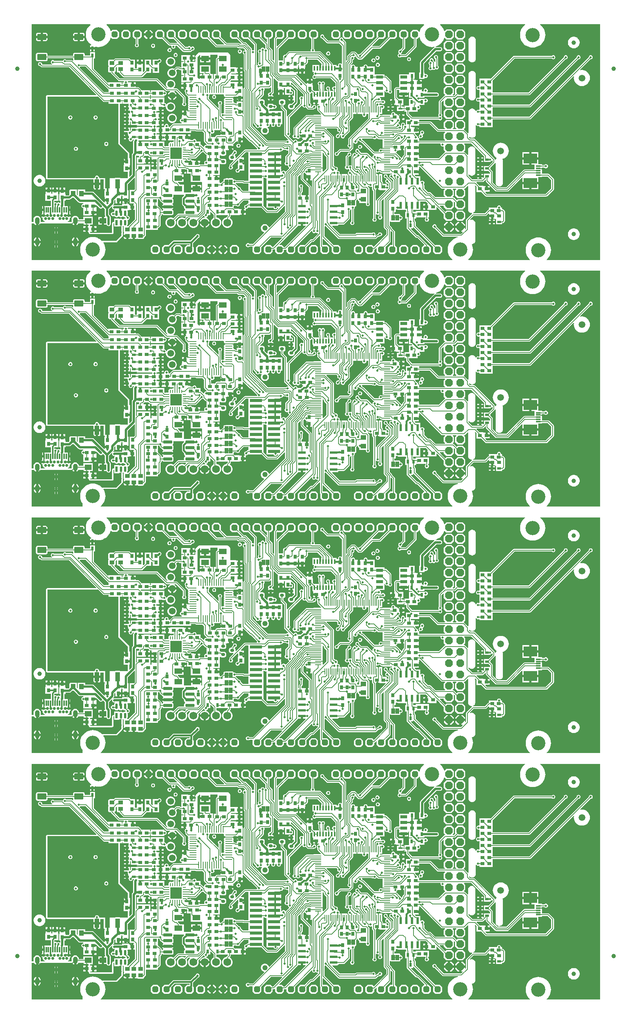
<source format=gtl>
G04*
G04 #@! TF.GenerationSoftware,Altium Limited,Altium Designer,23.1.1 (15)*
G04*
G04 Layer_Physical_Order=1*
G04 Layer_Color=255*
%FSLAX25Y25*%
%MOIN*%
G70*
G04*
G04 #@! TF.SameCoordinates,62433247-A29E-43A8-B4B8-56B850690A23*
G04*
G04*
G04 #@! TF.FilePolarity,Positive*
G04*
G01*
G75*
%ADD10C,0.03937*%
G04:AMPARAMS|DCode=11|XSize=33.86mil|YSize=24.8mil|CornerRadius=6.33mil|HoleSize=0mil|Usage=FLASHONLY|Rotation=180.000|XOffset=0mil|YOffset=0mil|HoleType=Round|Shape=RoundedRectangle|*
%AMROUNDEDRECTD11*
21,1,0.03386,0.01215,0,0,180.0*
21,1,0.02121,0.02480,0,0,180.0*
1,1,0.01265,-0.01060,0.00608*
1,1,0.01265,0.01060,0.00608*
1,1,0.01265,0.01060,-0.00608*
1,1,0.01265,-0.01060,-0.00608*
%
%ADD11ROUNDEDRECTD11*%
%ADD12R,0.03150X0.03543*%
G04:AMPARAMS|DCode=13|XSize=31.5mil|YSize=47.24mil|CornerRadius=1.58mil|HoleSize=0mil|Usage=FLASHONLY|Rotation=0.000|XOffset=0mil|YOffset=0mil|HoleType=Round|Shape=RoundedRectangle|*
%AMROUNDEDRECTD13*
21,1,0.03150,0.04409,0,0,0.0*
21,1,0.02835,0.04724,0,0,0.0*
1,1,0.00315,0.01417,-0.02205*
1,1,0.00315,-0.01417,-0.02205*
1,1,0.00315,-0.01417,0.02205*
1,1,0.00315,0.01417,0.02205*
%
%ADD13ROUNDEDRECTD13*%
%ADD14R,0.03543X0.03150*%
%ADD15R,0.00787X0.03937*%
%ADD16R,0.01181X0.04724*%
G04:AMPARAMS|DCode=17|XSize=41.34mil|YSize=35.43mil|CornerRadius=1.77mil|HoleSize=0mil|Usage=FLASHONLY|Rotation=180.000|XOffset=0mil|YOffset=0mil|HoleType=Round|Shape=RoundedRectangle|*
%AMROUNDEDRECTD17*
21,1,0.04134,0.03189,0,0,180.0*
21,1,0.03780,0.03543,0,0,180.0*
1,1,0.00354,-0.01890,0.01595*
1,1,0.00354,0.01890,0.01595*
1,1,0.00354,0.01890,-0.01595*
1,1,0.00354,-0.01890,-0.01595*
%
%ADD17ROUNDEDRECTD17*%
%ADD18R,0.07087X0.04724*%
%ADD19R,0.12205X0.09055*%
%ADD20R,0.04331X0.01181*%
%ADD21R,0.00787X0.05807*%
%ADD22R,0.05807X0.00787*%
%ADD23R,0.03740X0.01772*%
%ADD24R,0.02480X0.03268*%
%ADD25R,0.02165X0.03543*%
%ADD26R,0.06102X0.02756*%
%ADD27R,0.02362X0.06102*%
G04:AMPARAMS|DCode=28|XSize=47.45mil|YSize=21.1mil|CornerRadius=10.55mil|HoleSize=0mil|Usage=FLASHONLY|Rotation=90.000|XOffset=0mil|YOffset=0mil|HoleType=Round|Shape=RoundedRectangle|*
%AMROUNDEDRECTD28*
21,1,0.04745,0.00000,0,0,90.0*
21,1,0.02636,0.02110,0,0,90.0*
1,1,0.02110,0.00000,0.01318*
1,1,0.02110,0.00000,-0.01318*
1,1,0.02110,0.00000,-0.01318*
1,1,0.02110,0.00000,0.01318*
%
%ADD28ROUNDEDRECTD28*%
%ADD29R,0.02110X0.04745*%
%ADD30R,0.03248X0.01968*%
%ADD31R,0.01200X0.03900*%
%ADD32O,0.00984X0.06102*%
%ADD33O,0.06102X0.00984*%
G04:AMPARAMS|DCode=34|XSize=9.42mil|YSize=29.96mil|CornerRadius=4.71mil|HoleSize=0mil|Usage=FLASHONLY|Rotation=180.000|XOffset=0mil|YOffset=0mil|HoleType=Round|Shape=RoundedRectangle|*
%AMROUNDEDRECTD34*
21,1,0.00942,0.02054,0,0,180.0*
21,1,0.00000,0.02996,0,0,180.0*
1,1,0.00942,0.00000,0.01027*
1,1,0.00942,0.00000,0.01027*
1,1,0.00942,0.00000,-0.01027*
1,1,0.00942,0.00000,-0.01027*
%
%ADD34ROUNDEDRECTD34*%
G04:AMPARAMS|DCode=35|XSize=29.96mil|YSize=9.42mil|CornerRadius=4.71mil|HoleSize=0mil|Usage=FLASHONLY|Rotation=180.000|XOffset=0mil|YOffset=0mil|HoleType=Round|Shape=RoundedRectangle|*
%AMROUNDEDRECTD35*
21,1,0.02996,0.00000,0,0,180.0*
21,1,0.02054,0.00942,0,0,180.0*
1,1,0.00942,-0.01027,0.00000*
1,1,0.00942,0.01027,0.00000*
1,1,0.00942,0.01027,0.00000*
1,1,0.00942,-0.01027,0.00000*
%
%ADD35ROUNDEDRECTD35*%
%ADD36R,0.02996X0.00942*%
%ADD37R,0.10236X0.10236*%
G04:AMPARAMS|DCode=38|XSize=77.56mil|YSize=23.62mil|CornerRadius=2.95mil|HoleSize=0mil|Usage=FLASHONLY|Rotation=0.000|XOffset=0mil|YOffset=0mil|HoleType=Round|Shape=RoundedRectangle|*
%AMROUNDEDRECTD38*
21,1,0.07756,0.01772,0,0,0.0*
21,1,0.07165,0.02362,0,0,0.0*
1,1,0.00591,0.03583,-0.00886*
1,1,0.00591,-0.03583,-0.00886*
1,1,0.00591,-0.03583,0.00886*
1,1,0.00591,0.03583,0.00886*
%
%ADD38ROUNDEDRECTD38*%
G04:AMPARAMS|DCode=39|XSize=39.37mil|YSize=80.71mil|CornerRadius=1.97mil|HoleSize=0mil|Usage=FLASHONLY|Rotation=180.000|XOffset=0mil|YOffset=0mil|HoleType=Round|Shape=RoundedRectangle|*
%AMROUNDEDRECTD39*
21,1,0.03937,0.07677,0,0,180.0*
21,1,0.03543,0.08071,0,0,180.0*
1,1,0.00394,-0.01772,0.03839*
1,1,0.00394,0.01772,0.03839*
1,1,0.00394,0.01772,-0.03839*
1,1,0.00394,-0.01772,-0.03839*
%
%ADD39ROUNDEDRECTD39*%
G04:AMPARAMS|DCode=40|XSize=127.95mil|YSize=80.71mil|CornerRadius=2.02mil|HoleSize=0mil|Usage=FLASHONLY|Rotation=180.000|XOffset=0mil|YOffset=0mil|HoleType=Round|Shape=RoundedRectangle|*
%AMROUNDEDRECTD40*
21,1,0.12795,0.07667,0,0,180.0*
21,1,0.12392,0.08071,0,0,180.0*
1,1,0.00404,-0.06196,0.03834*
1,1,0.00404,0.06196,0.03834*
1,1,0.00404,0.06196,-0.03834*
1,1,0.00404,-0.06196,-0.03834*
%
%ADD40ROUNDEDRECTD40*%
%ADD41R,0.11004X0.02913*%
G04:AMPARAMS|DCode=42|XSize=64.96mil|YSize=22.84mil|CornerRadius=2.85mil|HoleSize=0mil|Usage=FLASHONLY|Rotation=0.000|XOffset=0mil|YOffset=0mil|HoleType=Round|Shape=RoundedRectangle|*
%AMROUNDEDRECTD42*
21,1,0.06496,0.01713,0,0,0.0*
21,1,0.05925,0.02284,0,0,0.0*
1,1,0.00571,0.02963,-0.00856*
1,1,0.00571,-0.02963,-0.00856*
1,1,0.00571,-0.02963,0.00856*
1,1,0.00571,0.02963,0.00856*
%
%ADD42ROUNDEDRECTD42*%
%ADD43R,0.04724X0.04331*%
%ADD44R,0.04331X0.04724*%
%ADD45R,0.01968X0.03248*%
%ADD46R,0.05906X0.04724*%
G04:AMPARAMS|DCode=47|XSize=51.18mil|YSize=78.74mil|CornerRadius=2.56mil|HoleSize=0mil|Usage=FLASHONLY|Rotation=90.000|XOffset=0mil|YOffset=0mil|HoleType=Round|Shape=RoundedRectangle|*
%AMROUNDEDRECTD47*
21,1,0.05118,0.07362,0,0,90.0*
21,1,0.04606,0.07874,0,0,90.0*
1,1,0.00512,0.03681,0.02303*
1,1,0.00512,0.03681,-0.02303*
1,1,0.00512,-0.03681,-0.02303*
1,1,0.00512,-0.03681,0.02303*
%
%ADD47ROUNDEDRECTD47*%
%ADD48C,0.01181*%
%ADD49C,0.00709*%
%ADD50C,0.01968*%
%ADD51C,0.00591*%
%ADD52C,0.00866*%
%ADD53C,0.01500*%
%ADD54C,0.00787*%
%ADD55C,0.00984*%
%ADD56C,0.03937*%
%ADD57R,0.19500X0.14226*%
G04:AMPARAMS|DCode=58|XSize=56mil|YSize=56mil|CornerRadius=0mil|HoleSize=0mil|Usage=FLASHONLY|Rotation=90.000|XOffset=0mil|YOffset=0mil|HoleType=Round|Shape=Octagon|*
%AMOCTAGOND58*
4,1,8,0.01400,0.02800,-0.01400,0.02800,-0.02800,0.01400,-0.02800,-0.01400,-0.01400,-0.02800,0.01400,-0.02800,0.02800,-0.01400,0.02800,0.01400,0.01400,0.02800,0.0*
%
%ADD58OCTAGOND58*%

G04:AMPARAMS|DCode=59|XSize=66mil|YSize=66mil|CornerRadius=0mil|HoleSize=0mil|Usage=FLASHONLY|Rotation=270.000|XOffset=0mil|YOffset=0mil|HoleType=Round|Shape=Octagon|*
%AMOCTAGOND59*
4,1,8,-0.01650,-0.03300,0.01650,-0.03300,0.03300,-0.01650,0.03300,0.01650,0.01650,0.03300,-0.01650,0.03300,-0.03300,0.01650,-0.03300,-0.01650,-0.01650,-0.03300,0.0*
%
%ADD59OCTAGOND59*%

%ADD60C,0.06890*%
%ADD61O,0.03937X0.06299*%
%ADD62C,0.02559*%
%ADD63C,0.05906*%
%ADD64C,0.04685*%
%ADD65C,0.12598*%
%ADD66C,0.01968*%
G36*
X527152Y653952D02*
X480113D01*
X479940Y654421D01*
X480453Y654860D01*
X481591Y656192D01*
X482507Y657686D01*
X483177Y659304D01*
X483586Y661008D01*
X483723Y662754D01*
X483586Y664501D01*
X483177Y666204D01*
X482507Y667823D01*
X481591Y669316D01*
X480453Y670649D01*
X479121Y671786D01*
X477628Y672702D01*
X476009Y673372D01*
X474306Y673781D01*
X472559Y673919D01*
X470813Y673781D01*
X469109Y673372D01*
X467491Y672702D01*
X465997Y671786D01*
X464665Y670649D01*
X463527Y669316D01*
X462612Y667823D01*
X461941Y666204D01*
X461532Y664501D01*
X461395Y662754D01*
X461532Y661008D01*
X461941Y659304D01*
X462612Y657686D01*
X463527Y656192D01*
X464665Y654860D01*
X465178Y654421D01*
X465005Y653952D01*
X410761D01*
X410576Y654452D01*
X411517Y655255D01*
X412654Y656587D01*
X413570Y658081D01*
X414240Y659699D01*
X414649Y661403D01*
X414786Y663149D01*
X414649Y664896D01*
X414240Y666599D01*
X413810Y667638D01*
X414007Y667932D01*
X414174Y668066D01*
X414575Y668145D01*
X415299Y668445D01*
X415690Y668706D01*
X416244Y669261D01*
X416505Y669651D01*
X416805Y670375D01*
X416896Y670836D01*
Y686826D01*
X416805Y687287D01*
X416505Y688011D01*
X416244Y688402D01*
X415690Y688956D01*
X415299Y689217D01*
X414575Y689517D01*
X414114Y689609D01*
X413330D01*
X412869Y689517D01*
X412385Y689317D01*
X412102Y689740D01*
X415289Y692928D01*
X425785D01*
X426230Y693016D01*
X426608Y693269D01*
X428403Y695063D01*
X428833Y694885D01*
X429054Y694476D01*
Y693878D01*
X431825D01*
Y692878D01*
X432825D01*
Y690303D01*
X434597D01*
X434778Y690122D01*
X435075Y689764D01*
Y685433D01*
X440686D01*
Y686434D01*
X440945D01*
X441390Y686523D01*
X441768Y686775D01*
X442752Y687759D01*
X443005Y688137D01*
X443093Y688583D01*
Y696657D01*
X443005Y697102D01*
X442752Y697480D01*
X441768Y698464D01*
X441390Y698716D01*
X440945Y698805D01*
X440644D01*
Y700397D01*
X439607D01*
Y700749D01*
X439338Y701400D01*
X438839Y701899D01*
X438188Y702169D01*
X437484D01*
X436832Y701899D01*
X436334Y701400D01*
X436064Y700749D01*
Y700397D01*
X435239D01*
X434739Y700397D01*
Y700397D01*
X434739D01*
Y700397D01*
X428833D01*
Y698679D01*
X428511Y698464D01*
X425303Y695256D01*
X415030D01*
X414931Y695756D01*
X415199Y695867D01*
X415590Y696128D01*
X416144Y696682D01*
X416405Y697073D01*
X416705Y697797D01*
X416796Y698258D01*
Y698650D01*
Y718334D01*
Y718726D01*
X416705Y719187D01*
X416519Y719636D01*
X416943Y719919D01*
X417913Y718949D01*
Y714045D01*
X422116D01*
X425792Y710369D01*
X425792Y710369D01*
X426183Y710108D01*
X426644Y710016D01*
X479696D01*
X479696Y710016D01*
X480157Y710108D01*
X480548Y710369D01*
X486088Y715909D01*
X486349Y716299D01*
X486441Y716760D01*
X486441Y716760D01*
Y725000D01*
X486349Y725461D01*
X486088Y725851D01*
X486088Y725851D01*
X482151Y729788D01*
X481760Y730049D01*
X481299Y730141D01*
X481299Y730141D01*
X475837D01*
Y734646D01*
X475837D01*
Y735039D01*
X475837D01*
Y735647D01*
X477989D01*
X478327Y735309D01*
X478978Y735039D01*
X479683D01*
X480334Y735309D01*
X480833Y735807D01*
X481102Y736458D01*
Y737163D01*
X480833Y737815D01*
X480334Y738313D01*
X479683Y738583D01*
X478978D01*
X478327Y738313D01*
X477989Y737975D01*
X475837D01*
Y738583D01*
X472703D01*
Y742701D01*
X466601D01*
Y738173D01*
X469144D01*
Y735039D01*
X469144D01*
Y734646D01*
X469144D01*
Y734038D01*
X460594D01*
X460149Y733949D01*
X459771Y733697D01*
X444364Y718290D01*
X436506D01*
X432267Y722529D01*
Y731695D01*
X432178Y732140D01*
X431926Y732518D01*
X430120Y734323D01*
Y735361D01*
X434052Y739293D01*
X434304Y739671D01*
X434318Y739741D01*
X434818Y739692D01*
Y722047D01*
Y721655D01*
X434910Y721194D01*
X435210Y720470D01*
X435471Y720080D01*
X436025Y719525D01*
X436415Y719265D01*
X437140Y718964D01*
X437600Y718873D01*
X438384D01*
X438845Y718964D01*
X439569Y719265D01*
X439960Y719525D01*
X440514Y720080D01*
X440775Y720470D01*
X441075Y721194D01*
X441166Y721655D01*
Y722047D01*
Y741732D01*
Y742124D01*
X441075Y742585D01*
X440957Y742869D01*
X441246Y743479D01*
X442095Y743737D01*
X443326Y744395D01*
X444405Y745280D01*
X445291Y746359D01*
X445949Y747590D01*
X446354Y748926D01*
X446491Y750316D01*
X446354Y751705D01*
X445949Y753041D01*
X445291Y754272D01*
X444405Y755351D01*
X443326Y756236D01*
X442095Y756894D01*
X440759Y757300D01*
X439370Y757436D01*
X437981Y757300D01*
X436645Y756894D01*
X435414Y756236D01*
X434335Y755351D01*
X433449Y754272D01*
X432791Y753041D01*
X432386Y751705D01*
X432249Y750316D01*
X432386Y748926D01*
X432791Y747590D01*
X433449Y746359D01*
X434335Y745280D01*
X435414Y744395D01*
X435534Y744331D01*
X435607Y743836D01*
X435471Y743700D01*
X435210Y743309D01*
X434910Y742585D01*
X434893Y742499D01*
X434392Y742548D01*
Y742559D01*
X434304Y743004D01*
X434052Y743382D01*
X416557Y760877D01*
X416179Y761130D01*
X415733Y761218D01*
X412279D01*
X411218Y762279D01*
X411241Y762534D01*
X411760Y762722D01*
X412055Y762428D01*
X412445Y762167D01*
X413169Y761867D01*
X413630Y761775D01*
X414414D01*
X414875Y761867D01*
X415599Y762167D01*
X415990Y762428D01*
X416544Y762982D01*
X416805Y763373D01*
X417105Y764097D01*
X417196Y764558D01*
Y772904D01*
X417696Y773003D01*
X417720Y772946D01*
X418219Y772447D01*
X418870Y772178D01*
X419574D01*
X419903Y772314D01*
X420403Y771980D01*
Y771235D01*
X426308D01*
Y771235D01*
X426309Y771235D01*
X426809Y771235D01*
X432214D01*
Y776579D01*
Y778170D01*
X465161D01*
X465607Y778259D01*
X465984Y778511D01*
X503619Y816146D01*
X504099Y815919D01*
X503981Y814725D01*
X504118Y813336D01*
X504524Y812000D01*
X505182Y810769D01*
X506067Y809690D01*
X507146Y808804D01*
X508377Y808146D01*
X509713Y807741D01*
X511102Y807604D01*
X512492Y807741D01*
X513827Y808146D01*
X515059Y808804D01*
X516138Y809690D01*
X517023Y810769D01*
X517681Y812000D01*
X518086Y813336D01*
X518223Y814725D01*
X518086Y816114D01*
X517681Y817450D01*
X517023Y818681D01*
X516138Y819760D01*
X515059Y820646D01*
X513827Y821304D01*
X512492Y821709D01*
X511102Y821846D01*
X509909Y821728D01*
X509682Y822208D01*
X518772Y831299D01*
X519250D01*
X519901Y831569D01*
X520400Y832067D01*
X520669Y832718D01*
Y833423D01*
X520400Y834074D01*
X519901Y834573D01*
X519250Y834842D01*
X518545D01*
X517894Y834573D01*
X517396Y834074D01*
X517126Y833423D01*
Y832945D01*
X464679Y780499D01*
X432214D01*
Y781922D01*
Y787265D01*
Y788856D01*
X465109D01*
X465555Y788945D01*
X465932Y789197D01*
X508034Y831299D01*
X508512D01*
X509163Y831569D01*
X509661Y832067D01*
X509931Y832718D01*
Y833423D01*
X509661Y834074D01*
X509163Y834573D01*
X508512Y834842D01*
X507807D01*
X507156Y834573D01*
X506657Y834074D01*
X506388Y833423D01*
Y832945D01*
X464627Y791185D01*
X432214D01*
Y792608D01*
Y797951D01*
Y799543D01*
X464486D01*
X464932Y799631D01*
X465310Y799884D01*
X496725Y831299D01*
X497203D01*
X497854Y831569D01*
X498352Y832067D01*
X498622Y832718D01*
Y833423D01*
X498352Y834074D01*
X497854Y834573D01*
X497203Y834842D01*
X496498D01*
X495847Y834573D01*
X495349Y834074D01*
X495079Y833423D01*
Y832945D01*
X464004Y801871D01*
X432214D01*
Y803294D01*
Y808637D01*
Y812502D01*
X451618Y831907D01*
X484485D01*
X484823Y831569D01*
X485474Y831299D01*
X486179D01*
X486830Y831569D01*
X487329Y832067D01*
X487599Y832718D01*
Y833423D01*
X487329Y834074D01*
X486830Y834573D01*
X486179Y834842D01*
X485474D01*
X484823Y834573D01*
X484485Y834235D01*
X451136D01*
X450691Y834146D01*
X450313Y833894D01*
X430568Y814149D01*
X426309D01*
Y814149D01*
X426308Y814149D01*
X425809Y814149D01*
X420403D01*
Y807949D01*
X419987Y807671D01*
X419970Y807678D01*
X419266D01*
X419057Y807592D01*
X418833Y807547D01*
X418643Y807420D01*
X418614Y807408D01*
X418592Y807386D01*
X418456Y807295D01*
X418364Y807158D01*
X418116Y806910D01*
X417846Y806259D01*
Y805554D01*
X418116Y804903D01*
X418614Y804404D01*
X419266Y804135D01*
X419970D01*
X419987Y804142D01*
X420403Y803864D01*
Y797638D01*
X419903Y797304D01*
X419631Y797416D01*
X418926D01*
X418275Y797147D01*
X417777Y796648D01*
X417507Y795997D01*
Y795292D01*
X417777Y794641D01*
X418275Y794143D01*
X418926Y793873D01*
X419631D01*
X419903Y793986D01*
X420403Y793652D01*
Y786811D01*
X419903Y786477D01*
X419631Y786590D01*
X418926D01*
X418275Y786320D01*
X417777Y785822D01*
X417622Y785449D01*
X417130Y785485D01*
X417101Y785497D01*
X416805Y786211D01*
X416544Y786602D01*
X415990Y787156D01*
X415599Y787417D01*
X414875Y787717D01*
X414414Y787809D01*
X413630D01*
X413169Y787717D01*
X412445Y787417D01*
X412055Y787156D01*
X411501Y786602D01*
X411239Y786211D01*
X410940Y785487D01*
X410848Y785026D01*
Y784634D01*
Y766228D01*
X410348Y766021D01*
X407276Y769092D01*
X407011Y769269D01*
X406858Y769824D01*
X407994Y770959D01*
Y775440D01*
X405753Y777680D01*
X401272D01*
X399031Y775440D01*
Y770959D01*
X400095Y769895D01*
X399903Y769433D01*
X397121D01*
X396930Y769895D01*
X397993Y770959D01*
Y775440D01*
X395753Y777680D01*
X391272D01*
X389031Y775440D01*
Y770959D01*
X390095Y769895D01*
X389903Y769433D01*
X384417D01*
X377761Y776089D01*
X377384Y776341D01*
X376938Y776430D01*
X367219D01*
Y777970D01*
X384486D01*
X384823Y777632D01*
X385474Y777362D01*
X386179D01*
X386830Y777632D01*
X387329Y778130D01*
X387598Y778781D01*
Y779486D01*
X387329Y780137D01*
X386954Y780512D01*
X387329Y780886D01*
X387598Y781537D01*
Y782242D01*
X387329Y782893D01*
X386991Y783231D01*
Y793415D01*
X388531Y794956D01*
X389031Y794748D01*
Y790959D01*
X391272Y788718D01*
X395753D01*
X397993Y790959D01*
Y795440D01*
X396878Y796555D01*
X397070Y797017D01*
X398494D01*
X398940Y797106D01*
X399317Y797358D01*
X400975Y799015D01*
X401272Y798718D01*
X405753D01*
X407994Y800959D01*
Y805440D01*
X405753Y807680D01*
X401272D01*
X399031Y805440D01*
Y800959D01*
X399328Y800661D01*
X398012Y799345D01*
X397033D01*
X396842Y799807D01*
X397993Y800959D01*
Y805440D01*
X395753Y807680D01*
X391272D01*
X389031Y805440D01*
Y800959D01*
X390190Y799800D01*
X389966Y799316D01*
X389665Y799257D01*
X389287Y799004D01*
X385004Y794721D01*
X384751Y794343D01*
X384663Y793897D01*
Y783231D01*
X384325Y782893D01*
X384055Y782242D01*
Y781537D01*
X384325Y780886D01*
X384413Y780798D01*
X384206Y780298D01*
X361174D01*
X358229Y783243D01*
Y784840D01*
X359518D01*
X360018Y784840D01*
Y784840D01*
X360018D01*
Y784840D01*
X365923D01*
Y786843D01*
X366161Y787002D01*
X366866D01*
X367517Y787272D01*
X368016Y787770D01*
X368285Y788422D01*
Y789126D01*
X368016Y789778D01*
X367521Y790272D01*
X367521Y790295D01*
X367626Y790772D01*
X371888D01*
Y792897D01*
X372388Y793231D01*
X372679Y793110D01*
X373384D01*
X374035Y793380D01*
X374534Y793878D01*
X374803Y794529D01*
Y795234D01*
X374534Y795885D01*
X374035Y796384D01*
X373384Y796653D01*
X372679D01*
X372370Y796525D01*
X371888Y796402D01*
Y796402D01*
X371888Y796402D01*
X367046D01*
Y795690D01*
X366546Y795483D01*
X365444Y796585D01*
X365613Y797123D01*
X366081Y797317D01*
X366546Y797782D01*
X366705Y797767D01*
X367046Y797635D01*
Y797170D01*
X371888D01*
Y798238D01*
X382874D01*
X383049Y798273D01*
X383226D01*
X383391Y798341D01*
X383565Y798375D01*
X383713Y798474D01*
X383878Y798542D01*
X384003Y798668D01*
X384151Y798767D01*
X384250Y798915D01*
X384376Y799041D01*
X384444Y799205D01*
X384543Y799353D01*
X384578Y799528D01*
X384646Y799692D01*
Y799870D01*
X384681Y800044D01*
X384646Y800219D01*
Y800397D01*
X384578Y800561D01*
X384543Y800735D01*
X384444Y800883D01*
X384376Y801048D01*
X384250Y801174D01*
X384151Y801322D01*
X384003Y801420D01*
X383878Y801546D01*
X383713Y801614D01*
X383565Y801713D01*
X383391Y801748D01*
X383226Y801816D01*
X383049D01*
X382874Y801851D01*
X374307D01*
X374147Y802351D01*
X374533Y802736D01*
X374802Y803387D01*
Y804092D01*
X374533Y804743D01*
X374034Y805242D01*
X373383Y805511D01*
X372678D01*
X372027Y805242D01*
X371529Y804743D01*
X371259Y804092D01*
Y803387D01*
X371330Y803216D01*
X371053Y802800D01*
X370112D01*
X369660Y802915D01*
X369660Y803300D01*
Y804489D01*
X366888D01*
Y806489D01*
X369660D01*
Y807915D01*
X369679D01*
Y809489D01*
X366908D01*
Y810489D01*
X365908D01*
Y813064D01*
X364380D01*
X363955Y813245D01*
X363711Y813245D01*
X362370D01*
Y813816D01*
X363167D01*
Y819446D01*
X358325D01*
Y818208D01*
X357891Y818048D01*
Y818048D01*
X349427D01*
Y812930D01*
Y807930D01*
Y806653D01*
X346995D01*
X346550Y806565D01*
X346172Y806312D01*
X345624Y805764D01*
X345371Y805386D01*
X345283Y804941D01*
Y797229D01*
X345371Y796784D01*
X345510Y796576D01*
X345287Y796076D01*
X345270D01*
Y793501D01*
Y790926D01*
X347041D01*
X347222Y790745D01*
Y790745D01*
X349306D01*
Y789663D01*
X347419D01*
Y785529D01*
X353522D01*
Y786432D01*
X354112D01*
Y784840D01*
X355901D01*
Y782760D01*
X355989Y782315D01*
X356242Y781937D01*
X359305Y778874D01*
X359233Y778510D01*
X358745Y778021D01*
X355408D01*
Y773729D01*
X354932Y773371D01*
X354713Y773428D01*
Y773872D01*
X354443Y774523D01*
X353945Y775021D01*
X353293Y775291D01*
X352589D01*
X351938Y775021D01*
X351439Y774523D01*
X351169Y773872D01*
Y773167D01*
X351268Y772930D01*
X351140Y772743D01*
X350826Y772572D01*
X350667Y772638D01*
X350226D01*
Y773252D01*
X349956Y773903D01*
X349458Y774401D01*
X348900Y774632D01*
X348729Y774976D01*
X348679Y775171D01*
X348836Y775380D01*
X348863D01*
X349514Y775649D01*
X350012Y776148D01*
X350282Y776799D01*
Y777504D01*
X350308Y777543D01*
X350378D01*
Y780118D01*
Y782693D01*
X348606D01*
X348425Y782874D01*
Y782874D01*
X346142D01*
Y783226D01*
X345872Y783878D01*
X345374Y784376D01*
X344723Y784646D01*
X344018D01*
X343367Y784376D01*
X342868Y783878D01*
X342599Y783226D01*
Y782874D01*
X342520D01*
Y782374D01*
X334788D01*
Y781963D01*
X333075D01*
X332837Y781916D01*
X332431Y782250D01*
X332420Y782270D01*
X332562Y782770D01*
X334392D01*
Y787419D01*
X334978D01*
X335629Y787689D01*
X336128Y788187D01*
X336397Y788838D01*
Y789543D01*
X336128Y790194D01*
X335629Y790693D01*
X334978Y790962D01*
X334273D01*
X334216Y790939D01*
X332086D01*
X332001Y791065D01*
Y791770D01*
X331932Y791939D01*
X332209Y792354D01*
X333866D01*
X334279Y791941D01*
X334930Y791671D01*
X335635D01*
X336286Y791941D01*
X336785Y792439D01*
X337054Y793090D01*
Y793795D01*
X336785Y794446D01*
X336286Y794945D01*
X335635Y795214D01*
X334930D01*
X334279Y794945D01*
X334114Y794779D01*
X333611Y794813D01*
X333346Y795227D01*
X333465Y795514D01*
Y796218D01*
X333195Y796870D01*
X332697Y797368D01*
X332546Y797430D01*
X332646Y797930D01*
X336434D01*
Y803350D01*
X336919Y803388D01*
X337188Y802736D01*
X337687Y802238D01*
X338338Y801968D01*
X339043D01*
X339350Y802096D01*
X339983Y801874D01*
X340034Y801752D01*
X340532Y801254D01*
X341183Y800984D01*
X341888D01*
X342539Y801254D01*
X343037Y801752D01*
X343307Y802403D01*
Y803108D01*
X343037Y803759D01*
X342700Y804097D01*
Y811614D01*
X342611Y812059D01*
X342359Y812437D01*
X338483Y816312D01*
X338106Y816565D01*
X337660Y816653D01*
X336434D01*
Y818048D01*
X327970D01*
X327940Y818536D01*
Y818885D01*
X327940Y819385D01*
Y824790D01*
X322428D01*
Y824790D01*
X322363D01*
Y824790D01*
X321654D01*
Y825155D01*
X321384Y825807D01*
X320885Y826305D01*
X320234Y826575D01*
X319530D01*
X318878Y826305D01*
X318380Y825807D01*
X318110Y825155D01*
Y825144D01*
X317757Y824790D01*
X316851Y824790D01*
X316426Y824609D01*
X316351Y824609D01*
X315029D01*
Y821838D01*
X313029D01*
Y824609D01*
X311633Y824609D01*
X311208Y824790D01*
X311030Y824790D01*
X310499D01*
Y825155D01*
X310229Y825807D01*
X309731Y826305D01*
X309080Y826575D01*
X308375D01*
X307724Y826305D01*
X307604Y826185D01*
X307075Y826364D01*
X307037Y826650D01*
X308225Y827838D01*
X308477Y828216D01*
X308566Y828661D01*
Y830554D01*
X309114Y830781D01*
X309612Y831280D01*
X309882Y831931D01*
Y832636D01*
X309719Y833029D01*
X310300Y833269D01*
X310563Y833533D01*
X310660Y833553D01*
X311170Y833457D01*
X311305Y833255D01*
X313257Y831303D01*
X313635Y831050D01*
X314080Y830962D01*
X315936D01*
X316381Y831050D01*
X316759Y831303D01*
X326098Y840642D01*
X332323D01*
X332769Y840730D01*
X333147Y840983D01*
X341504Y849341D01*
X341676Y849168D01*
X345657D01*
X347648Y851159D01*
Y855140D01*
X345657Y857131D01*
X341676D01*
X339686Y855140D01*
Y851159D01*
X339858Y850987D01*
X331841Y842970D01*
X325937D01*
X325729Y843470D01*
X331552Y849293D01*
X331676Y849168D01*
X335657D01*
X337648Y851159D01*
Y855140D01*
X335657Y857131D01*
X331676D01*
X329686Y855140D01*
Y851159D01*
X329906Y850939D01*
X314990Y836024D01*
X314608D01*
X313957Y835754D01*
X313693Y835490D01*
X313596Y835470D01*
X313087Y835565D01*
X312951Y835769D01*
X311000Y837720D01*
X310622Y837973D01*
X310177Y838061D01*
X307713D01*
X307268Y837973D01*
X306890Y837720D01*
X303744Y834574D01*
X303491Y834196D01*
X303403Y833751D01*
Y830384D01*
X303125Y830161D01*
X302647Y830372D01*
Y845897D01*
X302559Y846342D01*
X302307Y846720D01*
X300234Y848792D01*
Y849071D01*
X299964Y849722D01*
X299466Y850221D01*
X298815Y850490D01*
X298110D01*
X297459Y850221D01*
X296960Y849722D01*
X296691Y849071D01*
Y848366D01*
X296741Y848244D01*
X296406Y847746D01*
X286730D01*
X283268Y851208D01*
Y851686D01*
X282998Y852337D01*
X282500Y852836D01*
X281849Y853105D01*
X281144D01*
X280493Y852836D01*
X279994Y852337D01*
X279725Y851686D01*
Y850981D01*
X279994Y850330D01*
X280493Y849832D01*
X281144Y849562D01*
X281622D01*
X285424Y845759D01*
X285802Y845507D01*
X286247Y845418D01*
X296252D01*
X298902Y842768D01*
Y827637D01*
X298402Y827430D01*
X298346Y827486D01*
X297695Y827756D01*
X296990D01*
X296339Y827486D01*
X295841Y826988D01*
X295571Y826336D01*
Y825811D01*
X295175Y825380D01*
X294505D01*
X294202Y825755D01*
Y826233D01*
X291026D01*
Y826870D01*
X290938Y827315D01*
X290685Y827693D01*
X280366Y838013D01*
X279988Y838265D01*
X279542Y838354D01*
X275116D01*
X274838Y838770D01*
X274919Y838963D01*
Y839668D01*
X274649Y840319D01*
X274311Y840657D01*
Y849168D01*
X275794D01*
X277785Y851159D01*
Y855140D01*
X275794Y857131D01*
X271813D01*
X269822Y855140D01*
Y851159D01*
X271813Y849168D01*
X271983D01*
Y840657D01*
X271645Y840319D01*
X271375Y839668D01*
Y838963D01*
X271450Y838784D01*
X271172Y838369D01*
X252357D01*
X251912Y838280D01*
X251534Y838028D01*
X248900Y835394D01*
X248443D01*
X247792Y835124D01*
X247293Y834625D01*
X247024Y833974D01*
Y833270D01*
X247070Y833157D01*
X246910Y832917D01*
X246821Y832471D01*
Y830315D01*
X242775D01*
Y840475D01*
X251641Y849341D01*
X251813Y849168D01*
X255794D01*
X257785Y851159D01*
Y855140D01*
X255794Y857131D01*
X251813D01*
X249822Y855140D01*
Y851159D01*
X249994Y850987D01*
X241820Y842812D01*
X241358Y843004D01*
Y848916D01*
X241812Y849169D01*
X241813Y849168D01*
X245794D01*
X247785Y851159D01*
Y855140D01*
X245794Y857131D01*
X241813D01*
X239822Y855140D01*
Y851159D01*
X239995Y850987D01*
X239371Y850363D01*
X239119Y849986D01*
X239030Y849540D01*
Y830293D01*
X238568Y830102D01*
X237520Y831150D01*
Y839191D01*
X237432Y839636D01*
X237179Y840014D01*
X234968Y842225D01*
Y849168D01*
X235794D01*
X237785Y851159D01*
Y855140D01*
X235794Y857131D01*
X231813D01*
X229822Y855140D01*
Y851159D01*
X231813Y849168D01*
X232639D01*
Y846613D01*
X232177Y846422D01*
X227612Y850987D01*
X227785Y851159D01*
Y855140D01*
X225794Y857131D01*
X221813D01*
X219822Y855140D01*
Y851159D01*
X221813Y849168D01*
X225794D01*
X225966Y849341D01*
X231222Y844085D01*
Y841156D01*
X231290Y840814D01*
X231223Y840732D01*
X230572Y840462D01*
X230437Y840489D01*
X230322Y840767D01*
X229824Y841266D01*
X229173Y841535D01*
X228468D01*
X227817Y841266D01*
X227318Y840767D01*
X227138Y840333D01*
X226730Y839960D01*
X226026D01*
X225375Y839691D01*
X224876Y839192D01*
X224606Y838541D01*
Y837836D01*
X224876Y837185D01*
X225214Y836847D01*
Y829071D01*
X224876Y828733D01*
X224606Y828082D01*
Y827377D01*
X224752Y827026D01*
X224519Y826430D01*
X224344Y826358D01*
X223988Y826001D01*
X223936Y826022D01*
X223510Y826248D01*
X223598Y826694D01*
Y844519D01*
X223510Y844964D01*
X223257Y845342D01*
X217612Y850987D01*
X217785Y851159D01*
Y855140D01*
X215794Y857131D01*
X211813D01*
X209822Y855140D01*
Y851159D01*
X211813Y849168D01*
X215794D01*
X215966Y849341D01*
X221270Y844036D01*
Y839516D01*
X220770Y839182D01*
X220491Y839297D01*
X219787D01*
X219593Y839217D01*
X219177Y839495D01*
Y840420D01*
X219088Y840866D01*
X218836Y841243D01*
X214055Y846024D01*
X213677Y846277D01*
X213232Y846365D01*
X212234D01*
X207612Y850987D01*
X207785Y851159D01*
Y855140D01*
X205794Y857131D01*
X201813D01*
X199822Y855140D01*
Y851159D01*
X201813Y849168D01*
X205794D01*
X205966Y849341D01*
X210074Y845233D01*
X209883Y844771D01*
X208811D01*
X208270Y845311D01*
X207892Y845564D01*
X207447Y845652D01*
X197074D01*
X191661Y851066D01*
X191833Y851238D01*
Y855219D01*
X189842Y857210D01*
X185861D01*
X183870Y855219D01*
Y851238D01*
X185861Y849247D01*
X189842D01*
X190014Y849419D01*
X194737Y844697D01*
X194546Y844235D01*
X188492D01*
X181661Y851066D01*
X181833Y851238D01*
Y855219D01*
X179842Y857210D01*
X175861D01*
X173871Y855219D01*
Y851238D01*
X175861Y849247D01*
X179842D01*
X180014Y849419D01*
X187186Y842248D01*
X187564Y841995D01*
X188009Y841907D01*
X206378D01*
X206918Y841366D01*
X207296Y841114D01*
X207741Y841025D01*
X211753D01*
X213332Y839446D01*
X213125Y838946D01*
X212700D01*
X212049Y838676D01*
X211550Y838178D01*
X211281Y837527D01*
Y836822D01*
X211550Y836171D01*
X212049Y835673D01*
X212058Y835669D01*
Y821666D01*
X212146Y821221D01*
X212399Y820843D01*
X212754Y820487D01*
Y806284D01*
X212271Y805800D01*
X212018Y805422D01*
X211930Y804977D01*
Y782724D01*
X211491Y782525D01*
X211117Y782784D01*
Y784072D01*
X208542D01*
Y786072D01*
X211117D01*
Y787600D01*
X211298Y788025D01*
X211298D01*
X211298Y788025D01*
Y793931D01*
X205786D01*
Y792142D01*
X205251D01*
X204907Y792486D01*
X204529Y792738D01*
X204083Y792827D01*
X203433D01*
X203048Y793327D01*
X203109Y793631D01*
X202979Y794284D01*
X202758Y794616D01*
X202979Y794947D01*
X203109Y795600D01*
X202979Y796253D01*
X202649Y796747D01*
X202808Y796986D01*
X202924Y797569D01*
X202864Y797873D01*
X203216Y798373D01*
X205143D01*
X205468Y798437D01*
X205841Y798229D01*
X205843Y798227D01*
X208542D01*
X211117D01*
Y799999D01*
X211298Y800180D01*
X211298D01*
Y805717D01*
X211298Y806085D01*
X211000Y806462D01*
Y807668D01*
X208228D01*
Y808668D01*
X207228D01*
Y811243D01*
X205700D01*
X205275Y811424D01*
X205031Y811424D01*
X200446D01*
X200255Y811886D01*
X200863Y812494D01*
X205122Y812494D01*
X205547Y812675D01*
X207075D01*
Y815250D01*
Y817824D01*
X205547D01*
X205122Y818005D01*
X204878Y818005D01*
X201124D01*
X200873Y818505D01*
X201019Y818701D01*
X205016Y818701D01*
X205441Y818882D01*
X206969D01*
Y821457D01*
Y824032D01*
X205441D01*
X205016Y824213D01*
X204772Y824213D01*
X200126D01*
Y835027D01*
X200049Y835411D01*
X199832Y835737D01*
X198639Y836930D01*
X198313Y837148D01*
X197929Y837224D01*
X172673D01*
X172289Y837148D01*
X171964Y836930D01*
X169576Y834542D01*
X169359Y834217D01*
X169282Y833833D01*
Y829044D01*
X168810Y828976D01*
Y828976D01*
X164789D01*
Y829673D01*
X164830Y829734D01*
X164858D01*
Y832309D01*
Y834884D01*
X163086D01*
X162905Y835065D01*
Y835065D01*
X156999D01*
Y829553D01*
X158788D01*
Y828976D01*
X156999D01*
Y824038D01*
X156425D01*
X156136Y824327D01*
X155758Y824579D01*
X155313Y824668D01*
X152717D01*
X152271Y824579D01*
X151893Y824327D01*
X150552Y822985D01*
X150415Y823065D01*
X149363Y823346D01*
X148275D01*
X147223Y823065D01*
X146281Y822520D01*
X145511Y821751D01*
X144967Y820808D01*
X144685Y819757D01*
Y818668D01*
X144967Y817617D01*
X145511Y816674D01*
X146281Y815905D01*
X147223Y815360D01*
X148275Y815079D01*
X149363D01*
X150415Y815360D01*
X151357Y815905D01*
X152127Y816674D01*
X152671Y817617D01*
X152953Y818668D01*
Y819757D01*
X152671Y820808D01*
X152304Y821445D01*
X153199Y822340D01*
X154830D01*
X155119Y822051D01*
X155497Y821798D01*
X155942Y821710D01*
X156999D01*
Y817376D01*
X158788D01*
Y816603D01*
X156803D01*
Y811091D01*
X161959D01*
X162152Y810918D01*
X162269Y810591D01*
X162217Y810530D01*
X160755D01*
Y807955D01*
Y805380D01*
X161211D01*
X161243Y804894D01*
X160592Y804624D01*
X160094Y804126D01*
X159824Y803475D01*
Y802770D01*
X160094Y802119D01*
X160432Y801781D01*
Y800978D01*
X160520Y800532D01*
X160773Y800155D01*
X162214Y798714D01*
X162591Y798461D01*
X162593Y798461D01*
X162642Y798433D01*
X162699Y798380D01*
X162949Y797884D01*
X162886Y797569D01*
X163016Y796916D01*
X163237Y796584D01*
X163016Y796253D01*
X162886Y795600D01*
X163016Y794947D01*
X163237Y794616D01*
X163016Y794284D01*
X162886Y793631D01*
X163016Y792979D01*
X163237Y792647D01*
X163016Y792316D01*
X162886Y791663D01*
X163016Y791010D01*
X163237Y790679D01*
X163016Y790347D01*
X162886Y789694D01*
X163016Y789042D01*
X163237Y788710D01*
X163016Y788379D01*
X162886Y787726D01*
X163016Y787073D01*
X163301Y786647D01*
X163107Y786183D01*
X162712Y786068D01*
X162623Y786068D01*
X161137D01*
Y783297D01*
X160137D01*
Y782297D01*
X157562D01*
Y780769D01*
X157381Y780344D01*
X157381Y780100D01*
Y778937D01*
X157128D01*
X156477Y778667D01*
X155979Y778169D01*
X155709Y777518D01*
Y776813D01*
X155979Y776162D01*
X156477Y775663D01*
X157128Y775394D01*
X157381D01*
Y774502D01*
X149961D01*
X149516Y774413D01*
X149138Y774161D01*
X146814Y771837D01*
X146737Y771722D01*
X145765D01*
X145562Y772024D01*
Y772729D01*
X145293Y773380D01*
X144794Y773879D01*
X144143Y774149D01*
X143438D01*
X142787Y773879D01*
X142289Y773380D01*
X142019Y772729D01*
Y772024D01*
X141817Y771722D01*
X141692D01*
Y771603D01*
X141354Y771243D01*
X141192Y771243D01*
X139583D01*
Y768668D01*
Y766093D01*
X141241D01*
X141354Y766093D01*
X141806Y766210D01*
X141854Y766210D01*
X147098D01*
X147598Y766210D01*
Y766210D01*
X147598D01*
Y766210D01*
X153365D01*
X153503Y766210D01*
X153503Y766210D01*
X153834Y766286D01*
Y766286D01*
X159239D01*
X159739Y766286D01*
Y766286D01*
X159739D01*
Y766286D01*
X165645D01*
Y767878D01*
X169387D01*
X169487Y767778D01*
X169864Y767526D01*
X170310Y767438D01*
X175618D01*
X176982Y766073D01*
Y759054D01*
X177071Y758608D01*
X177323Y758231D01*
X178815Y756739D01*
X179089Y756367D01*
X179089D01*
X179089Y756367D01*
Y755743D01*
X178740D01*
X178566Y755709D01*
X178388D01*
X178224Y755640D01*
X178049Y755606D01*
X177901Y755507D01*
X177737Y755439D01*
X177611Y755313D01*
X177463Y755214D01*
X177364Y755066D01*
X177238Y754940D01*
X177170Y754776D01*
X177071Y754628D01*
X177037Y754454D01*
X176969Y754289D01*
Y754111D01*
X176956Y754047D01*
X176641Y753885D01*
X176445Y753850D01*
X174757Y755539D01*
X174379Y755791D01*
X173971Y755872D01*
Y758692D01*
X170248D01*
X170217Y758738D01*
Y759443D01*
X169947Y760094D01*
X169448Y760593D01*
X168797Y760862D01*
X168093D01*
X167441Y760593D01*
X166943Y760094D01*
X166884Y759951D01*
X166754Y759925D01*
X166592Y759817D01*
X164780D01*
Y761205D01*
X162008D01*
Y762205D01*
X161008D01*
Y764779D01*
X159236D01*
X159055Y764960D01*
Y764960D01*
X147488D01*
X147244Y764960D01*
X146819Y764779D01*
X145291D01*
Y762205D01*
Y759630D01*
X146819D01*
X147244Y759449D01*
X147488Y759449D01*
X150141D01*
Y758575D01*
X149641Y758194D01*
X149336Y758255D01*
X148691Y758126D01*
X148352Y757900D01*
X148012Y758126D01*
X147368Y758255D01*
X146723Y758126D01*
X146176Y757761D01*
X145811Y757215D01*
X145683Y756570D01*
Y754765D01*
X143878D01*
X143233Y754636D01*
X142687Y754271D01*
X142246Y754487D01*
X141965Y754768D01*
Y758633D01*
X136560D01*
X136060Y758633D01*
Y758633D01*
X136060D01*
Y758633D01*
X130154D01*
Y758085D01*
X129754Y757964D01*
X129331Y758266D01*
Y758701D01*
X123425D01*
Y758701D01*
X123244Y758520D01*
X121473D01*
Y755945D01*
X119473D01*
Y758520D01*
X119072D01*
X119019Y758549D01*
X118894Y758692D01*
X118925Y759240D01*
X119178Y759449D01*
X122884D01*
X123384Y759449D01*
X123884Y759449D01*
X129290D01*
Y759449D01*
X129725D01*
Y759449D01*
X135386D01*
X135630Y759449D01*
X136055Y759630D01*
X137583D01*
Y762205D01*
Y764779D01*
X136055D01*
X135630Y764960D01*
X135386Y764960D01*
X134848D01*
X134843Y764969D01*
Y765478D01*
X135244Y765912D01*
X135630Y765912D01*
X136055Y766093D01*
X137583D01*
Y768668D01*
Y771243D01*
X136055D01*
X135630Y771424D01*
X135386Y771424D01*
X134848D01*
X134843Y771432D01*
Y772137D01*
X135002Y772375D01*
X135630D01*
Y772375D01*
X135811Y772556D01*
X137583D01*
Y775131D01*
Y777706D01*
X136229D01*
X136102Y777895D01*
Y778600D01*
X136101Y778604D01*
X136379Y779020D01*
X137583D01*
Y781594D01*
Y784169D01*
X135811D01*
X135630Y784350D01*
Y784350D01*
X134507D01*
X134502Y784359D01*
Y784868D01*
X134903Y785302D01*
X135630Y785302D01*
X136055Y785483D01*
X137583D01*
Y788058D01*
X138583D01*
Y789058D01*
X141354D01*
Y789156D01*
X141380Y789173D01*
X142085D01*
X142736Y789443D01*
X142798Y789505D01*
X143298Y789297D01*
Y788668D01*
X143579Y787617D01*
X144124Y786674D01*
X144893Y785905D01*
X145836Y785360D01*
X146887Y785079D01*
X147976D01*
X149027Y785360D01*
X149970Y785905D01*
X150740Y786674D01*
X151284Y787617D01*
X151565Y788668D01*
Y789757D01*
X151284Y790808D01*
X150740Y791751D01*
X149970Y792520D01*
X149027Y793065D01*
X147976Y793346D01*
X146887D01*
X145836Y793065D01*
X144893Y792520D01*
X144124Y791751D01*
X143966Y791477D01*
X143412Y791519D01*
X143234Y791948D01*
X142736Y792447D01*
X142085Y792716D01*
X141732D01*
Y797474D01*
X136327D01*
X135827Y797474D01*
X135327Y797474D01*
X129921D01*
Y795910D01*
X129290D01*
Y797501D01*
X123884D01*
X123384Y797501D01*
X122884Y797501D01*
X121486D01*
X121255Y797848D01*
X121140Y797963D01*
X121331Y798425D01*
X123384Y798425D01*
X123884Y798425D01*
X129290D01*
Y800017D01*
X129921D01*
Y798425D01*
X135327D01*
X135827Y798425D01*
X136327Y798425D01*
X141732D01*
Y799374D01*
X141786Y799409D01*
X142490D01*
X143141Y799679D01*
X143640Y800177D01*
X143910Y800829D01*
Y801533D01*
X143640Y802184D01*
X143141Y802683D01*
X142490Y802953D01*
X141786D01*
X141732Y802988D01*
Y803937D01*
X136327D01*
X135827Y803937D01*
X135327Y803937D01*
X129921D01*
Y802345D01*
X129290D01*
Y803937D01*
X123884D01*
X123384Y803937D01*
X122884Y803937D01*
X121572D01*
X121507Y804264D01*
X121255Y804642D01*
X119548Y806348D01*
X119171Y806600D01*
X118725Y806689D01*
X116666D01*
Y807241D01*
X113894D01*
Y808241D01*
X112894D01*
Y810816D01*
X111123D01*
X110941Y810997D01*
Y810997D01*
X109646D01*
Y811376D01*
X109565Y811570D01*
X109843Y811985D01*
X134793D01*
X143291Y803488D01*
X143669Y803235D01*
X144114Y803147D01*
X146728D01*
X146862Y802647D01*
X146392Y802376D01*
X145656Y801639D01*
X145136Y800738D01*
X144995Y800212D01*
X148819D01*
X152643D01*
X152502Y800738D01*
X151982Y801639D01*
X151246Y802376D01*
X150776Y802647D01*
X150910Y803147D01*
X152245D01*
X158285Y797107D01*
Y792990D01*
X157947Y792652D01*
X157677Y792001D01*
Y791296D01*
X157947Y790645D01*
X158445Y790146D01*
X159097Y789877D01*
X159801D01*
X160452Y790146D01*
X160951Y790645D01*
X161221Y791296D01*
Y792001D01*
X160951Y792652D01*
X160613Y792990D01*
Y797589D01*
X160524Y798034D01*
X160272Y798412D01*
X153550Y805134D01*
X153172Y805386D01*
X152727Y805475D01*
X150140D01*
X150040Y805975D01*
X150740Y806674D01*
X151284Y807617D01*
X151565Y808668D01*
Y809757D01*
X151284Y810808D01*
X150740Y811751D01*
X149970Y812520D01*
X149027Y813065D01*
X147976Y813346D01*
X146887D01*
X145836Y813065D01*
X144893Y812520D01*
X144124Y811751D01*
X143579Y810808D01*
X143298Y809757D01*
Y808668D01*
X143579Y807617D01*
X144124Y806674D01*
X144434Y806364D01*
X144292Y805799D01*
X144277Y805794D01*
X136099Y813973D01*
X135721Y814225D01*
X135276Y814314D01*
X102485D01*
X97766Y819032D01*
X97889Y819553D01*
X97920Y819586D01*
X98342Y819867D01*
X98642Y820316D01*
X98747Y820846D01*
Y823774D01*
X99431Y824458D01*
X99892Y824212D01*
X99857Y824035D01*
Y820846D01*
X99962Y820316D01*
X100263Y819867D01*
X100712Y819567D01*
X101242Y819462D01*
X102016D01*
X102056Y819258D01*
X102308Y818880D01*
X105476Y815712D01*
X105854Y815460D01*
X106299Y815371D01*
X121688D01*
X122134Y815460D01*
X122511Y815712D01*
X126064Y819265D01*
X130126D01*
Y822871D01*
X130588Y823062D01*
X130839Y822812D01*
X131216Y822560D01*
X131662Y822471D01*
X131701D01*
Y819265D01*
X137213D01*
Y824671D01*
X137213Y825170D01*
X137213D01*
Y825171D01*
X137213D01*
Y827747D01*
X137646Y828036D01*
X137759Y828150D01*
X137793D01*
X138445Y828419D01*
X138943Y828918D01*
X139213Y829569D01*
Y830274D01*
X138943Y830925D01*
X138445Y831423D01*
X137793Y831693D01*
X137089D01*
X136437Y831423D01*
X136090Y831076D01*
X131701D01*
Y825895D01*
X131239Y825704D01*
X130126Y826817D01*
Y831076D01*
X124615D01*
Y825671D01*
X124615Y825171D01*
X124615D01*
Y825170D01*
X124615D01*
Y821108D01*
X123502Y819995D01*
X123040Y820187D01*
Y824927D01*
X123040Y825171D01*
X122859Y825595D01*
Y827123D01*
X120284D01*
X117709D01*
Y825595D01*
X117528Y825171D01*
X117528Y824927D01*
Y823382D01*
X115953D01*
Y824671D01*
X115953Y825170D01*
X115953D01*
Y825171D01*
X115953D01*
Y831076D01*
X112088D01*
X111474Y831689D01*
X111097Y831942D01*
X110651Y832030D01*
X98681D01*
X98236Y831942D01*
X97858Y831689D01*
X97101Y830932D01*
X93583D01*
X93053Y830827D01*
X92603Y830526D01*
X92303Y830077D01*
X92198Y829547D01*
Y826358D01*
X92303Y825828D01*
X92603Y825379D01*
Y825015D01*
X92303Y824565D01*
X92198Y824035D01*
Y820846D01*
X92303Y820316D01*
X92603Y819867D01*
X93053Y819567D01*
X93583Y819462D01*
X94411D01*
X94471Y819161D01*
X94723Y818783D01*
X101180Y812326D01*
X101557Y812074D01*
X102003Y811985D01*
X105905D01*
X106183Y811570D01*
X106102Y811376D01*
Y810997D01*
X105036D01*
Y809406D01*
X104142D01*
Y810997D01*
X98737D01*
X98237Y810997D01*
Y810997D01*
X98237D01*
Y810997D01*
X92331D01*
Y810896D01*
X91869Y810704D01*
X79511Y823063D01*
Y831888D01*
X80512D01*
Y837498D01*
X76181D01*
Y834587D01*
X71485D01*
Y835571D01*
X71373Y836131D01*
X71056Y836607D01*
X70581Y836924D01*
X70020Y837036D01*
X62658D01*
X62097Y836924D01*
X61621Y836607D01*
X61304Y836131D01*
X61192Y835571D01*
Y834432D01*
X38611D01*
Y835571D01*
X38499Y836131D01*
X38182Y836607D01*
X37707Y836924D01*
X37146Y837036D01*
X29783D01*
X29223Y836924D01*
X28747Y836607D01*
X28430Y836131D01*
X28318Y835571D01*
Y830964D01*
X28430Y830404D01*
X28747Y829928D01*
X29223Y829611D01*
X29783Y829499D01*
X37146D01*
X37707Y829611D01*
X38182Y829928D01*
X38499Y830404D01*
X38611Y830964D01*
Y832104D01*
X61192D01*
Y830964D01*
X61304Y830404D01*
X61381Y830289D01*
X60992Y829970D01*
X60612Y830351D01*
X60234Y830603D01*
X59789Y830692D01*
X55278D01*
X54941Y831029D01*
X54290Y831299D01*
X53585D01*
X52934Y831029D01*
X52435Y830531D01*
X52165Y829880D01*
X51718Y829904D01*
X44649D01*
X44311Y830242D01*
X43660Y830512D01*
X42955D01*
X42304Y830242D01*
X41805Y829744D01*
X41535Y829092D01*
Y828388D01*
X41805Y827736D01*
X42304Y827238D01*
X42739Y827058D01*
X42640Y826558D01*
X34072D01*
X33787Y826843D01*
Y827321D01*
X33517Y827972D01*
X33019Y828470D01*
X32368Y828740D01*
X31663D01*
X31012Y828470D01*
X30513Y827972D01*
X30244Y827321D01*
Y826616D01*
X30513Y825965D01*
X31012Y825467D01*
X31663Y825197D01*
X32141D01*
X32767Y824570D01*
X33145Y824318D01*
X33590Y824230D01*
X57589D01*
X81816Y800002D01*
X81625Y799540D01*
X38386D01*
X37925Y799448D01*
X37534Y799187D01*
X37273Y798797D01*
X37182Y798336D01*
Y726378D01*
X37273Y725917D01*
X37534Y725526D01*
X37925Y725265D01*
X38386Y725174D01*
X79366D01*
Y722358D01*
X82358D01*
X85350D01*
Y725174D01*
X88236D01*
Y717520D01*
X88343Y716982D01*
X88648Y716526D01*
X89104Y716222D01*
X89504Y716142D01*
X89455Y715642D01*
X88905D01*
Y709736D01*
X88905D01*
X89086Y709555D01*
Y707784D01*
X91661D01*
Y705784D01*
X89086D01*
Y704990D01*
X88624Y704799D01*
X79547Y713876D01*
X78961Y714267D01*
X78270Y714405D01*
X71922D01*
Y716142D01*
X65229D01*
Y711509D01*
X64792Y711323D01*
X64442Y711612D01*
Y716142D01*
X57749D01*
Y711610D01*
X57091Y710952D01*
X54800D01*
X54446Y711306D01*
X54446Y712099D01*
X54265Y712524D01*
Y714051D01*
X51690D01*
X49116D01*
Y712524D01*
X48935Y712099D01*
X48935Y711855D01*
Y706193D01*
X49884D01*
Y704551D01*
X49384Y704344D01*
X49186Y704542D01*
X48535Y704811D01*
X47831D01*
X47179Y704542D01*
X46900Y704263D01*
X46437Y704726D01*
X45786Y704996D01*
X45081D01*
X44892Y704918D01*
X44476Y705195D01*
Y706256D01*
X44610Y706390D01*
X48135D01*
Y712051D01*
X48135Y712295D01*
X47954Y712720D01*
Y714248D01*
X45379D01*
Y715248D01*
D01*
Y714248D01*
X42804D01*
Y712720D01*
X42689Y712452D01*
X42162D01*
X42048Y712720D01*
Y714248D01*
X39473D01*
X36898D01*
Y712720D01*
X36717Y712295D01*
X36717Y712051D01*
Y706390D01*
X41666D01*
Y701693D01*
X35630D01*
Y701512D01*
X35630D01*
Y698149D01*
X35433D01*
Y697150D01*
X33843D01*
Y695058D01*
X33304Y694520D01*
X33183Y694228D01*
X35236D01*
Y692378D01*
X35087Y692228D01*
X33183D01*
X33304Y691937D01*
X33945Y691296D01*
X34409Y691104D01*
X34350Y690962D01*
Y689983D01*
X34725Y689079D01*
X35417Y688386D01*
X36055Y688122D01*
X35955Y687622D01*
X32626D01*
Y689882D01*
X32517Y690704D01*
X32200Y691470D01*
X31695Y692128D01*
X31037Y692633D01*
X30271Y692950D01*
X29449Y693058D01*
X28627Y692950D01*
X27861Y692633D01*
X27203Y692128D01*
X26698Y691470D01*
X26380Y690704D01*
X26272Y689882D01*
Y687622D01*
X24425D01*
Y862189D01*
X76299D01*
X76483Y861689D01*
X75728Y861044D01*
X74590Y859712D01*
X73675Y858218D01*
X73004Y856600D01*
X72595Y854896D01*
X72458Y853150D01*
X72595Y851403D01*
X73004Y849699D01*
X73675Y848081D01*
X74590Y846587D01*
X75728Y845255D01*
X77060Y844117D01*
X77247Y844003D01*
X77111Y843521D01*
X76362D01*
Y841897D01*
X78347D01*
X80331D01*
Y842090D01*
X80724Y842399D01*
X81876Y842123D01*
X83622Y841985D01*
X85369Y842123D01*
X87072Y842532D01*
X88691Y843202D01*
X90184Y844117D01*
X91517Y845255D01*
X92654Y846587D01*
X93570Y848081D01*
X94240Y849699D01*
X94347Y850145D01*
X94828Y850280D01*
X95861Y849247D01*
X99842D01*
X101833Y851238D01*
Y855219D01*
X99842Y857210D01*
X95861D01*
X94797Y856146D01*
X94316Y856282D01*
X94240Y856600D01*
X93570Y858218D01*
X92654Y859712D01*
X91517Y861044D01*
X90761Y861689D01*
X90945Y862189D01*
X371299D01*
X371483Y861689D01*
X370728Y861044D01*
X369590Y859712D01*
X368675Y858218D01*
X368004Y856600D01*
X367790Y855705D01*
X367238Y855550D01*
X365657Y857131D01*
X361676D01*
X359686Y855140D01*
Y851159D01*
X361676Y849168D01*
X362503D01*
Y843157D01*
X355057Y835711D01*
X351570D01*
X351287Y836016D01*
X351395Y836547D01*
X351496Y836588D01*
X351994Y837087D01*
X352264Y837738D01*
Y838216D01*
X354490Y840442D01*
X354742Y840819D01*
X354831Y841265D01*
Y849168D01*
X355657D01*
X357648Y851159D01*
Y855140D01*
X355657Y857131D01*
X351676D01*
X349686Y855140D01*
Y851159D01*
X351676Y849168D01*
X352503D01*
Y841747D01*
X350618Y839862D01*
X350140D01*
X349489Y839592D01*
X348990Y839094D01*
X348721Y838443D01*
Y837738D01*
X348990Y837087D01*
X349343Y836734D01*
X349295Y836218D01*
X349264Y836160D01*
X348996Y836049D01*
X348498Y835551D01*
X348228Y834900D01*
Y834195D01*
X348498Y833544D01*
X348996Y833045D01*
X349648Y832775D01*
X350353D01*
X351004Y833045D01*
X351342Y833383D01*
X355540D01*
X355985Y833472D01*
X356363Y833724D01*
X364490Y841851D01*
X364742Y842229D01*
X364831Y842674D01*
Y849168D01*
X365657D01*
X367238Y850749D01*
X367790Y850593D01*
X368004Y849699D01*
X368675Y848081D01*
X369590Y846587D01*
X370728Y845255D01*
X372060Y844117D01*
X373554Y843202D01*
X375172Y842532D01*
X376876Y842123D01*
X378622Y841985D01*
X380369Y842123D01*
X380583Y842174D01*
X380786Y841709D01*
X380376Y841435D01*
X368467Y829525D01*
X368075Y828939D01*
X367938Y828248D01*
Y819446D01*
X367104D01*
Y813816D01*
X371947D01*
Y814526D01*
X372447Y814860D01*
X372679Y814764D01*
X373384D01*
X374035Y815033D01*
X374534Y815532D01*
X374803Y816183D01*
Y816888D01*
X374534Y817539D01*
X374035Y818037D01*
X373384Y818307D01*
X372679D01*
X372447Y818211D01*
X371947Y818545D01*
Y819446D01*
X371550D01*
Y827500D01*
X382402Y838351D01*
X385827D01*
X386001Y838386D01*
X386179D01*
X386344Y838454D01*
X386518Y838488D01*
X386666Y838587D01*
X386830Y838655D01*
X386956Y838781D01*
X387104Y838880D01*
X387203Y839028D01*
X387329Y839154D01*
X387397Y839318D01*
X387496Y839466D01*
X387530Y839641D01*
X387598Y839805D01*
Y839983D01*
X387633Y840157D01*
X387598Y840332D01*
Y840510D01*
X387530Y840674D01*
X387496Y840849D01*
X387397Y840997D01*
X387329Y841161D01*
X387203Y841287D01*
X387104Y841435D01*
X386956Y841533D01*
X386830Y841659D01*
X386666Y841727D01*
X386518Y841826D01*
X386344Y841861D01*
X386179Y841929D01*
X386001D01*
X385827Y841964D01*
X381849D01*
X381789Y842464D01*
X382072Y842532D01*
X383691Y843202D01*
X385184Y844117D01*
X386516Y845255D01*
X387654Y846587D01*
X388570Y848081D01*
X389240Y849699D01*
X389324Y850049D01*
X389805Y850185D01*
X391272Y848718D01*
X395753D01*
X397993Y850959D01*
Y855440D01*
X395753Y857680D01*
X391272D01*
X389786Y856194D01*
X389305Y856330D01*
X389240Y856600D01*
X388570Y858218D01*
X387654Y859712D01*
X386516Y861044D01*
X385761Y861689D01*
X385945Y862189D01*
X460742D01*
X460883Y861689D01*
X459665Y860649D01*
X458527Y859317D01*
X457612Y857823D01*
X456941Y856204D01*
X456532Y854501D01*
X456395Y852754D01*
X456532Y851008D01*
X456941Y849304D01*
X457612Y847686D01*
X458527Y846192D01*
X459665Y844860D01*
X460997Y843722D01*
X462491Y842807D01*
X464109Y842136D01*
X465813Y841727D01*
X467559Y841590D01*
X469306Y841727D01*
X471009Y842136D01*
X472628Y842807D01*
X474121Y843722D01*
X475454Y844860D01*
X476591Y846192D01*
X477507Y847686D01*
X478177Y849304D01*
X478586Y851008D01*
X478723Y852754D01*
X478586Y854501D01*
X478177Y856204D01*
X477507Y857823D01*
X476591Y859317D01*
X475454Y860649D01*
X474235Y861689D01*
X474377Y862189D01*
X527152D01*
Y653952D01*
D02*
G37*
G36*
X188977Y833030D02*
X188649Y832965D01*
X188271Y832713D01*
X187791Y832233D01*
X187539Y831855D01*
X187450Y831410D01*
Y818249D01*
X185662D01*
Y814383D01*
X185297Y814018D01*
X184797Y814225D01*
Y818365D01*
X182990D01*
X182965Y818488D01*
X182713Y818866D01*
X182677Y818902D01*
Y825984D01*
X173228D01*
Y818898D01*
X176402D01*
X176528Y818684D01*
X176243Y818184D01*
X173167D01*
Y816609D01*
X175939D01*
Y814609D01*
X173167D01*
Y813960D01*
X172705Y813768D01*
X171289Y815184D01*
Y833417D01*
X172909Y835037D01*
X173409Y834830D01*
Y832890D01*
X177953D01*
X182496D01*
Y835217D01*
X188977D01*
Y833030D01*
D02*
G37*
G36*
X281021Y827394D02*
Y826233D01*
X280404D01*
Y826051D01*
X280404D01*
Y823101D01*
X278848D01*
Y826051D01*
X278848D01*
Y826233D01*
X272727D01*
Y819970D01*
X273898D01*
X274090Y819508D01*
X274089Y819507D01*
X273819Y818856D01*
Y818151D01*
X274089Y817500D01*
X274052Y817318D01*
X273603Y817132D01*
X273104Y816633D01*
X272835Y815982D01*
Y815277D01*
X273104Y814626D01*
X273270Y814461D01*
X272950Y814074D01*
X271422D01*
Y812302D01*
X272997D01*
Y814027D01*
X273384Y814347D01*
X273603Y814128D01*
X274254Y813858D01*
X274959D01*
X275610Y814128D01*
X275948Y814466D01*
X288962D01*
X293088Y810339D01*
Y807520D01*
X292672Y807242D01*
X292478Y807323D01*
X291774D01*
X291123Y807053D01*
X290624Y806555D01*
X290354Y805904D01*
Y805199D01*
X290624Y804548D01*
X291110Y804062D01*
Y803258D01*
X288467D01*
Y804462D01*
X288379Y804908D01*
X288272Y805067D01*
X288327Y805199D01*
Y805904D01*
X288057Y806555D01*
X287559Y807053D01*
X286908Y807323D01*
X286203D01*
X285552Y807053D01*
X285053Y806555D01*
X284784Y805904D01*
Y805199D01*
X285053Y804548D01*
X285552Y804049D01*
X286139Y803806D01*
Y803258D01*
X283318D01*
Y808493D01*
X283624Y808799D01*
X283894Y809451D01*
Y810155D01*
X283624Y810807D01*
X283126Y811305D01*
X282474Y811575D01*
X281770D01*
X281119Y811305D01*
X280722Y810909D01*
X280326Y811305D01*
X279675Y811575D01*
X278970D01*
X278319Y811305D01*
X277820Y810807D01*
X277551Y810155D01*
Y809451D01*
X277820Y808799D01*
X278158Y808462D01*
Y805424D01*
X278247Y804979D01*
X278462Y804656D01*
Y803258D01*
X274373D01*
X273178Y804453D01*
Y808350D01*
X273178D01*
X272997Y808531D01*
Y810302D01*
X270422D01*
X267847D01*
Y809754D01*
X267385Y809563D01*
X259038Y817910D01*
X258661Y818162D01*
X258545Y818185D01*
X258595Y818685D01*
X260021D01*
Y820457D01*
X257446D01*
Y822457D01*
X260021D01*
Y823984D01*
X260202Y824409D01*
X260202Y824653D01*
Y825957D01*
X260571Y826130D01*
X261024Y825859D01*
X261024Y824409D01*
X261205Y823984D01*
Y822457D01*
X263780D01*
X266354D01*
Y823984D01*
X266535Y824409D01*
X266535Y824653D01*
Y826221D01*
X266863Y826287D01*
X267241Y826539D01*
X268430Y827728D01*
X268682Y828106D01*
X268771Y828551D01*
Y830903D01*
X268948Y831080D01*
X277336D01*
X281021Y827394D01*
D02*
G37*
G36*
X92216Y804702D02*
X92594Y804449D01*
X92656Y804437D01*
X92607Y803937D01*
X92593D01*
Y802345D01*
X88617D01*
X67051Y823911D01*
X67149Y824402D01*
X67342Y824482D01*
X67680Y824820D01*
X72098D01*
X92216Y804702D01*
D02*
G37*
G36*
X189234Y800421D02*
X189887Y800292D01*
X190540Y800421D01*
X190872Y800643D01*
X191203Y800421D01*
X191856Y800292D01*
X192509Y800421D01*
X192840Y800643D01*
X193171Y800421D01*
X193824Y800292D01*
X194276Y800381D01*
X194289Y800376D01*
X194663Y800002D01*
X194669Y799989D01*
X194579Y799537D01*
X194709Y798884D01*
X195039Y798390D01*
X195039Y798389D01*
X195078Y798330D01*
X195632Y797961D01*
X196285Y797831D01*
X198844D01*
Y797306D01*
X196285D01*
X195632Y797176D01*
X195078Y796806D01*
X195039Y796747D01*
X195039Y796747D01*
X194709Y796253D01*
X194579Y795600D01*
X194709Y794947D01*
X194930Y794616D01*
X194709Y794284D01*
X194579Y793631D01*
X194709Y792979D01*
X194930Y792647D01*
X194709Y792316D01*
X194579Y791663D01*
X194709Y791010D01*
X194930Y790679D01*
X194709Y790347D01*
X194579Y789694D01*
X194709Y789042D01*
X194930Y788710D01*
X194709Y788379D01*
X194579Y787726D01*
X194709Y787073D01*
X194930Y786742D01*
X194709Y786410D01*
X194579Y785757D01*
X194709Y785105D01*
X194930Y784773D01*
X194709Y784442D01*
X194602Y783906D01*
X194156Y783550D01*
X194053Y783592D01*
X193349D01*
X192843Y783383D01*
X192343Y783622D01*
Y786880D01*
X192292Y787138D01*
Y791272D01*
X192630Y791610D01*
X192900Y792261D01*
Y792966D01*
X192630Y793617D01*
X192132Y794115D01*
X191481Y794385D01*
X190776D01*
X190125Y794115D01*
X189626Y793617D01*
X189357Y792966D01*
Y792261D01*
X189626Y791610D01*
X189964Y791272D01*
Y788391D01*
X189502Y788200D01*
X181085Y796617D01*
Y798265D01*
X181423Y798602D01*
X181693Y799254D01*
Y799846D01*
X181912Y800151D01*
X182089Y800307D01*
X182666Y800421D01*
X182998Y800643D01*
X183329Y800421D01*
X183982Y800292D01*
X184635Y800421D01*
X184966Y800643D01*
X185297Y800421D01*
X185950Y800292D01*
X186603Y800421D01*
X186934Y800643D01*
X187266Y800421D01*
X187919Y800292D01*
X188572Y800421D01*
X188903Y800643D01*
X189234Y800421D01*
D02*
G37*
G36*
X241604Y812011D02*
X241982Y811759D01*
X242289Y811698D01*
Y806058D01*
X242289Y805814D01*
X242470Y805389D01*
Y803862D01*
X245045D01*
X247620D01*
Y805389D01*
X247801Y805814D01*
Y805919D01*
X247871Y805989D01*
X248419Y805829D01*
X248422Y805814D01*
X248422D01*
Y799909D01*
X253515D01*
X253593Y799877D01*
X254298D01*
X254949Y800146D01*
X255447Y800645D01*
X255717Y801296D01*
Y802001D01*
X255447Y802652D01*
X254949Y803150D01*
X254298Y803420D01*
X253934D01*
Y805095D01*
X254396Y805287D01*
X256711Y802971D01*
Y799344D01*
X256211Y799077D01*
X255966Y799241D01*
X255329Y799368D01*
X255268D01*
Y797095D01*
Y794823D01*
X255329D01*
X255966Y794950D01*
X256211Y795114D01*
X256711Y794847D01*
Y793966D01*
X254738Y791993D01*
X253208D01*
X252500Y791853D01*
X251900Y791452D01*
X251500Y790852D01*
X251359Y790144D01*
Y788929D01*
X251500Y788221D01*
X251900Y787621D01*
X252500Y787220D01*
X253208Y787080D01*
X255329D01*
X256036Y787220D01*
X256636Y787621D01*
X257037Y788221D01*
X257178Y788929D01*
Y790144D01*
X257126Y790407D01*
X259110Y792391D01*
X259414Y792847D01*
X259521Y793385D01*
Y803553D01*
X259414Y804091D01*
X259110Y804547D01*
X254985Y808672D01*
X254529Y808976D01*
X253991Y809083D01*
X253934D01*
Y810342D01*
X254396Y810533D01*
X264741Y800187D01*
Y798387D01*
X264242Y798179D01*
X264149Y798272D01*
X263498Y798541D01*
X262793D01*
X262142Y798272D01*
X261644Y797773D01*
X261374Y797122D01*
Y796417D01*
X261644Y795766D01*
X261982Y795428D01*
Y792251D01*
X250802Y781071D01*
X250680Y780888D01*
X250180Y781040D01*
Y785643D01*
X250091Y786089D01*
X249839Y786466D01*
X247204Y789101D01*
Y790880D01*
X247808Y791000D01*
X248408Y791401D01*
X248809Y792001D01*
X248950Y792708D01*
Y793924D01*
X248809Y794631D01*
X248408Y795231D01*
X247808Y795632D01*
X247100Y795773D01*
X244980D01*
X244272Y795632D01*
X243672Y795231D01*
X243271Y794631D01*
X243130Y793924D01*
Y792708D01*
X243271Y792001D01*
X243672Y791401D01*
X244272Y791000D01*
X244876Y790880D01*
Y788619D01*
X244965Y788173D01*
X245217Y787796D01*
X247852Y785161D01*
Y764543D01*
X247852Y764543D01*
X247940Y764098D01*
X248193Y763720D01*
X251572Y760340D01*
X251289Y759917D01*
X251274Y759923D01*
X250570D01*
X249918Y759653D01*
X249547Y759281D01*
X233447D01*
X219927Y772801D01*
Y802034D01*
X220169Y802218D01*
X220278Y802199D01*
X220657Y801972D01*
Y774979D01*
X220745Y774534D01*
X220998Y774156D01*
X222677Y772477D01*
Y771999D01*
X222947Y771348D01*
X223445Y770849D01*
X224096Y770580D01*
X224801D01*
X225452Y770849D01*
X225951Y771348D01*
X226443Y771231D01*
X226983Y771007D01*
X227688D01*
X227892Y771092D01*
X228175Y770668D01*
X228017Y770510D01*
X227553Y769706D01*
X227313Y768810D01*
Y767882D01*
X227553Y766986D01*
X228017Y766183D01*
X228673Y765527D01*
X229477Y765063D01*
X230373Y764823D01*
X231301D01*
X232197Y765063D01*
X233000Y765527D01*
X233656Y766183D01*
X234120Y766986D01*
X234360Y767882D01*
Y768810D01*
X234120Y769706D01*
X233656Y770510D01*
X233210Y770957D01*
X233417Y771457D01*
X233620D01*
X234271Y771726D01*
X234770Y772225D01*
X235039Y772876D01*
Y773581D01*
X235216Y773845D01*
X236241D01*
X236417Y773581D01*
Y772876D01*
X236687Y772225D01*
X237186Y771726D01*
X237837Y771457D01*
X238542D01*
X239193Y771726D01*
X239691Y772225D01*
X239961Y772876D01*
Y773581D01*
X240137Y773845D01*
X241162D01*
X241339Y773581D01*
Y772876D01*
X241608Y772225D01*
X242107Y771726D01*
X242758Y771457D01*
X243463D01*
X244114Y771726D01*
X244612Y772225D01*
X244882Y772876D01*
Y773581D01*
X245058Y773845D01*
X246289D01*
Y779250D01*
X246289Y779750D01*
X246289D01*
Y779750D01*
X246289D01*
Y785656D01*
X234711D01*
Y786386D01*
X234644Y786726D01*
X234792Y786946D01*
X235064Y787175D01*
X237067D01*
X237775Y787316D01*
X238375Y787717D01*
X238418Y787782D01*
X238998Y787542D01*
X239703D01*
X240354Y787812D01*
X240852Y788310D01*
X241122Y788961D01*
Y789666D01*
X240852Y790317D01*
X240354Y790815D01*
X239703Y791085D01*
X238998D01*
X238752Y790983D01*
X238375Y791547D01*
X237775Y791948D01*
X237067Y792089D01*
X234946D01*
X234239Y791948D01*
X233639Y791547D01*
X233238Y790947D01*
X233097Y790240D01*
Y789456D01*
X232597Y789249D01*
X230228Y791618D01*
X230547Y792096D01*
X230688Y792804D01*
Y794019D01*
X230547Y794727D01*
X230147Y795327D01*
X229547Y795728D01*
X228839Y795868D01*
X226876D01*
X226635Y796334D01*
X229441Y799141D01*
X229694Y799518D01*
X229782Y799964D01*
Y803383D01*
X230120Y803721D01*
X230390Y804372D01*
Y805077D01*
X230310Y805270D01*
X230587Y805686D01*
X234449D01*
X234895Y805775D01*
X235273Y806027D01*
X235776Y806530D01*
X236238Y806339D01*
Y802601D01*
X235614Y801977D01*
X235136D01*
X234485Y801707D01*
X233986Y801209D01*
X233717Y800558D01*
Y799853D01*
X233986Y799202D01*
X233978Y799115D01*
X233770Y798976D01*
X233409Y798436D01*
X233360Y798191D01*
X238654D01*
X238605Y798436D01*
X238244Y798976D01*
X237704Y799337D01*
X237483Y799381D01*
X237247Y799822D01*
X237260Y799853D01*
Y800331D01*
X238225Y801296D01*
X238477Y801673D01*
X238566Y802119D01*
Y814396D01*
X239028Y814587D01*
X241604Y812011D01*
D02*
G37*
G36*
X349427Y803972D02*
X349427Y802930D01*
X349608Y802505D01*
Y801489D01*
X357710D01*
Y801918D01*
X358210Y802265D01*
X358266Y802244D01*
Y797170D01*
X360844D01*
X361092Y796864D01*
X360891Y796402D01*
X358266D01*
Y790772D01*
X358074Y790351D01*
X354112D01*
Y788760D01*
X353522D01*
Y789663D01*
X351635D01*
Y790745D01*
X353128D01*
Y796257D01*
X349066D01*
X347611Y797712D01*
Y804325D01*
X349073D01*
X349427Y803972D01*
D02*
G37*
G36*
X272727Y801493D02*
Y796996D01*
X272990D01*
X273389Y796754D01*
X273389Y796495D01*
Y795179D01*
X276161D01*
Y794179D01*
X277161D01*
Y791604D01*
X278571D01*
X278960Y791216D01*
X278875Y790989D01*
X278170D01*
X277519Y790719D01*
X277020Y790221D01*
X276751Y789570D01*
Y788865D01*
X277020Y788214D01*
X277358Y787876D01*
Y786353D01*
X277447Y785908D01*
X277699Y785530D01*
X280393Y782836D01*
X280202Y782374D01*
X273858D01*
Y781963D01*
X267549D01*
X267104Y781875D01*
X266726Y781622D01*
X256491Y771387D01*
X256238Y771009D01*
X256150Y770564D01*
Y765233D01*
X256149Y765229D01*
Y764772D01*
X256068Y764738D01*
X255570Y764240D01*
X255300Y763589D01*
Y762884D01*
X255570Y762233D01*
X256068Y761734D01*
X256720Y761465D01*
X257424D01*
X258060Y761728D01*
X258452Y761854D01*
X258558Y761833D01*
X259056Y761335D01*
X259707Y761065D01*
X260412D01*
X261063Y761335D01*
X261562Y761833D01*
X261831Y762484D01*
Y763189D01*
X261562Y763840D01*
X261261Y764141D01*
X261292Y764650D01*
X261724Y764938D01*
X261895Y764867D01*
X262334D01*
Y764618D01*
X265105D01*
Y762618D01*
X262334D01*
Y761043D01*
X264517D01*
X264644Y760581D01*
X264636Y760543D01*
X264147Y760217D01*
X263074Y759143D01*
X263050Y759139D01*
X262542Y758799D01*
X262495Y758752D01*
X259653D01*
Y758866D01*
X259383Y759517D01*
X258885Y760015D01*
X258234Y760285D01*
X257529D01*
X256878Y760015D01*
X256379Y759517D01*
X256349Y759444D01*
X255859Y759346D01*
X252154Y763051D01*
X252271Y763641D01*
X252471Y763724D01*
X252970Y764222D01*
X253239Y764874D01*
Y765578D01*
X252970Y766229D01*
X252789Y766410D01*
Y779766D01*
X263531Y790507D01*
X264031Y790300D01*
Y790005D01*
X264300Y789354D01*
X264799Y788855D01*
X265450Y788586D01*
X266155D01*
X266806Y788855D01*
X267025Y788834D01*
X267105Y788714D01*
X268561Y787259D01*
X268938Y787006D01*
X269384Y786918D01*
X273315D01*
X273761Y787006D01*
X274138Y787259D01*
X274326Y787446D01*
X274804D01*
X275455Y787716D01*
X275954Y788214D01*
X276223Y788866D01*
Y789571D01*
X275954Y790222D01*
X275455Y790720D01*
X274804Y790990D01*
X274099D01*
X273448Y790720D01*
X272950Y790222D01*
X272680Y789571D01*
Y789246D01*
X271589D01*
X271382Y789746D01*
X271556Y789921D01*
X271826Y790572D01*
Y791277D01*
X271556Y791928D01*
X271058Y792426D01*
X270849Y792513D01*
Y800899D01*
X270985Y801064D01*
X271107D01*
X271758Y801334D01*
X272256Y801832D01*
X272324Y801846D01*
X272727Y801493D01*
D02*
G37*
G36*
X322204Y778969D02*
X304803Y761568D01*
X304551Y761190D01*
X304462Y760744D01*
Y760157D01*
X304509Y759919D01*
Y756429D01*
X304172Y756092D01*
X303902Y755441D01*
Y754736D01*
X304172Y754085D01*
X304670Y753586D01*
X305321Y753316D01*
X305644D01*
X305851Y752816D01*
X304989Y751954D01*
X297444D01*
X296999Y751866D01*
X296621Y751614D01*
X294417Y749409D01*
X293939D01*
X293288Y749140D01*
X292790Y748641D01*
X292520Y747990D01*
Y747285D01*
X292790Y746634D01*
X293288Y746136D01*
X293939Y745866D01*
X294644D01*
X295295Y746136D01*
X295793Y746634D01*
X296063Y747285D01*
Y747763D01*
X297926Y749626D01*
X305471D01*
X305917Y749715D01*
X306294Y749967D01*
X308623Y752295D01*
X308875Y752673D01*
X308964Y753119D01*
Y757363D01*
X309383Y757481D01*
X309464Y757484D01*
X309947Y757001D01*
X310598Y756731D01*
X311303D01*
X311954Y757001D01*
X312452Y757499D01*
X312722Y758150D01*
Y758855D01*
X312541Y759294D01*
X312893Y759646D01*
X313383Y759549D01*
X313464Y759355D01*
X313962Y758856D01*
X314613Y758587D01*
X314895D01*
X315677Y757804D01*
X316055Y757552D01*
X316500Y757464D01*
X316686D01*
X326508Y747641D01*
X326886Y747389D01*
X327331Y747300D01*
X327341D01*
X327390Y746821D01*
X326739Y746551D01*
X326241Y746053D01*
X325971Y745402D01*
Y744697D01*
X325994Y744642D01*
X325570Y744358D01*
X321777Y748152D01*
X321399Y748404D01*
X320954Y748492D01*
X316095D01*
X314303Y750284D01*
Y750762D01*
X314034Y751413D01*
X313535Y751911D01*
X312884Y752181D01*
X312179D01*
X311528Y751911D01*
X311030Y751413D01*
X310760Y750762D01*
Y750057D01*
X311030Y749406D01*
X311528Y748907D01*
X312179Y748638D01*
X312592D01*
X312933Y748252D01*
X312834Y747754D01*
X312635Y747671D01*
X312337Y747374D01*
X311758Y747466D01*
X311610Y747824D01*
X311111Y748322D01*
X310460Y748592D01*
X309755D01*
X309104Y748322D01*
X308606Y747824D01*
X308336Y747172D01*
Y746695D01*
X307796Y746154D01*
X307544Y745777D01*
X307455Y745331D01*
Y737759D01*
X306955Y737425D01*
X306652Y737551D01*
X305947D01*
X305296Y737281D01*
X305104Y737090D01*
X304617Y737310D01*
Y744747D01*
X305381Y745512D01*
X305859D01*
X306510Y745782D01*
X307009Y746280D01*
X307278Y746931D01*
Y747636D01*
X307009Y748287D01*
X306510Y748785D01*
X305859Y749055D01*
X305154D01*
X304503Y748785D01*
X304005Y748287D01*
X303735Y747636D01*
Y747158D01*
X302630Y746053D01*
X302377Y745675D01*
X302289Y745229D01*
Y737121D01*
X301951Y736783D01*
X301681Y736132D01*
Y735427D01*
X301951Y734776D01*
X302449Y734277D01*
X303100Y734008D01*
X303805D01*
X304456Y734277D01*
X304876Y734697D01*
X305296Y734277D01*
X305376Y734244D01*
Y733715D01*
X305465Y733270D01*
X305565Y733120D01*
X305569Y733098D01*
X305407Y732578D01*
X305366Y732537D01*
X304982Y732378D01*
X304483Y731880D01*
X304214Y731228D01*
Y730524D01*
X304254Y730426D01*
X303976Y730010D01*
X297272D01*
X296994Y730426D01*
X297047Y730553D01*
Y731258D01*
X296778Y731909D01*
X296279Y732407D01*
X295628Y732677D01*
X295038D01*
X294829Y733009D01*
X294792Y733139D01*
X295085Y733431D01*
X295355Y734083D01*
Y734787D01*
X295085Y735438D01*
X294586Y735937D01*
X293935Y736207D01*
X293369D01*
X292914Y736662D01*
X292537Y736914D01*
X292222Y736977D01*
X291720Y737479D01*
Y762859D01*
X291631Y763305D01*
X291379Y763682D01*
X285337Y769724D01*
X285528Y770186D01*
X294142D01*
X294899Y769429D01*
X294722Y769004D01*
Y768299D01*
X294992Y767648D01*
X295491Y767149D01*
X296142Y766880D01*
X296454D01*
X296504Y766819D01*
Y766260D01*
X295401Y765157D01*
X294923D01*
X294272Y764888D01*
X293774Y764389D01*
X293504Y763738D01*
Y763033D01*
X293774Y762382D01*
X294272Y761884D01*
X294923Y761614D01*
X295628D01*
X296279Y761884D01*
X296778Y762382D01*
X297047Y763033D01*
Y763511D01*
X297707Y764170D01*
X298131Y763887D01*
X297978Y763520D01*
Y762815D01*
X298248Y762164D01*
X298746Y761665D01*
X299398Y761396D01*
X300102D01*
X300754Y761665D01*
X301252Y762164D01*
X301522Y762815D01*
Y762998D01*
X305679Y767155D01*
X305931Y767532D01*
X306020Y767978D01*
Y772172D01*
X305931Y772618D01*
X305679Y772995D01*
X305589Y773085D01*
Y776314D01*
X308443Y779169D01*
X308696Y779546D01*
X308784Y779992D01*
Y782770D01*
X311845D01*
X312345Y782770D01*
Y782769D01*
X312345D01*
X312345Y782770D01*
X316682D01*
X316861Y782502D01*
Y781797D01*
X317131Y781146D01*
X317629Y780648D01*
X318280Y780378D01*
X318985D01*
X319636Y780648D01*
X320135Y781146D01*
X320404Y781797D01*
Y782502D01*
X320583Y782770D01*
X322204D01*
Y778969D01*
D02*
G37*
G36*
X383112Y767446D02*
X383489Y767194D01*
X383935Y767105D01*
X390043D01*
X390234Y766643D01*
X389031Y765440D01*
Y760959D01*
X390194Y759796D01*
X390002Y759334D01*
X367219D01*
Y761295D01*
X367219Y761568D01*
X367404Y761717D01*
X367677Y761856D01*
X368262Y761614D01*
X368967D01*
X369618Y761884D01*
X370117Y762382D01*
X370386Y763033D01*
Y763738D01*
X370205Y764176D01*
X370210Y764498D01*
X370442Y764771D01*
X370863Y764946D01*
X371362Y765444D01*
X371632Y766096D01*
Y766800D01*
X371362Y767452D01*
X370863Y767950D01*
X370212Y768220D01*
X369507D01*
X368856Y767950D01*
X368358Y767452D01*
X368088Y766800D01*
Y766096D01*
X368270Y765657D01*
X368265Y765335D01*
X368033Y765062D01*
X367611Y764887D01*
X367113Y764389D01*
X366843Y763738D01*
Y763033D01*
X367113Y762382D01*
X367257Y762238D01*
X367034Y761753D01*
X366796Y761753D01*
X366301D01*
X366140Y761994D01*
Y762699D01*
X365871Y763350D01*
X365372Y763848D01*
X364721Y764118D01*
X364584D01*
X364350Y764352D01*
Y764372D01*
X364261Y764818D01*
X364009Y765195D01*
X363521Y765684D01*
X363712Y766146D01*
X366841D01*
Y767720D01*
X364070D01*
Y768720D01*
X363070D01*
Y771295D01*
X361542D01*
X361117Y771476D01*
Y771476D01*
X361117Y771476D01*
X359722D01*
Y772510D01*
X360814D01*
X361314Y772510D01*
Y772510D01*
X361314D01*
Y772510D01*
X367219D01*
Y774101D01*
X376456D01*
X383112Y767446D01*
D02*
G37*
G36*
X105036Y791990D02*
X110134D01*
X110469Y791490D01*
X110371Y791255D01*
Y790550D01*
X110420Y790433D01*
X110142Y790017D01*
X109825D01*
Y788032D01*
Y786048D01*
X111148D01*
X111489Y785565D01*
X111417Y785392D01*
Y784687D01*
X111679Y784055D01*
X111598Y783929D01*
X111365Y783650D01*
X109825D01*
Y781666D01*
Y779682D01*
X110525D01*
X110732Y779182D01*
X110703Y779153D01*
X110433Y778502D01*
Y777797D01*
X110473Y777700D01*
X110196Y777284D01*
X109825D01*
Y775300D01*
Y773316D01*
X111449D01*
Y775918D01*
X111900Y776226D01*
X112225Y776103D01*
Y773135D01*
X117479D01*
Y772441D01*
X122884D01*
X123384Y772441D01*
X123884Y772441D01*
X129290D01*
Y772441D01*
X129725Y772375D01*
X129725Y772375D01*
X129762Y772375D01*
X131140D01*
X131299Y772137D01*
Y771432D01*
X131294Y771424D01*
X129725D01*
Y771424D01*
X129290Y771457D01*
Y771457D01*
X123884D01*
X123384Y771457D01*
X122884Y771457D01*
X117479D01*
Y771099D01*
X112225D01*
Y768513D01*
X111929Y768276D01*
X111449Y768474D01*
Y770918D01*
X109825D01*
Y768934D01*
X108825D01*
Y767934D01*
X106201D01*
Y766950D01*
X109276D01*
X109449Y766691D01*
Y765986D01*
X109719Y765335D01*
X110002Y765052D01*
X109825Y764625D01*
Y762568D01*
Y760583D01*
X110433D01*
Y760080D01*
X110703Y759429D01*
X111201Y758931D01*
X111852Y758661D01*
X112557D01*
X113208Y758931D01*
X113707Y759429D01*
X113977Y760080D01*
Y760402D01*
X114725D01*
X114916Y759940D01*
X114865Y759889D01*
X114473Y759303D01*
X114336Y758611D01*
Y748777D01*
X114353Y748692D01*
X113683Y748023D01*
X113292Y747437D01*
X113154Y746745D01*
Y733228D01*
X113120Y733055D01*
Y729454D01*
X111357Y727691D01*
X110895Y727883D01*
Y731964D01*
X111044Y732145D01*
X111239D01*
Y733917D01*
X108664D01*
Y735917D01*
X111239D01*
Y737689D01*
X111420Y737870D01*
X111420D01*
Y743775D01*
X110895D01*
Y748183D01*
X110895Y748183D01*
X110804Y748644D01*
X110543Y749034D01*
X102582Y756995D01*
Y791990D01*
X104404D01*
Y793581D01*
X105036D01*
Y791990D01*
D02*
G37*
G36*
X191274Y768899D02*
X191324Y768889D01*
X191597Y768503D01*
X191597Y768364D01*
Y766928D01*
X194369D01*
Y764928D01*
X191597D01*
Y764225D01*
X188474D01*
X188028Y764137D01*
X187651Y763884D01*
X187235Y763469D01*
X186983Y763092D01*
X186918Y762764D01*
X185106D01*
Y762764D01*
X185106Y762764D01*
X184606Y762764D01*
X183317D01*
Y764016D01*
X183228Y764461D01*
X182976Y764839D01*
X182967Y764848D01*
Y765076D01*
X183305Y765414D01*
X183515Y765921D01*
X183986Y765726D01*
X184691D01*
X185342Y765996D01*
X185840Y766494D01*
X186110Y767145D01*
Y767850D01*
X185999Y768118D01*
X186311Y768671D01*
X186603Y768728D01*
X186934Y768950D01*
X187266Y768728D01*
X187919Y768599D01*
X188572Y768728D01*
X188903Y768950D01*
X189234Y768728D01*
X189887Y768599D01*
X190540Y768728D01*
X191034Y769059D01*
X191274Y768899D01*
D02*
G37*
G36*
X330596Y761078D02*
X330973Y760826D01*
X331419Y760737D01*
X334788D01*
Y757177D01*
Y752453D01*
X334645Y752182D01*
X334311Y752092D01*
X333660Y752362D01*
X332955D01*
X332304Y752092D01*
X331805Y751594D01*
X331536Y750943D01*
Y750238D01*
X331616Y750044D01*
X331338Y749628D01*
X327813D01*
X317991Y759451D01*
X317614Y759703D01*
X317168Y759792D01*
X316983D01*
X316737Y760037D01*
Y760711D01*
X316657Y760905D01*
X316935Y761320D01*
X325192D01*
X325386Y761191D01*
X325832Y761102D01*
X326706D01*
X326875Y760933D01*
X327526Y760663D01*
X328231D01*
X328882Y760933D01*
X329381Y761431D01*
X329461Y761625D01*
X329951Y761723D01*
X330596Y761078D01*
D02*
G37*
G36*
X217378Y758423D02*
X217756Y758171D01*
X218202Y758082D01*
X218325D01*
X223802Y752606D01*
Y752128D01*
X223882Y751934D01*
X223604Y751518D01*
X213293D01*
X212847Y751430D01*
X212470Y751177D01*
X205351Y744058D01*
X204858Y744273D01*
Y745293D01*
X204718Y746000D01*
X204317Y746600D01*
X204385Y747150D01*
X204482Y747269D01*
X204587D01*
X205239Y747539D01*
X205737Y748037D01*
X206007Y748689D01*
Y749393D01*
X205737Y750044D01*
X205239Y750543D01*
X204587Y750812D01*
X203883D01*
X203231Y750543D01*
X202733Y750044D01*
X202463Y749393D01*
Y748915D01*
X201700Y748152D01*
X201448Y747775D01*
X201359Y747329D01*
Y747142D01*
X200888D01*
X200181Y747001D01*
X199581Y746600D01*
X199180Y746000D01*
X199039Y745293D01*
Y744077D01*
X199180Y743370D01*
X199581Y742770D01*
X200181Y742369D01*
X200888Y742228D01*
X202813D01*
X203028Y741736D01*
X199826Y738534D01*
X199574Y738156D01*
X199485Y737711D01*
Y737018D01*
X199120Y736653D01*
X198851Y736002D01*
Y735297D01*
X199120Y734646D01*
X199619Y734148D01*
X200270Y733878D01*
X200974D01*
X201626Y734148D01*
X202124Y734646D01*
X202394Y735297D01*
Y736002D01*
X202124Y736653D01*
X201813Y736964D01*
Y737228D01*
X206609Y742024D01*
X207071Y741833D01*
Y739204D01*
X206890Y738779D01*
X206890Y738535D01*
Y734646D01*
X206341D01*
X205689Y734376D01*
X205191Y733878D01*
X204921Y733226D01*
Y732521D01*
X205191Y731870D01*
X205689Y731372D01*
X206341Y731102D01*
X207045D01*
X207697Y731372D01*
X208195Y731870D01*
X208465Y732521D01*
Y732746D01*
X208593Y732874D01*
X212402D01*
Y738535D01*
X212402Y738779D01*
X212221Y739204D01*
Y740732D01*
X209646D01*
Y742732D01*
X212221D01*
Y744504D01*
X209742D01*
X209550Y744966D01*
X213775Y749190D01*
X216152D01*
Y745118D01*
Y740118D01*
Y735118D01*
Y730118D01*
Y723920D01*
X212567D01*
X212436Y724051D01*
X212058Y724304D01*
X211613Y724392D01*
X205278D01*
X204941Y724730D01*
X204290Y725000D01*
X203585D01*
X203184Y725214D01*
X203172Y725271D01*
X202876Y725714D01*
X202434Y726010D01*
X201911Y726114D01*
X199077D01*
X198683Y726035D01*
X198289Y726114D01*
X195455D01*
X194932Y726010D01*
X194490Y725714D01*
X194194Y725271D01*
X194090Y724749D01*
Y723685D01*
X193789Y723625D01*
X193411Y723373D01*
X192160Y722121D01*
X192070D01*
X191419Y721851D01*
X191400Y721833D01*
X190900Y722040D01*
Y722797D01*
X190865D01*
X190719Y723237D01*
X190719Y723297D01*
Y724812D01*
X187947D01*
Y725812D01*
X186948D01*
Y728386D01*
X185454D01*
X185352Y728427D01*
X185189Y728899D01*
X185249Y729003D01*
X190900D01*
Y734464D01*
Y738767D01*
X191177Y738904D01*
X191400Y738958D01*
X191953Y738589D01*
X192660Y738449D01*
X194781D01*
X195489Y738589D01*
X196089Y738990D01*
X196489Y739590D01*
X196630Y740298D01*
Y741513D01*
X196489Y742221D01*
X196089Y742821D01*
X195489Y743221D01*
X194781Y743362D01*
X192660D01*
X192365Y743303D01*
X192342Y743327D01*
X191965Y743579D01*
X191519Y743668D01*
X190900D01*
Y745259D01*
X190900D01*
Y745302D01*
X190900D01*
Y746326D01*
X191177Y746463D01*
X191400Y746517D01*
X191953Y746148D01*
X192660Y746008D01*
X194781D01*
X195489Y746148D01*
X196089Y746549D01*
X196489Y747149D01*
X196630Y747857D01*
Y749072D01*
X196489Y749780D01*
X196155Y750281D01*
X196272Y750635D01*
X196376Y750781D01*
X196999Y750781D01*
X197424Y750962D01*
X198952D01*
Y753537D01*
X199952D01*
Y754536D01*
X202724D01*
Y755715D01*
X202724Y756108D01*
X203046Y756454D01*
X203062Y756471D01*
X205428Y758838D01*
X205468Y758896D01*
X205967Y758745D01*
Y757778D01*
X207542D01*
Y760549D01*
X208542D01*
Y761549D01*
X211117D01*
Y763077D01*
X211298Y763502D01*
X211298Y763850D01*
X211760Y764042D01*
X217378Y758423D01*
D02*
G37*
G36*
X353126Y750862D02*
X353875D01*
Y746860D01*
X352681Y745666D01*
X352429Y745288D01*
X352340Y744842D01*
Y744375D01*
X352175Y744236D01*
X351654Y744187D01*
X351156Y744686D01*
X350929Y744779D01*
X350734Y745071D01*
X347254Y748551D01*
X346973Y748739D01*
X346945Y749105D01*
X346987Y749286D01*
X347205Y749376D01*
X347703Y749874D01*
X347973Y750525D01*
Y750681D01*
X349173D01*
Y750681D01*
X349354Y750862D01*
X351126D01*
Y753437D01*
X353126D01*
Y750862D01*
D02*
G37*
G36*
X386261Y756590D02*
X386181Y756396D01*
Y755692D01*
X386451Y755040D01*
X386949Y754542D01*
X387600Y754272D01*
X388305D01*
X388531Y754366D01*
X389031Y754032D01*
Y750959D01*
X390195Y749794D01*
X390031Y749252D01*
X389940Y749234D01*
X389563Y748982D01*
X384462Y743881D01*
X367219D01*
Y745543D01*
X366841D01*
Y746994D01*
X364070D01*
Y748994D01*
X366841D01*
Y750322D01*
X366841Y750695D01*
X366841Y751068D01*
Y752397D01*
X364070D01*
Y754397D01*
X366841D01*
Y755742D01*
X366841Y755947D01*
X367219Y756242D01*
X367219Y756267D01*
Y757006D01*
X385984D01*
X386261Y756590D01*
D02*
G37*
G36*
X176213Y749445D02*
X178384Y747273D01*
X178762Y747021D01*
X179089Y746956D01*
Y745302D01*
X179089D01*
Y745259D01*
X179089D01*
Y741634D01*
X178504D01*
X177852Y741364D01*
X177354Y740865D01*
X177084Y740214D01*
Y739509D01*
X177354Y738858D01*
X177366Y738846D01*
X177175Y738384D01*
X173673D01*
X173453Y738565D01*
Y741764D01*
X171681D01*
Y739189D01*
X169681D01*
Y741764D01*
X167910D01*
X167728Y741945D01*
Y741945D01*
X166374D01*
X166364Y741994D01*
X166024Y742502D01*
X165516Y742842D01*
X164916Y742961D01*
X164316Y742842D01*
X164012Y742639D01*
X162895D01*
X162795Y742789D01*
X162352Y743232D01*
Y743752D01*
X162772Y743935D01*
X162852Y743951D01*
X163212Y743710D01*
X163658Y743621D01*
X169072D01*
X169518Y743710D01*
X169895Y743962D01*
X174894Y748961D01*
X175262D01*
X175914Y749230D01*
X176136Y749452D01*
X176213Y749445D01*
D02*
G37*
G36*
X117583Y746160D02*
Y746022D01*
X119576D01*
X119767Y745560D01*
X119713Y745506D01*
X119461Y745128D01*
X119372Y744683D01*
Y744474D01*
X117561D01*
Y738962D01*
X123222D01*
X123466Y738962D01*
X123891Y739143D01*
X125419D01*
Y741718D01*
Y744292D01*
X123891D01*
X123466Y744474D01*
X123339Y744974D01*
X124273Y745907D01*
X124349Y746022D01*
X127748D01*
X128660Y745110D01*
X129038Y744857D01*
X129483Y744769D01*
X130494D01*
X130620Y744321D01*
X130620D01*
Y742746D01*
X133391D01*
Y741746D01*
X134391D01*
Y739171D01*
X135143D01*
Y737773D01*
X134391D01*
Y735198D01*
X133391D01*
Y734198D01*
X130620D01*
Y732624D01*
X130620D01*
X130617Y732560D01*
X130441Y732133D01*
X130441D01*
Y732133D01*
X129401D01*
X129397Y732631D01*
X129397D01*
Y738143D01*
X123991D01*
X123492Y738143D01*
Y738143D01*
X123491D01*
Y738143D01*
X117586D01*
Y734465D01*
X117229Y734108D01*
X116767Y734300D01*
Y745997D01*
X117121Y746352D01*
X117583Y746160D01*
D02*
G37*
G36*
X247587Y751406D02*
X248033Y751318D01*
X249320D01*
X249658Y750980D01*
X250309Y750710D01*
X251014D01*
X251208Y750790D01*
X251624Y750513D01*
Y748284D01*
X249290Y745950D01*
X249038Y745573D01*
X248949Y745127D01*
Y740590D01*
X248611Y740252D01*
X248341Y739601D01*
Y738896D01*
X248611Y738245D01*
X249110Y737746D01*
X249761Y737477D01*
X250465D01*
X250730Y737586D01*
X250752Y737581D01*
X251192Y737236D01*
Y736770D01*
X251462Y736119D01*
X251960Y735620D01*
X252154Y735540D01*
X252251Y735050D01*
X249412Y732210D01*
X249195Y732203D01*
X248782Y732288D01*
X248380Y732690D01*
X247729Y732960D01*
X247024D01*
X246373Y732690D01*
X245875Y732192D01*
X245841Y732109D01*
X245341Y732209D01*
Y735212D01*
X245341D01*
Y735299D01*
X245341D01*
Y736756D01*
X238839D01*
Y738756D01*
X245341D01*
Y739799D01*
X245341Y740212D01*
X245341Y740712D01*
Y741756D01*
X238839D01*
Y743756D01*
X245341D01*
Y744799D01*
X245341Y745213D01*
X245341Y745713D01*
Y746756D01*
X238839D01*
Y748756D01*
X245341D01*
Y749968D01*
X245345D01*
X245996Y750237D01*
X246494Y750736D01*
X246764Y751387D01*
Y751397D01*
X247057Y751569D01*
X247264Y751622D01*
X247587Y751406D01*
D02*
G37*
G36*
X282999Y748142D02*
Y747533D01*
X283088Y747087D01*
X283340Y746710D01*
X285253Y744797D01*
Y734908D01*
X282528Y732183D01*
X282028Y732390D01*
Y734630D01*
X282028Y735130D01*
X282028D01*
Y735130D01*
X282028Y735130D01*
Y739854D01*
Y744579D01*
Y748460D01*
X282490Y748652D01*
X282999Y748142D01*
D02*
G37*
G36*
X333261Y731157D02*
X333639Y730905D01*
X334084Y730816D01*
X334788D01*
Y730405D01*
X342957D01*
Y730405D01*
X343235Y730318D01*
X343257Y729784D01*
X343055Y729649D01*
X342872Y729724D01*
X342167D01*
X341516Y729455D01*
X341018Y728956D01*
X340748Y728305D01*
Y727600D01*
X341018Y726949D01*
X341516Y726451D01*
X342167Y726181D01*
X342645D01*
X344308Y724518D01*
Y716997D01*
X344184Y716914D01*
X343684Y717182D01*
Y723031D01*
X343595Y723477D01*
X343343Y723854D01*
X339370Y727827D01*
Y728305D01*
X339100Y728956D01*
X338602Y729455D01*
X337951Y729724D01*
X337246D01*
X336595Y729455D01*
X336097Y728956D01*
X335827Y728305D01*
Y727600D01*
X336097Y726949D01*
X336595Y726451D01*
X337246Y726181D01*
X337724D01*
X338336Y725569D01*
X338238Y725079D01*
X338044Y724999D01*
X337546Y724500D01*
X337276Y723849D01*
Y723144D01*
X337546Y722493D01*
X338044Y721995D01*
X338696Y721725D01*
X339173D01*
X339814Y721084D01*
Y719955D01*
X339399Y719678D01*
X339205Y719758D01*
X338583D01*
Y721260D01*
X335377D01*
Y722020D01*
X335288Y722465D01*
X335036Y722843D01*
X334392Y723487D01*
Y730010D01*
X331742D01*
X331242Y730010D01*
Y730010D01*
X331242D01*
X331242Y730010D01*
X329217D01*
Y731108D01*
X329717Y731429D01*
X330082Y731278D01*
X330787D01*
X331438Y731548D01*
X331776Y731886D01*
X332532D01*
X333261Y731157D01*
D02*
G37*
G36*
X424868Y745382D02*
X424850Y744882D01*
X424510D01*
Y740551D01*
X430120D01*
Y740963D01*
X430728Y741215D01*
X431226Y741713D01*
X431241Y741748D01*
X431833Y741890D01*
X432064Y741697D01*
Y740598D01*
X428474Y737008D01*
X424510D01*
Y732677D01*
X428474D01*
X429938Y731213D01*
Y730118D01*
X424510D01*
Y726820D01*
X424187Y726556D01*
X423734Y726751D01*
Y726953D01*
X422110D01*
Y725968D01*
X423031D01*
X423222Y725506D01*
X422896Y725180D01*
X414241D01*
X410764Y728657D01*
Y729336D01*
X411007Y729473D01*
X411264Y729519D01*
X411755Y729028D01*
X412145Y728767D01*
X412869Y728467D01*
X413330Y728375D01*
X414114D01*
X414575Y728467D01*
X415299Y728767D01*
X415690Y729028D01*
X416244Y729582D01*
X416505Y729973D01*
X416805Y730697D01*
X416896Y731158D01*
Y731550D01*
Y751234D01*
Y751626D01*
X416805Y752087D01*
X416505Y752811D01*
X416244Y753202D01*
X415690Y753756D01*
X415299Y754017D01*
X414575Y754317D01*
X414114Y754409D01*
X413330D01*
X412869Y754317D01*
X412145Y754017D01*
X411755Y753756D01*
X411201Y753202D01*
X410940Y752811D01*
X410639Y752087D01*
X410548Y751626D01*
Y747043D01*
X410048Y746836D01*
X407902Y748982D01*
X407525Y749234D01*
X407079Y749323D01*
X407011D01*
X406819Y749784D01*
X407994Y750959D01*
Y755440D01*
X406889Y756544D01*
X407081Y757006D01*
X413244D01*
X424868Y745382D01*
D02*
G37*
G36*
X87896Y793922D02*
X88274Y793670D01*
X88719Y793581D01*
X92593D01*
Y791990D01*
X97999D01*
X98499Y791990D01*
Y791990D01*
X98499D01*
Y791990D01*
X101378D01*
Y756496D01*
X109691Y748183D01*
Y743594D01*
X109664D01*
Y740822D01*
X108664D01*
Y739822D01*
X106089D01*
Y738051D01*
X105908Y737870D01*
X105908D01*
Y731964D01*
X109691D01*
Y726378D01*
X102952D01*
X102777Y726495D01*
X102240Y726602D01*
X98696D01*
X98159Y726495D01*
X97984Y726378D01*
X93381D01*
X93184Y726417D01*
X89641D01*
X89444Y726378D01*
X84842D01*
X84667Y726495D01*
X84149Y726598D01*
Y727112D01*
X83880Y727763D01*
X83381Y728262D01*
X82730Y728531D01*
X82025D01*
X81374Y728262D01*
X80876Y727763D01*
X80606Y727112D01*
Y726602D01*
X80586D01*
X80048Y726495D01*
X79873Y726378D01*
X38386D01*
Y798336D01*
X83482D01*
X87896Y793922D01*
D02*
G37*
G36*
X484032Y724501D02*
Y717259D01*
X479198Y712425D01*
X427143D01*
X425803Y713764D01*
X425994Y714226D01*
X429543D01*
Y715801D01*
X426772D01*
Y716801D01*
X425772D01*
Y719376D01*
X424000D01*
X423819Y719557D01*
Y719557D01*
X420711D01*
X417879Y722390D01*
X418070Y722852D01*
X423378D01*
X423823Y722940D01*
X424201Y723193D01*
X425689Y724680D01*
X426151Y724489D01*
Y723830D01*
X426239Y723385D01*
X426492Y723007D01*
X429679Y719820D01*
X429416Y719376D01*
X427772D01*
Y717801D01*
X429543D01*
Y719248D01*
X429987Y719512D01*
X434614Y714885D01*
X434991Y714633D01*
X435437Y714544D01*
X445433D01*
X445879Y714633D01*
X446256Y714885D01*
X458037Y726666D01*
X458499Y726474D01*
Y723047D01*
X465601D01*
X472703D01*
Y727165D01*
X475837D01*
Y727733D01*
X480800D01*
X484032Y724501D01*
D02*
G37*
G36*
X211262Y721933D02*
X211639Y721680D01*
X212085Y721592D01*
X216152D01*
Y720118D01*
Y715022D01*
X211427D01*
X209645Y716804D01*
Y717281D01*
X209376Y717932D01*
X208877Y718431D01*
X208226Y718701D01*
X207748D01*
X205158Y721291D01*
X204991Y721625D01*
X205172Y721958D01*
X205278Y722064D01*
X211130D01*
X211262Y721933D01*
D02*
G37*
G36*
X161891Y730212D02*
X165097D01*
Y729015D01*
X165185Y728569D01*
X165354Y728316D01*
Y722834D01*
X174803D01*
X175178Y722531D01*
Y713588D01*
X174622D01*
Y715929D01*
X165535D01*
Y713588D01*
X159055D01*
Y720472D01*
X155471D01*
X155406Y720800D01*
X155154Y721177D01*
X153816Y722516D01*
X154023Y723016D01*
X158874D01*
Y725378D01*
X154331D01*
Y727378D01*
X158874D01*
Y729740D01*
X156430D01*
X156093Y730240D01*
X156105Y730269D01*
X157527D01*
Y732843D01*
X158527D01*
Y733844D01*
X161299D01*
Y733891D01*
X161891D01*
Y730212D01*
D02*
G37*
G36*
X262555Y729381D02*
Y725613D01*
X262644Y725168D01*
X262896Y724790D01*
X269663Y718023D01*
Y711236D01*
X268914D01*
Y708661D01*
X266914D01*
Y711236D01*
X265386D01*
X264961Y711417D01*
Y711417D01*
X264961Y711417D01*
X263172D01*
Y713111D01*
X263815Y713754D01*
X264068Y714132D01*
X264156Y714577D01*
Y717983D01*
X264314Y718141D01*
X264583Y718792D01*
Y719496D01*
X264314Y720148D01*
X263815Y720646D01*
X263164Y720916D01*
X262459D01*
X261808Y720646D01*
X261310Y720148D01*
X261040Y719496D01*
Y718792D01*
X261310Y718141D01*
X261808Y717642D01*
X261828Y717634D01*
Y715060D01*
X261185Y714416D01*
X260932Y714039D01*
X260844Y713593D01*
Y711417D01*
X260215D01*
Y727694D01*
X262093Y729573D01*
X262555Y729381D01*
D02*
G37*
G36*
X386858Y717317D02*
X387248Y717056D01*
X387709Y716964D01*
X387709Y716964D01*
X389902D01*
X390094Y716502D01*
X389031Y715440D01*
Y710959D01*
X390065Y709925D01*
X389874Y709463D01*
X381588D01*
X377515Y713535D01*
X377138Y713788D01*
X376692Y713876D01*
X375083D01*
X371791Y717169D01*
Y719716D01*
X371702Y720161D01*
X371449Y720539D01*
X371326Y720662D01*
Y721016D01*
X371534Y721224D01*
X371804Y721875D01*
Y722580D01*
X371534Y723231D01*
X371036Y723729D01*
X370384Y723999D01*
X369680D01*
X369028Y723729D01*
X368799Y723499D01*
X368299Y723706D01*
Y727830D01*
X364181D01*
X364116Y727895D01*
X364083Y727944D01*
X363280Y728747D01*
X363472Y729209D01*
X366841D01*
Y730783D01*
X364070D01*
Y732783D01*
X366841D01*
Y734358D01*
X367219Y734628D01*
X367219D01*
Y736248D01*
X367719Y736455D01*
X386858Y717317D01*
D02*
G37*
G36*
X410631Y719407D02*
X410539Y719187D01*
X410448Y718726D01*
Y718334D01*
Y698650D01*
Y698258D01*
X410540Y697797D01*
X410840Y697073D01*
X411100Y696682D01*
X411655Y696128D01*
X412045Y695867D01*
X412769Y695567D01*
X413230Y695475D01*
X413923D01*
X414050Y695253D01*
X414094Y694988D01*
X413984Y694915D01*
X408897Y689828D01*
X408645Y689451D01*
X408557Y689005D01*
Y681521D01*
X408312Y681333D01*
X407812Y681571D01*
Y682199D01*
X404512D01*
Y678899D01*
X405393D01*
X405600Y678399D01*
X404152Y676951D01*
X389121D01*
X382497Y683575D01*
Y684081D01*
X382227Y684732D01*
X381729Y685230D01*
X381077Y685500D01*
X380373D01*
X379721Y685230D01*
X379223Y684732D01*
X378953Y684081D01*
Y683376D01*
X379223Y682725D01*
X379721Y682227D01*
X380373Y681957D01*
X380822D01*
X387815Y674964D01*
X388193Y674712D01*
X388638Y674623D01*
X401595D01*
X401654Y674123D01*
X400172Y673767D01*
X398554Y673097D01*
X397060Y672182D01*
X395728Y671044D01*
X394590Y669712D01*
X393675Y668218D01*
X393004Y666599D01*
X392595Y664896D01*
X392458Y663149D01*
X392595Y661403D01*
X393004Y659699D01*
X393675Y658081D01*
X394590Y656587D01*
X395728Y655255D01*
X396668Y654452D01*
X396483Y653952D01*
X85761D01*
X85576Y654452D01*
X86516Y655255D01*
X87654Y656587D01*
X88570Y658081D01*
X89240Y659699D01*
X89649Y661403D01*
X89786Y663149D01*
X89649Y664896D01*
X89240Y666599D01*
X88570Y668218D01*
X87988Y669168D01*
X88232Y669604D01*
X99326D01*
X99326Y669604D01*
X99786Y669696D01*
X100177Y669957D01*
X104717Y674497D01*
X104978Y674888D01*
X105070Y675349D01*
X105070Y675349D01*
Y678271D01*
X105118Y678388D01*
Y679092D01*
X105070Y679209D01*
Y683299D01*
X105058Y683358D01*
X105064Y683417D01*
X105013Y683587D01*
X105008Y683614D01*
X105131Y683814D01*
X105201Y683860D01*
X105719Y683974D01*
X105909Y683847D01*
X105911Y683846D01*
X106017Y683177D01*
X105940Y683062D01*
X105835Y682532D01*
Y679343D01*
X105940Y678813D01*
X106241Y678364D01*
X106261Y678351D01*
X106282Y677735D01*
X106111Y677480D01*
X106020Y677020D01*
Y676426D01*
X109110D01*
Y675426D01*
X110110D01*
Y672631D01*
X111000D01*
X111459Y672723D01*
X111848Y672983D01*
X112299D01*
X112688Y672723D01*
X113148Y672631D01*
X114037D01*
Y675426D01*
X116037D01*
Y672631D01*
X116927D01*
X117386Y672723D01*
X117426Y672749D01*
X117958Y672852D01*
X118408Y672552D01*
X118938Y672447D01*
X122717D01*
X123247Y672552D01*
X123696Y672852D01*
X123997Y673302D01*
X124102Y673831D01*
Y674150D01*
X124437Y674374D01*
X125201Y675137D01*
X125453Y675515D01*
X125542Y675961D01*
Y680544D01*
X129941D01*
X130441Y680544D01*
Y680544D01*
X130441D01*
Y680544D01*
X136346D01*
Y682159D01*
X136674Y682224D01*
X137052Y682477D01*
X138048Y683474D01*
X138301Y683851D01*
X138389Y684297D01*
Y692202D01*
X139045Y692858D01*
X139298Y693235D01*
X139386Y693681D01*
Y694839D01*
X139878D01*
X139929Y694581D01*
X140255Y694093D01*
X140744Y693767D01*
X141320Y693652D01*
X148485D01*
X149061Y693767D01*
X149549Y694093D01*
X149876Y694581D01*
X149990Y695157D01*
Y696929D01*
X149876Y697505D01*
X149549Y697993D01*
X149061Y698320D01*
X148755Y698381D01*
X148755Y698890D01*
X148990Y698937D01*
X149419Y699224D01*
X149705Y699652D01*
X149783Y700043D01*
X140022D01*
X140100Y699652D01*
X140386Y699224D01*
X140814Y698937D01*
X141050Y698890D01*
X141050Y698381D01*
X140744Y698320D01*
X140255Y697993D01*
X139929Y697505D01*
X139878Y697247D01*
X139386D01*
Y698585D01*
X139298Y699030D01*
X139045Y699408D01*
X137052Y701402D01*
X136674Y701654D01*
X136346Y701719D01*
Y703335D01*
X136347D01*
Y703582D01*
X136346D01*
Y707743D01*
X136846Y707853D01*
X137107Y707592D01*
X137758Y707323D01*
X137872D01*
Y706969D01*
X137960Y706523D01*
X138213Y706146D01*
X139138Y705220D01*
X139516Y704968D01*
X139866Y704898D01*
X139929Y704581D01*
X140255Y704093D01*
X140744Y703767D01*
X141050Y703706D01*
X141050Y703196D01*
X140814Y703149D01*
X140386Y702863D01*
X140100Y702434D01*
X140022Y702043D01*
X149783D01*
X149705Y702434D01*
X149419Y702863D01*
X148990Y703149D01*
X148755Y703196D01*
X148755Y703706D01*
X149061Y703767D01*
X149549Y704093D01*
X149876Y704581D01*
X149990Y705157D01*
Y706929D01*
X149876Y707505D01*
X149549Y707993D01*
X149134Y708271D01*
X149094Y708543D01*
X149134Y708815D01*
X149549Y709093D01*
X149876Y709581D01*
X149990Y710157D01*
Y711581D01*
X159303D01*
Y710869D01*
X157867Y709433D01*
X157527Y708924D01*
X157408Y708325D01*
Y703762D01*
X157527Y703162D01*
X157867Y702653D01*
X159303Y701218D01*
Y700157D01*
X159417Y699581D01*
X159744Y699093D01*
X160159Y698815D01*
X160199Y698543D01*
X160159Y698271D01*
X159744Y697993D01*
X159417Y697505D01*
X159303Y696929D01*
Y695157D01*
X159079Y694884D01*
X154272D01*
X153826Y694796D01*
X153449Y694544D01*
X149902Y690997D01*
X149345Y691319D01*
X148168Y691634D01*
X146950D01*
X145774Y691319D01*
X144719Y690709D01*
X143857Y689848D01*
X143248Y688793D01*
X142933Y687617D01*
Y686399D01*
X143248Y685222D01*
X143857Y684167D01*
X144719Y683306D01*
X145774Y682697D01*
X146950Y682382D01*
X148168D01*
X149345Y682697D01*
X150400Y683306D01*
X151261Y684167D01*
X151870Y685222D01*
X152185Y686399D01*
Y687617D01*
X151870Y688793D01*
X151548Y689351D01*
X154754Y692556D01*
X160808D01*
X160999Y692094D01*
X159902Y690997D01*
X159345Y691319D01*
X158168Y691634D01*
X156950D01*
X155774Y691319D01*
X154719Y690709D01*
X153857Y689848D01*
X153248Y688793D01*
X152933Y687617D01*
Y686399D01*
X153248Y685222D01*
X153857Y684167D01*
X154719Y683306D01*
X155774Y682697D01*
X156950Y682382D01*
X158168D01*
X159345Y682697D01*
X160400Y683306D01*
X161261Y684167D01*
X161870Y685222D01*
X162185Y686399D01*
Y687617D01*
X161870Y688793D01*
X161548Y689351D01*
X163337Y691139D01*
X164548D01*
X164648Y690639D01*
X163857Y689848D01*
X163248Y688793D01*
X162933Y687617D01*
Y686399D01*
X163248Y685222D01*
X163857Y684167D01*
X164719Y683306D01*
X165774Y682697D01*
X166950Y682382D01*
X168168D01*
X169345Y682697D01*
X170400Y683306D01*
X171261Y684167D01*
X171870Y685222D01*
X172185Y686399D01*
Y687617D01*
X171965Y688440D01*
X176494Y692970D01*
X177084Y692852D01*
X177216Y692534D01*
X177715Y692035D01*
X177914Y691953D01*
X177814Y691453D01*
X176974D01*
X175844Y691150D01*
X174830Y690564D01*
X174002Y689737D01*
X173417Y688723D01*
X173225Y688008D01*
X177559D01*
X181893D01*
X181701Y688723D01*
X181116Y689737D01*
X180288Y690564D01*
X179275Y691150D01*
X178843Y691265D01*
X178909Y691765D01*
X179070D01*
X179722Y692035D01*
X180220Y692534D01*
X180490Y693185D01*
Y693642D01*
X182677D01*
Y696224D01*
X183139Y696416D01*
X185489Y694065D01*
Y691154D01*
X184719Y690709D01*
X183857Y689848D01*
X183248Y688793D01*
X182933Y687617D01*
Y686399D01*
X183248Y685222D01*
X183857Y684167D01*
X184719Y683306D01*
X185774Y682697D01*
X186950Y682382D01*
X188168D01*
X189345Y682697D01*
X190400Y683306D01*
X191261Y684167D01*
X191870Y685222D01*
X192185Y686399D01*
Y687617D01*
X191870Y688793D01*
X191261Y689848D01*
X190400Y690709D01*
X189345Y691319D01*
X188168Y691634D01*
X187818D01*
Y693642D01*
X191457D01*
Y693701D01*
X195957D01*
X196457Y693701D01*
Y693701D01*
X196457D01*
Y693701D01*
X197873D01*
X198081Y693201D01*
X197219Y692339D01*
X196966Y691961D01*
X196898Y691620D01*
X195774Y691319D01*
X194719Y690709D01*
X193857Y689848D01*
X193248Y688793D01*
X192933Y687617D01*
Y686399D01*
X193248Y685222D01*
X193857Y684167D01*
X194719Y683306D01*
X195774Y682697D01*
X196950Y682382D01*
X198168D01*
X199345Y682697D01*
X200400Y683306D01*
X201261Y684167D01*
X201870Y685222D01*
X202185Y686399D01*
Y687617D01*
X201870Y688793D01*
X201261Y689848D01*
X200400Y690709D01*
X199793Y691060D01*
X199728Y691555D01*
X200233Y692060D01*
X200485Y692438D01*
X200574Y692883D01*
Y693701D01*
X208024D01*
X208268Y693701D01*
X208693Y693882D01*
X210221D01*
Y696457D01*
Y699031D01*
X208693D01*
X208268Y699213D01*
X208024Y699213D01*
X204009D01*
X203225Y699996D01*
X202967Y700169D01*
X203172Y700476D01*
X203276Y700998D01*
Y701887D01*
X205593D01*
X205931Y701549D01*
X206582Y701279D01*
X207287D01*
X207938Y701549D01*
X208437Y702047D01*
X208706Y702698D01*
Y703176D01*
X212122Y706592D01*
X216152D01*
Y703920D01*
X216004D01*
X215559Y703831D01*
X215181Y703579D01*
X214299Y702697D01*
X213821D01*
X213170Y702427D01*
X212671Y701928D01*
X212402Y701277D01*
Y700572D01*
X212671Y699921D01*
X213061Y699531D01*
X212908Y699031D01*
X212221D01*
Y697457D01*
X213992D01*
Y698653D01*
X213992Y699031D01*
X214442Y699153D01*
X214526D01*
X215177Y699423D01*
X215675Y699921D01*
X215692Y699963D01*
X216152Y700118D01*
X216152Y700118D01*
X216152Y700118D01*
X227871D01*
X232120Y695870D01*
X232498Y695617D01*
X232943Y695529D01*
X241349D01*
X241794Y695617D01*
X242172Y695870D01*
X248236Y701934D01*
X248698Y701742D01*
Y696746D01*
X234815Y682863D01*
X234258Y683012D01*
X234120Y683525D01*
X233656Y684329D01*
X233000Y684985D01*
X232197Y685449D01*
X231301Y685689D01*
X230373D01*
X229477Y685449D01*
X228673Y684985D01*
X228017Y684329D01*
X227553Y683525D01*
X227313Y682629D01*
Y681701D01*
X227553Y680805D01*
X228017Y680002D01*
X228673Y679346D01*
X229477Y678882D01*
X229990Y678744D01*
X230139Y678187D01*
X220125Y668172D01*
X217090D01*
X216752Y668510D01*
X216101Y668779D01*
X215396D01*
X214744Y668510D01*
X214246Y668011D01*
X213977Y667360D01*
Y666655D01*
X214246Y666004D01*
X214744Y665506D01*
X215396Y665236D01*
X216101D01*
X216752Y665506D01*
X217090Y665844D01*
X219747D01*
X219938Y665382D01*
X219751Y665194D01*
Y661213D01*
X221742Y659223D01*
X225723D01*
X227713Y661213D01*
Y665194D01*
X227541Y665367D01*
X236110Y673935D01*
X245794D01*
X246001Y673435D01*
X238097Y665531D01*
X237377D01*
X235723Y667185D01*
X231742D01*
X229751Y665194D01*
Y661213D01*
X231742Y659223D01*
X235723D01*
X237713Y661213D01*
Y663203D01*
X238580D01*
X239025Y663291D01*
X239251Y663442D01*
X239751Y663234D01*
Y661213D01*
X241742Y659223D01*
X245723D01*
X247713Y661213D01*
Y663085D01*
X248752D01*
X249198Y663174D01*
X249251Y663210D01*
X249751Y662942D01*
Y661213D01*
X251742Y659223D01*
X255723D01*
X257713Y661213D01*
Y665194D01*
X257541Y665367D01*
X272107Y679932D01*
X272144Y679924D01*
X272569Y679687D01*
Y679124D01*
X272838Y678473D01*
X273337Y677974D01*
X273988Y677705D01*
X274693D01*
X275344Y677974D01*
X275718Y678349D01*
X276093Y677975D01*
X276744Y677705D01*
X277449D01*
X277533Y677740D01*
X277816Y677316D01*
X272729Y672229D01*
X271593D01*
X271147Y672140D01*
X270770Y671888D01*
X265895Y667013D01*
X265723Y667185D01*
X261742D01*
X259751Y665194D01*
Y661213D01*
X261742Y659223D01*
X265723D01*
X267713Y661213D01*
Y665194D01*
X267541Y665367D01*
X272075Y669900D01*
X273211D01*
X273656Y669989D01*
X274034Y670241D01*
X279122Y675329D01*
X279584Y675138D01*
Y666188D01*
X279673Y665742D01*
X279924Y665367D01*
X279751Y665194D01*
Y661213D01*
X281742Y659223D01*
X285723D01*
X287713Y661213D01*
Y665194D01*
X285723Y667185D01*
X281912D01*
Y672724D01*
X282374Y672916D01*
X289923Y665367D01*
X289751Y665194D01*
Y661213D01*
X291742Y659223D01*
X295723D01*
X297713Y661213D01*
Y665194D01*
X295723Y667185D01*
X291742D01*
X291570Y667013D01*
X283429Y675153D01*
Y683718D01*
X283845Y683996D01*
X284039Y683916D01*
X284517D01*
X295594Y672838D01*
X295972Y672586D01*
X296417Y672497D01*
X328425D01*
X328871Y672586D01*
X329248Y672838D01*
X330825Y674415D01*
X331274D01*
X331719Y674504D01*
X332097Y674756D01*
X332244Y674903D01*
X332325Y674870D01*
X333030D01*
X333681Y675140D01*
X334179Y675638D01*
X334449Y676289D01*
Y676994D01*
X334179Y677645D01*
X333681Y678144D01*
X333030Y678413D01*
X332325D01*
X331674Y678144D01*
X331175Y677645D01*
X330906Y676994D01*
Y676857D01*
X330792Y676744D01*
X330343D01*
X329898Y676655D01*
X329520Y676403D01*
X328856Y675739D01*
X328433Y676022D01*
X328543Y676289D01*
Y676994D01*
X328274Y677645D01*
X327775Y678144D01*
X327124Y678413D01*
X326419D01*
X325768Y678144D01*
X325523Y677899D01*
X312007D01*
X311562Y677810D01*
X311184Y677558D01*
X310578Y676951D01*
X297119D01*
X290291Y683779D01*
X290483Y684241D01*
X294631D01*
X295203Y684355D01*
X295689Y684679D01*
X296013Y685164D01*
X296065Y685428D01*
X300447D01*
X300892Y685517D01*
X301270Y685769D01*
X305638Y690138D01*
X305890Y690515D01*
X305979Y690961D01*
Y697694D01*
X306317Y698032D01*
X306501Y698477D01*
X306991Y698677D01*
X307084Y698676D01*
X307261Y698549D01*
Y688196D01*
X307067Y688116D01*
X306569Y687618D01*
X306299Y686966D01*
Y686262D01*
X306569Y685610D01*
X307067Y685112D01*
X307719Y684842D01*
X308423D01*
X309074Y685112D01*
X309573Y685610D01*
X309843Y686262D01*
Y686966D01*
X309578Y687604D01*
X309590Y687659D01*
Y698844D01*
X309927Y699181D01*
X310197Y699832D01*
Y700537D01*
X310120Y700723D01*
X310470Y701186D01*
X310837Y701259D01*
X311280Y701554D01*
X311576Y701997D01*
X311680Y702520D01*
Y706633D01*
X312274Y707227D01*
X312526Y707605D01*
X312548Y707716D01*
X313049Y707667D01*
Y707183D01*
X313318Y706532D01*
X313817Y706033D01*
X314370Y705804D01*
Y704134D01*
X319809D01*
X320087Y703718D01*
X320079Y703699D01*
Y702994D01*
X320349Y702343D01*
X320847Y701844D01*
X321498Y701575D01*
X322203D01*
X322854Y701844D01*
X323352Y702343D01*
X323622Y702994D01*
Y703699D01*
X323352Y704350D01*
X323211Y704491D01*
Y716969D01*
X323123Y717414D01*
X322870Y717792D01*
X321773Y718890D01*
X321930Y719387D01*
X321961Y719409D01*
X322302Y719341D01*
X322789D01*
X322816Y719276D01*
X323314Y718778D01*
X323966Y718508D01*
X324670D01*
X325147Y718706D01*
X325647Y718450D01*
Y716456D01*
X325736Y716011D01*
X325988Y715633D01*
X326592Y715029D01*
Y690908D01*
X326254Y690570D01*
X325984Y689919D01*
Y689214D01*
X326254Y688563D01*
X326752Y688065D01*
X327404Y687795D01*
X328108D01*
X328760Y688065D01*
X329258Y688563D01*
X329528Y689214D01*
Y689919D01*
X329258Y690570D01*
X328920Y690908D01*
Y694206D01*
X329420Y694413D01*
X329548Y694285D01*
X330199Y694016D01*
X330904D01*
X331097Y694096D01*
X331513Y693818D01*
Y692877D01*
X331175Y692539D01*
X330906Y691888D01*
Y691183D01*
X331175Y690532D01*
X331674Y690033D01*
X332325Y689764D01*
X333030D01*
X333681Y690033D01*
X334179Y690532D01*
X334449Y691183D01*
Y691888D01*
X334179Y692539D01*
X333841Y692877D01*
Y706122D01*
X335501Y707782D01*
X336001Y707575D01*
Y683077D01*
X336090Y682632D01*
X336342Y682254D01*
X338213Y680383D01*
Y676774D01*
X327130Y665691D01*
X325635Y667185D01*
X321654D01*
X319664Y665194D01*
Y661213D01*
X321654Y659223D01*
X325635D01*
X327626Y661213D01*
Y662991D01*
X327916Y663185D01*
X329202Y664470D01*
X329664Y664279D01*
Y661213D01*
X331654Y659223D01*
X335635D01*
X337626Y661213D01*
Y665194D01*
X337454Y665367D01*
X341618Y669530D01*
X341870Y669908D01*
X341958Y670353D01*
Y679298D01*
X342421Y679490D01*
X343527Y678384D01*
Y667185D01*
X341654D01*
X339664Y665194D01*
Y661213D01*
X341654Y659223D01*
X345635D01*
X347626Y661213D01*
Y665194D01*
X345855Y666966D01*
Y678866D01*
X345766Y679311D01*
X345514Y679689D01*
X343376Y681827D01*
Y682040D01*
X343287Y682485D01*
X343035Y682863D01*
X341164Y684734D01*
Y688095D01*
X341664Y688247D01*
X341830Y687998D01*
X342273Y687702D01*
X342795Y687598D01*
X345630D01*
X346024Y687677D01*
X346417Y687598D01*
X349252D01*
X349774Y687702D01*
X350217Y687998D01*
X350513Y688441D01*
X350617Y688963D01*
Y689396D01*
X351140D01*
X351791Y689666D01*
X352289Y690164D01*
X352559Y690815D01*
Y691520D01*
X352289Y692171D01*
X351791Y692670D01*
X351140Y692940D01*
X350617D01*
Y693372D01*
X350513Y693895D01*
X350217Y694338D01*
X349774Y694633D01*
X349252Y694737D01*
X346417D01*
X346024Y694659D01*
X345630Y694737D01*
X345317D01*
Y696253D01*
X346653D01*
Y698504D01*
X347153Y698731D01*
X347679Y698513D01*
X348384D01*
X348574Y698386D01*
Y698105D01*
X353299D01*
Y698105D01*
X353574D01*
Y698105D01*
X355718D01*
Y697413D01*
X355802Y696991D01*
X355825Y696957D01*
X355558Y696457D01*
X354823D01*
Y690551D01*
X356257D01*
Y682401D01*
X356346Y681955D01*
X356598Y681578D01*
X364265Y673911D01*
X364643Y673658D01*
X365088Y673570D01*
X365645D01*
X371764Y667451D01*
X371654Y667185D01*
X369664Y665194D01*
Y661213D01*
X371654Y659223D01*
X375635D01*
X377626Y661213D01*
Y665194D01*
X375635Y667185D01*
X374935D01*
X374870Y667512D01*
X374618Y667890D01*
X366950Y675557D01*
X366573Y675809D01*
X366127Y675898D01*
X365571D01*
X360057Y681412D01*
X360248Y681874D01*
X361728D01*
Y682792D01*
X361761Y682818D01*
X362228Y682974D01*
X379836Y665367D01*
X379664Y665194D01*
Y661213D01*
X381654Y659223D01*
X385635D01*
X387626Y661213D01*
Y665194D01*
X385635Y667185D01*
X381654D01*
X381482Y667013D01*
X364097Y684398D01*
Y687598D01*
X364009Y688044D01*
X363756Y688421D01*
X363369Y688809D01*
Y690551D01*
X364469D01*
Y691732D01*
X369579D01*
X370079Y691732D01*
X370579Y691732D01*
X372912D01*
Y690968D01*
X372514Y690570D01*
X372244Y689919D01*
Y689214D01*
X372514Y688563D01*
X373012Y688065D01*
X373663Y687795D01*
X374368D01*
X375019Y688065D01*
X375518Y688563D01*
X375787Y689214D01*
Y689919D01*
X375518Y690570D01*
X375120Y690968D01*
Y691732D01*
X375984D01*
Y697244D01*
X370579D01*
X370079Y697244D01*
X369579Y697244D01*
X364173D01*
Y696457D01*
X362040D01*
Y698105D01*
X363299D01*
Y698105D01*
X363574D01*
Y698105D01*
X368299D01*
Y705727D01*
X373047D01*
X374825Y703950D01*
X374633Y703488D01*
X374602D01*
Y700913D01*
Y698338D01*
X376374D01*
X376555Y698157D01*
Y698157D01*
X382461D01*
Y700635D01*
X382923Y700827D01*
X383862Y699887D01*
X383862Y699887D01*
X385321Y698429D01*
X385321Y698429D01*
X389031Y694718D01*
Y690959D01*
X391272Y688718D01*
X395753D01*
X397993Y690959D01*
Y695440D01*
X395753Y697680D01*
X391272D01*
X390317Y696725D01*
X386967Y700075D01*
X385508Y701534D01*
X385508Y701534D01*
X385469Y701573D01*
X385660Y702035D01*
X389031D01*
Y700959D01*
X391272Y698718D01*
X395753D01*
X397993Y700959D01*
Y705216D01*
X398494Y705423D01*
X399031Y704885D01*
Y700959D01*
X401272Y698718D01*
X405753D01*
X407994Y700959D01*
Y705440D01*
X405753Y707680D01*
X401272D01*
X400400Y706809D01*
X398087Y709122D01*
X397709Y709374D01*
X397264Y709463D01*
X397151D01*
X396960Y709925D01*
X397993Y710959D01*
Y715440D01*
X396931Y716502D01*
X397123Y716964D01*
X399902D01*
X400094Y716502D01*
X399031Y715440D01*
Y710959D01*
X401272Y708718D01*
X405753D01*
X407994Y710959D01*
Y715440D01*
X406947Y716486D01*
X406952Y716554D01*
X407144Y716996D01*
X407442Y717056D01*
X407833Y717317D01*
X410207Y719690D01*
X410631Y719407D01*
D02*
G37*
G36*
X115809Y726381D02*
Y716492D01*
X115103Y715785D01*
X111237D01*
Y710380D01*
X111237Y709880D01*
X111237D01*
Y709880D01*
X111237D01*
Y703974D01*
X114867D01*
X114995Y703804D01*
X114745Y703304D01*
X114503D01*
Y700729D01*
Y698154D01*
X115962D01*
Y689926D01*
X109999Y683963D01*
X109968Y683917D01*
X109260D01*
X108993Y684417D01*
X109267Y684828D01*
X109441Y685700D01*
Y688335D01*
X109323Y688926D01*
X109667Y689412D01*
X109695Y689426D01*
X109875D01*
X110527Y689696D01*
X111025Y690194D01*
X111295Y690845D01*
Y691550D01*
X111025Y692201D01*
X110527Y692700D01*
X109875Y692969D01*
X109655D01*
X109317Y693351D01*
X109441Y693971D01*
Y696607D01*
X109267Y697479D01*
X109232Y697532D01*
X109467Y697973D01*
X110550D01*
Y697973D01*
X110731Y698154D01*
X112503D01*
Y700729D01*
Y703304D01*
X110975D01*
X110550Y703485D01*
Y703485D01*
X110550Y703485D01*
X104645D01*
Y702395D01*
X97636D01*
X96945Y702258D01*
X96646Y702659D01*
X97066Y703079D01*
X97457Y703665D01*
X97595Y704356D01*
Y706617D01*
X98022Y707044D01*
X98484Y706853D01*
Y704012D01*
X100058D01*
Y706784D01*
X101058D01*
Y707784D01*
X103633D01*
Y709555D01*
X103814Y709736D01*
X103814D01*
Y710874D01*
X104463D01*
X104817Y710521D01*
X104817Y709720D01*
X104998Y709295D01*
Y707767D01*
X107573D01*
X110148D01*
Y709295D01*
X110329Y709720D01*
X110329Y709963D01*
Y715625D01*
X109640D01*
Y720865D01*
X115348Y726572D01*
X115809Y726381D01*
D02*
G37*
G36*
X332252Y715929D02*
X332677Y715748D01*
X332677Y715748D01*
Y715748D01*
X337517D01*
X337708Y715286D01*
X329728Y707306D01*
X329476Y706928D01*
X329420Y706648D01*
X328920Y706698D01*
Y715511D01*
X328914Y715543D01*
X329231Y715929D01*
X332252D01*
D02*
G37*
G36*
X266151Y731039D02*
X266215Y730886D01*
X266713Y730388D01*
X266816Y730345D01*
X267206Y730078D01*
X267387Y729643D01*
Y728125D01*
X269962D01*
Y727125D01*
X270961D01*
Y724354D01*
X272497D01*
Y703638D01*
X271997Y703371D01*
X271991Y703375D01*
Y718506D01*
X271902Y718951D01*
X271650Y719329D01*
X264883Y726096D01*
Y730359D01*
X265661Y731136D01*
X266151Y731039D01*
D02*
G37*
G36*
X230561Y726451D02*
X231213Y726181D01*
X231918D01*
X231921Y726182D01*
X232337Y725905D01*
Y725394D01*
X232156D01*
Y720118D01*
Y715118D01*
X232337D01*
Y713756D01*
X238839D01*
Y711756D01*
X232337D01*
Y710299D01*
X232337D01*
Y710212D01*
X232337D01*
Y708756D01*
X238839D01*
Y706756D01*
X232337D01*
Y705394D01*
X232156D01*
Y700118D01*
X238419D01*
X238656Y699547D01*
X239154Y699049D01*
X239805Y698779D01*
X240510D01*
X241161Y699049D01*
X241659Y699547D01*
X241896Y700118D01*
X242475D01*
X242666Y699656D01*
X240867Y697857D01*
X233425D01*
X229518Y701764D01*
Y705118D01*
Y710118D01*
Y715118D01*
Y720118D01*
Y725118D01*
Y726789D01*
X230224D01*
X230561Y726451D01*
D02*
G37*
G36*
X66028Y704914D02*
X66614Y704523D01*
X67305Y704385D01*
X70153D01*
Y703487D01*
X69997D01*
X69346Y703218D01*
X68848Y702719D01*
X68578Y702068D01*
Y701363D01*
X68848Y700712D01*
X69346Y700214D01*
X69997Y699944D01*
X70153D01*
Y698960D01*
X70153D01*
Y698824D01*
X70153D01*
Y693312D01*
X75814D01*
X76058Y693312D01*
X76483Y693493D01*
X78011D01*
Y696068D01*
X79011D01*
Y697068D01*
X81783D01*
Y698641D01*
X81783Y698643D01*
Y699141D01*
X81783Y699143D01*
Y701980D01*
X82245Y702171D01*
X84531Y699885D01*
X84679Y699786D01*
X84805Y699660D01*
X84969Y699592D01*
X85117Y699494D01*
X85291Y699459D01*
X85456Y699391D01*
X85634D01*
X85808Y699356D01*
X85983Y699391D01*
X86161D01*
X86325Y699459D01*
X86500Y699494D01*
X86647Y699592D01*
X86812Y699660D01*
X86938Y699786D01*
X87085Y699885D01*
X87184Y700033D01*
X87310Y700159D01*
X87350Y700256D01*
X87542Y700341D01*
X87874Y700377D01*
X87956Y700357D01*
X89344Y698970D01*
Y693470D01*
X89447Y692950D01*
X89481Y692778D01*
X89625Y692563D01*
X89358Y692063D01*
X88476D01*
Y688701D01*
Y688701D01*
Y685338D01*
X90875D01*
X90919Y685233D01*
X90953Y685058D01*
X91052Y684910D01*
X91120Y684746D01*
X91246Y684620D01*
X91345Y684472D01*
X91493Y684373D01*
X91619Y684247D01*
X91783Y684179D01*
X91931Y684081D01*
X92105Y684046D01*
X92270Y683978D01*
X92448D01*
X92622Y683943D01*
X92797Y683978D01*
X92975D01*
X93139Y684046D01*
X93313Y684081D01*
X93461Y684179D01*
X93626Y684247D01*
X93752Y684373D01*
X93899Y684472D01*
X93998Y684620D01*
X94124Y684746D01*
X94192Y684910D01*
X94291Y685058D01*
X94326Y685233D01*
X94394Y685397D01*
Y685575D01*
X94428Y685749D01*
Y691998D01*
X94357Y692359D01*
X94291Y692689D01*
X93899Y693275D01*
X92956Y694218D01*
Y698970D01*
X94104Y700118D01*
X94104Y700118D01*
X95371Y701384D01*
X95772Y701085D01*
X95737Y700910D01*
X95669Y700746D01*
Y700568D01*
X95635Y700394D01*
X95669Y700219D01*
Y700041D01*
X95737Y699877D01*
X95772Y699702D01*
X95871Y699554D01*
X95939Y699390D01*
X96065Y699264D01*
X96164Y699116D01*
X96312Y699017D01*
X96438Y698892D01*
X96602Y698824D01*
X96750Y698725D01*
X96924Y698690D01*
X97089Y698622D01*
X97267D01*
X97441Y698587D01*
X97615Y698622D01*
X97782D01*
X97819Y698585D01*
X98017Y698294D01*
X98046Y698185D01*
X97574Y697479D01*
X97401Y696607D01*
Y696465D01*
X96985Y696187D01*
X96809Y696260D01*
X96104D01*
X95453Y695990D01*
X94955Y695492D01*
X94685Y694840D01*
Y694136D01*
X94955Y693484D01*
X95453Y692986D01*
X96104Y692716D01*
X96809D01*
X97460Y692986D01*
X97857Y692676D01*
X98068Y692359D01*
X98808Y691865D01*
X99681Y691692D01*
X100553Y691865D01*
X101293Y692359D01*
X101301Y692372D01*
X101801D01*
X101809Y692359D01*
X102548Y691865D01*
X103421Y691692D01*
X104293Y691865D01*
X105033Y692359D01*
X105041Y692372D01*
X105541D01*
X105549Y692359D01*
X106288Y691865D01*
X107161Y691692D01*
X107231Y691706D01*
X107639Y691375D01*
X107660Y690932D01*
X107301Y690587D01*
X107161Y690615D01*
X106288Y690442D01*
X105549Y689947D01*
X105541Y689935D01*
X105041D01*
X105033Y689947D01*
X104293Y690442D01*
X103421Y690615D01*
X102548Y690442D01*
X102357Y690314D01*
X101916Y690550D01*
Y690571D01*
X97445D01*
Y687622D01*
X96894D01*
X96434Y687531D01*
X96043Y687269D01*
X95782Y686879D01*
X95690Y686418D01*
Y678028D01*
X76353D01*
X76213Y678326D01*
X76489Y678815D01*
X76708D01*
D01*
X78011D01*
Y681390D01*
Y683965D01*
X76561D01*
X76240Y683965D01*
X76061Y684391D01*
D01*
D01*
Y684657D01*
D01*
Y685157D01*
X78618D01*
Y692244D01*
X70350D01*
Y689865D01*
X66248D01*
Y689882D01*
X66140Y690704D01*
X65822Y691470D01*
X65317Y692128D01*
X64659Y692633D01*
X63893Y692950D01*
X63071Y693058D01*
X62249Y692950D01*
X61483Y692633D01*
X60825Y692128D01*
X60320Y691470D01*
X60002Y690704D01*
X59894Y689882D01*
Y687622D01*
X56564D01*
X56465Y688122D01*
X57103Y688386D01*
X57795Y689079D01*
X58169Y689983D01*
Y690962D01*
X58111Y691104D01*
X58575Y691296D01*
X59216Y691937D01*
X59337Y692228D01*
X57433D01*
X57284Y692378D01*
Y694228D01*
X59337D01*
X59216Y694520D01*
X58677Y695058D01*
Y697150D01*
X57087D01*
Y698149D01*
X56890D01*
Y701512D01*
X56890D01*
Y701693D01*
X53800D01*
X53483Y702079D01*
X53497Y702148D01*
Y706193D01*
X54446D01*
Y707339D01*
X57840D01*
X58531Y707477D01*
X59117Y707868D01*
X60303Y709055D01*
X61887D01*
X66028Y704914D01*
D02*
G37*
G36*
X64071Y684721D02*
X64568Y684927D01*
X65188Y685402D01*
X65664Y686023D01*
X65828Y686418D01*
X70531D01*
Y685338D01*
X74708D01*
X74857Y685157D01*
Y684391D01*
X74850Y684378D01*
X74476Y683965D01*
X74106D01*
Y681390D01*
Y678815D01*
X74589D01*
X74683Y678772D01*
X74968Y678516D01*
X75017Y678315D01*
X75010Y678272D01*
X75043Y678139D01*
X75053Y678003D01*
X75099Y677913D01*
X75122Y677816D01*
X75262Y677518D01*
X75385Y677350D01*
X75501Y677176D01*
X75524Y677161D01*
X75540Y677139D01*
X75718Y677031D01*
X75892Y676915D01*
X75919Y676910D01*
X75942Y676896D01*
X76148Y676864D01*
X76353Y676823D01*
X95690D01*
X96151Y676915D01*
X96542Y677176D01*
X96803Y677567D01*
X96894Y678028D01*
Y686418D01*
X97445D01*
Y683464D01*
X101916D01*
Y683633D01*
X102416Y683900D01*
X102619Y683764D01*
X103421Y683605D01*
X103479Y683617D01*
X103866Y683299D01*
Y675349D01*
X99326Y670808D01*
X86718D01*
X86516Y671044D01*
X85184Y672182D01*
X83691Y673097D01*
X82072Y673767D01*
X80369Y674176D01*
X78622Y674314D01*
X76876Y674176D01*
X75172Y673767D01*
X73554Y673097D01*
X72060Y672182D01*
X70728Y671044D01*
X69590Y669712D01*
X68675Y668218D01*
X68004Y666599D01*
X67595Y664896D01*
X67458Y663149D01*
X67595Y661403D01*
X68004Y659699D01*
X68675Y658081D01*
X69418Y656869D01*
Y653952D01*
X24425D01*
Y686418D01*
X26692D01*
X26856Y686023D01*
X27332Y685402D01*
X27952Y684927D01*
X28449Y684721D01*
Y688701D01*
X30449D01*
Y684721D01*
X30946Y684927D01*
X31566Y685402D01*
X32042Y686023D01*
X32206Y686418D01*
X60314D01*
X60478Y686023D01*
X60954Y685402D01*
X61574Y684927D01*
X62071Y684721D01*
Y688701D01*
X64071D01*
Y684721D01*
D02*
G37*
G36*
X264440Y684425D02*
X266403D01*
X266618Y684468D01*
X266864Y684007D01*
X248270Y665414D01*
X247494D01*
X245723Y667185D01*
X243697D01*
X243506Y667647D01*
X259874Y684015D01*
X260126Y684392D01*
X260478Y684425D01*
X262440D01*
Y686592D01*
X264440D01*
Y684425D01*
D02*
G37*
G36*
X527152Y436236D02*
X480113D01*
X479940Y436705D01*
X480453Y437143D01*
X481591Y438476D01*
X482507Y439969D01*
X483177Y441588D01*
X483586Y443291D01*
X483723Y445038D01*
X483586Y446784D01*
X483177Y448488D01*
X482507Y450106D01*
X481591Y451600D01*
X480453Y452932D01*
X479121Y454070D01*
X477628Y454985D01*
X476009Y455656D01*
X474306Y456065D01*
X472559Y456202D01*
X470813Y456065D01*
X469109Y455656D01*
X467491Y454985D01*
X465997Y454070D01*
X464665Y452932D01*
X463527Y451600D01*
X462612Y450106D01*
X461941Y448488D01*
X461532Y446784D01*
X461395Y445038D01*
X461532Y443291D01*
X461941Y441588D01*
X462612Y439969D01*
X463527Y438476D01*
X464665Y437143D01*
X465178Y436705D01*
X465005Y436236D01*
X410761D01*
X410576Y436736D01*
X411517Y437539D01*
X412654Y438871D01*
X413570Y440364D01*
X414240Y441983D01*
X414649Y443686D01*
X414786Y445433D01*
X414649Y447179D01*
X414240Y448883D01*
X413810Y449921D01*
X414007Y450216D01*
X414174Y450349D01*
X414575Y450429D01*
X415299Y450729D01*
X415690Y450990D01*
X416244Y451544D01*
X416505Y451935D01*
X416805Y452659D01*
X416896Y453120D01*
Y469110D01*
X416805Y469571D01*
X416505Y470295D01*
X416244Y470685D01*
X415690Y471240D01*
X415299Y471501D01*
X414575Y471801D01*
X414114Y471892D01*
X413330D01*
X412869Y471801D01*
X412385Y471600D01*
X412102Y472024D01*
X415289Y475211D01*
X425785D01*
X426230Y475300D01*
X426608Y475552D01*
X428403Y477347D01*
X428833Y477169D01*
X429054Y476760D01*
Y476162D01*
X431825D01*
Y475162D01*
X432825D01*
Y472587D01*
X434597D01*
X434778Y472406D01*
X435075Y472047D01*
Y467716D01*
X440686D01*
Y468718D01*
X440945D01*
X441390Y468806D01*
X441768Y469059D01*
X442752Y470043D01*
X443005Y470421D01*
X443093Y470866D01*
Y478940D01*
X443005Y479386D01*
X442752Y479763D01*
X441768Y480748D01*
X441390Y481000D01*
X440945Y481088D01*
X440644D01*
Y482680D01*
X439607D01*
Y483033D01*
X439338Y483684D01*
X438839Y484182D01*
X438188Y484452D01*
X437484D01*
X436832Y484182D01*
X436334Y483684D01*
X436064Y483033D01*
Y482680D01*
X435239D01*
X434739Y482680D01*
Y482680D01*
X434739D01*
Y482680D01*
X428833D01*
Y480963D01*
X428511Y480748D01*
X425303Y477539D01*
X415030D01*
X414931Y478039D01*
X415199Y478150D01*
X415590Y478411D01*
X416144Y478966D01*
X416405Y479356D01*
X416705Y480080D01*
X416796Y480541D01*
Y480933D01*
Y500618D01*
Y501010D01*
X416705Y501471D01*
X416519Y501920D01*
X416943Y502203D01*
X417913Y501232D01*
Y496329D01*
X422116D01*
X425792Y492652D01*
X425792Y492652D01*
X426183Y492391D01*
X426644Y492300D01*
X479696D01*
X479696Y492300D01*
X480157Y492391D01*
X480548Y492652D01*
X486088Y498192D01*
X486349Y498583D01*
X486441Y499044D01*
X486441Y499044D01*
Y507283D01*
X486349Y507744D01*
X486088Y508135D01*
X486088Y508135D01*
X482151Y512072D01*
X481760Y512333D01*
X481299Y512425D01*
X481299Y512425D01*
X475837D01*
Y516929D01*
X475837D01*
Y517323D01*
X475837D01*
Y517930D01*
X477989D01*
X478327Y517592D01*
X478978Y517323D01*
X479683D01*
X480334Y517592D01*
X480833Y518091D01*
X481102Y518742D01*
Y519447D01*
X480833Y520098D01*
X480334Y520596D01*
X479683Y520866D01*
X478978D01*
X478327Y520596D01*
X477989Y520259D01*
X475837D01*
Y520866D01*
X472703D01*
Y524984D01*
X466601D01*
Y520457D01*
X469144D01*
Y517323D01*
X469144D01*
Y516929D01*
X469144D01*
Y516322D01*
X460594D01*
X460149Y516233D01*
X459771Y515980D01*
X444364Y500573D01*
X436506D01*
X432267Y504813D01*
Y513978D01*
X432178Y514424D01*
X431926Y514801D01*
X430120Y516607D01*
Y517645D01*
X434052Y521576D01*
X434304Y521954D01*
X434318Y522025D01*
X434818Y521975D01*
Y504331D01*
Y503939D01*
X434910Y503478D01*
X435210Y502754D01*
X435471Y502363D01*
X436025Y501809D01*
X436415Y501548D01*
X437140Y501248D01*
X437600Y501156D01*
X438384D01*
X438845Y501248D01*
X439569Y501548D01*
X439960Y501809D01*
X440514Y502363D01*
X440775Y502754D01*
X441075Y503478D01*
X441166Y503939D01*
Y504331D01*
Y524016D01*
Y524407D01*
X441075Y524868D01*
X440957Y525152D01*
X441246Y525762D01*
X442095Y526020D01*
X443326Y526678D01*
X444405Y527564D01*
X445291Y528643D01*
X445949Y529874D01*
X446354Y531210D01*
X446491Y532599D01*
X446354Y533988D01*
X445949Y535324D01*
X445291Y536555D01*
X444405Y537634D01*
X443326Y538520D01*
X442095Y539178D01*
X440759Y539583D01*
X439370Y539720D01*
X437981Y539583D01*
X436645Y539178D01*
X435414Y538520D01*
X434335Y537634D01*
X433449Y536555D01*
X432791Y535324D01*
X432386Y533988D01*
X432249Y532599D01*
X432386Y531210D01*
X432791Y529874D01*
X433449Y528643D01*
X434335Y527564D01*
X435414Y526678D01*
X435534Y526614D01*
X435607Y526120D01*
X435471Y525983D01*
X435210Y525592D01*
X434910Y524868D01*
X434893Y524782D01*
X434392Y524831D01*
Y524842D01*
X434304Y525288D01*
X434052Y525666D01*
X416557Y543161D01*
X416179Y543413D01*
X415733Y543502D01*
X412279D01*
X411218Y544562D01*
X411241Y544818D01*
X411760Y545006D01*
X412055Y544711D01*
X412445Y544450D01*
X413169Y544150D01*
X413630Y544059D01*
X414414D01*
X414875Y544150D01*
X415599Y544450D01*
X415990Y544711D01*
X416544Y545265D01*
X416805Y545656D01*
X417105Y546380D01*
X417196Y546841D01*
Y555187D01*
X417696Y555287D01*
X417720Y555229D01*
X418219Y554731D01*
X418870Y554461D01*
X419574D01*
X419903Y554597D01*
X420403Y554263D01*
Y553519D01*
X426308D01*
Y553519D01*
X426309Y553519D01*
X426809Y553519D01*
X432214D01*
Y558862D01*
Y560454D01*
X465161D01*
X465607Y560542D01*
X465984Y560795D01*
X503619Y598429D01*
X504099Y598202D01*
X503981Y597008D01*
X504118Y595619D01*
X504524Y594283D01*
X505182Y593052D01*
X506067Y591973D01*
X507146Y591087D01*
X508377Y590429D01*
X509713Y590024D01*
X511102Y589887D01*
X512492Y590024D01*
X513827Y590429D01*
X515059Y591087D01*
X516138Y591973D01*
X517023Y593052D01*
X517681Y594283D01*
X518086Y595619D01*
X518223Y597008D01*
X518086Y598398D01*
X517681Y599733D01*
X517023Y600964D01*
X516138Y602044D01*
X515059Y602929D01*
X513827Y603587D01*
X512492Y603992D01*
X511102Y604129D01*
X509909Y604012D01*
X509682Y604492D01*
X518772Y613583D01*
X519250D01*
X519901Y613852D01*
X520400Y614351D01*
X520669Y615002D01*
Y615707D01*
X520400Y616358D01*
X519901Y616856D01*
X519250Y617126D01*
X518545D01*
X517894Y616856D01*
X517396Y616358D01*
X517126Y615707D01*
Y615229D01*
X464679Y562782D01*
X432214D01*
Y564205D01*
Y569548D01*
Y571140D01*
X465109D01*
X465555Y571229D01*
X465932Y571481D01*
X508034Y613583D01*
X508512D01*
X509163Y613852D01*
X509661Y614351D01*
X509931Y615002D01*
Y615707D01*
X509661Y616358D01*
X509163Y616856D01*
X508512Y617126D01*
X507807D01*
X507156Y616856D01*
X506657Y616358D01*
X506388Y615707D01*
Y615229D01*
X464627Y573468D01*
X432214D01*
Y574891D01*
Y580234D01*
Y581826D01*
X464486D01*
X464932Y581915D01*
X465310Y582167D01*
X496725Y613583D01*
X497203D01*
X497854Y613852D01*
X498352Y614351D01*
X498622Y615002D01*
Y615707D01*
X498352Y616358D01*
X497854Y616856D01*
X497203Y617126D01*
X496498D01*
X495847Y616856D01*
X495349Y616358D01*
X495079Y615707D01*
Y615229D01*
X464004Y584154D01*
X432214D01*
Y585577D01*
Y590920D01*
Y594786D01*
X451618Y614190D01*
X484485D01*
X484823Y613852D01*
X485474Y613583D01*
X486179D01*
X486830Y613852D01*
X487329Y614351D01*
X487599Y615002D01*
Y615707D01*
X487329Y616358D01*
X486830Y616856D01*
X486179Y617126D01*
X485474D01*
X484823Y616856D01*
X484485Y616518D01*
X451136D01*
X450691Y616430D01*
X450313Y616177D01*
X430568Y596432D01*
X426309D01*
Y596432D01*
X426308Y596432D01*
X425809Y596432D01*
X420403D01*
Y590232D01*
X419987Y589954D01*
X419970Y589961D01*
X419266D01*
X419057Y589875D01*
X418833Y589831D01*
X418643Y589704D01*
X418614Y589692D01*
X418592Y589670D01*
X418456Y589578D01*
X418364Y589442D01*
X418116Y589193D01*
X417846Y588542D01*
Y587837D01*
X418116Y587186D01*
X418614Y586688D01*
X419266Y586418D01*
X419970D01*
X419987Y586425D01*
X420403Y586147D01*
Y579921D01*
X419903Y579587D01*
X419631Y579700D01*
X418926D01*
X418275Y579430D01*
X417777Y578932D01*
X417507Y578281D01*
Y577576D01*
X417777Y576925D01*
X418275Y576426D01*
X418926Y576157D01*
X419631D01*
X419903Y576269D01*
X420403Y575935D01*
Y569095D01*
X419903Y568760D01*
X419631Y568873D01*
X418926D01*
X418275Y568603D01*
X417777Y568105D01*
X417622Y567732D01*
X417130Y567769D01*
X417101Y567780D01*
X416805Y568495D01*
X416544Y568885D01*
X415990Y569440D01*
X415599Y569701D01*
X414875Y570001D01*
X414414Y570092D01*
X413630D01*
X413169Y570001D01*
X412445Y569701D01*
X412055Y569440D01*
X411501Y568885D01*
X411239Y568495D01*
X410940Y567771D01*
X410848Y567310D01*
Y566918D01*
Y548511D01*
X410348Y548304D01*
X407276Y551376D01*
X407011Y551553D01*
X406858Y552107D01*
X407994Y553242D01*
Y557723D01*
X405753Y559964D01*
X401272D01*
X399031Y557723D01*
Y553242D01*
X400095Y552178D01*
X399903Y551717D01*
X397121D01*
X396930Y552178D01*
X397993Y553242D01*
Y557723D01*
X395753Y559964D01*
X391272D01*
X389031Y557723D01*
Y553242D01*
X390095Y552178D01*
X389903Y551717D01*
X384417D01*
X377761Y558372D01*
X377384Y558625D01*
X376938Y558713D01*
X367219D01*
Y560253D01*
X384486D01*
X384823Y559915D01*
X385474Y559646D01*
X386179D01*
X386830Y559915D01*
X387329Y560414D01*
X387598Y561065D01*
Y561770D01*
X387329Y562421D01*
X386954Y562795D01*
X387329Y563169D01*
X387598Y563821D01*
Y564526D01*
X387329Y565177D01*
X386991Y565515D01*
Y575699D01*
X388531Y577239D01*
X389031Y577032D01*
Y573242D01*
X391272Y571001D01*
X395753D01*
X397993Y573242D01*
Y577723D01*
X396878Y578838D01*
X397070Y579300D01*
X398494D01*
X398940Y579389D01*
X399317Y579641D01*
X400975Y581299D01*
X401272Y581002D01*
X405753D01*
X407994Y583242D01*
Y587723D01*
X405753Y589964D01*
X401272D01*
X399031Y587723D01*
Y583242D01*
X399328Y582945D01*
X398012Y581629D01*
X397033D01*
X396842Y582091D01*
X397993Y583242D01*
Y587723D01*
X395753Y589964D01*
X391272D01*
X389031Y587723D01*
Y583242D01*
X390190Y582084D01*
X389966Y581600D01*
X389665Y581540D01*
X389287Y581288D01*
X385004Y577004D01*
X384751Y576626D01*
X384663Y576181D01*
Y565515D01*
X384325Y565177D01*
X384055Y564526D01*
Y563821D01*
X384325Y563169D01*
X384413Y563081D01*
X384206Y562581D01*
X361174D01*
X358229Y565526D01*
Y567123D01*
X359518D01*
X360018Y567123D01*
Y567123D01*
X360018D01*
Y567123D01*
X365923D01*
Y569127D01*
X366161Y569286D01*
X366866D01*
X367517Y569556D01*
X368016Y570054D01*
X368285Y570705D01*
Y571410D01*
X368016Y572061D01*
X367521Y572555D01*
X367521Y572578D01*
X367626Y573056D01*
X371888D01*
Y575180D01*
X372388Y575514D01*
X372679Y575394D01*
X373384D01*
X374035Y575663D01*
X374534Y576162D01*
X374803Y576813D01*
Y577518D01*
X374534Y578169D01*
X374035Y578667D01*
X373384Y578937D01*
X372679D01*
X372370Y578809D01*
X371888Y578685D01*
Y578685D01*
X371888Y578685D01*
X367046D01*
Y577974D01*
X366546Y577767D01*
X365444Y578869D01*
X365613Y579407D01*
X366081Y579600D01*
X366546Y580065D01*
X366705Y580050D01*
X367046Y579918D01*
Y579453D01*
X371888D01*
Y580521D01*
X382874D01*
X383049Y580556D01*
X383226D01*
X383391Y580624D01*
X383565Y580659D01*
X383713Y580758D01*
X383878Y580826D01*
X384003Y580951D01*
X384151Y581050D01*
X384250Y581198D01*
X384376Y581324D01*
X384444Y581489D01*
X384543Y581636D01*
X384578Y581811D01*
X384646Y581975D01*
Y582153D01*
X384681Y582328D01*
X384646Y582502D01*
Y582680D01*
X384578Y582844D01*
X384543Y583019D01*
X384444Y583167D01*
X384376Y583331D01*
X384250Y583457D01*
X384151Y583605D01*
X384003Y583704D01*
X383878Y583830D01*
X383713Y583898D01*
X383565Y583996D01*
X383391Y584031D01*
X383226Y584099D01*
X383049D01*
X382874Y584134D01*
X374307D01*
X374147Y584634D01*
X374533Y585020D01*
X374802Y585671D01*
Y586376D01*
X374533Y587027D01*
X374034Y587525D01*
X373383Y587795D01*
X372678D01*
X372027Y587525D01*
X371529Y587027D01*
X371259Y586376D01*
Y585671D01*
X371330Y585499D01*
X371053Y585083D01*
X370112D01*
X369660Y585198D01*
X369660Y585583D01*
Y586773D01*
X366888D01*
Y588773D01*
X369660D01*
Y590198D01*
X369679D01*
Y591773D01*
X366908D01*
Y592773D01*
X365908D01*
Y595347D01*
X364380D01*
X363955Y595529D01*
X363711Y595529D01*
X362370D01*
Y596100D01*
X363167D01*
Y601729D01*
X358325D01*
Y600492D01*
X357891Y600332D01*
Y600332D01*
X349427D01*
Y595214D01*
Y590214D01*
Y588937D01*
X346995D01*
X346550Y588848D01*
X346172Y588596D01*
X345624Y588047D01*
X345371Y587670D01*
X345283Y587224D01*
Y579513D01*
X345371Y579067D01*
X345510Y578859D01*
X345287Y578359D01*
X345270D01*
Y575785D01*
Y573210D01*
X347041D01*
X347222Y573029D01*
Y573029D01*
X349306D01*
Y571946D01*
X347419D01*
Y567812D01*
X353522D01*
Y568715D01*
X354112D01*
Y567123D01*
X355901D01*
Y565044D01*
X355989Y564598D01*
X356242Y564221D01*
X359305Y561157D01*
X359233Y560793D01*
X358745Y560305D01*
X355408D01*
Y556012D01*
X354932Y555654D01*
X354713Y555711D01*
Y556155D01*
X354443Y556806D01*
X353945Y557304D01*
X353293Y557574D01*
X352589D01*
X351938Y557304D01*
X351439Y556806D01*
X351169Y556155D01*
Y555450D01*
X351268Y555213D01*
X351140Y555027D01*
X350826Y554855D01*
X350667Y554921D01*
X350226D01*
Y555535D01*
X349956Y556186D01*
X349458Y556685D01*
X348900Y556916D01*
X348729Y557260D01*
X348679Y557454D01*
X348836Y557663D01*
X348863D01*
X349514Y557933D01*
X350012Y558431D01*
X350282Y559082D01*
Y559787D01*
X350308Y559827D01*
X350378D01*
Y562401D01*
Y564976D01*
X348606D01*
X348425Y565157D01*
Y565157D01*
X346142D01*
Y565510D01*
X345872Y566161D01*
X345374Y566659D01*
X344723Y566929D01*
X344018D01*
X343367Y566659D01*
X342868Y566161D01*
X342599Y565510D01*
Y565157D01*
X342520D01*
Y564657D01*
X334788D01*
Y564247D01*
X333075D01*
X332837Y564199D01*
X332431Y564534D01*
X332420Y564553D01*
X332562Y565053D01*
X334392D01*
Y569703D01*
X334978D01*
X335629Y569972D01*
X336128Y570471D01*
X336397Y571122D01*
Y571827D01*
X336128Y572478D01*
X335629Y572976D01*
X334978Y573246D01*
X334273D01*
X334216Y573222D01*
X332086D01*
X332001Y573349D01*
Y574054D01*
X331932Y574222D01*
X332209Y574638D01*
X333866D01*
X334279Y574224D01*
X334930Y573954D01*
X335635D01*
X336286Y574224D01*
X336785Y574723D01*
X337054Y575374D01*
Y576079D01*
X336785Y576730D01*
X336286Y577228D01*
X335635Y577498D01*
X334930D01*
X334279Y577228D01*
X334114Y577062D01*
X333611Y577097D01*
X333346Y577511D01*
X333465Y577797D01*
Y578502D01*
X333195Y579153D01*
X332697Y579651D01*
X332546Y579714D01*
X332646Y580214D01*
X336434D01*
Y585633D01*
X336919Y585671D01*
X337188Y585020D01*
X337687Y584522D01*
X338338Y584252D01*
X339043D01*
X339350Y584379D01*
X339983Y584158D01*
X340034Y584036D01*
X340532Y583537D01*
X341183Y583268D01*
X341888D01*
X342539Y583537D01*
X343037Y584036D01*
X343307Y584687D01*
Y585392D01*
X343037Y586043D01*
X342700Y586381D01*
Y593897D01*
X342611Y594343D01*
X342359Y594721D01*
X338483Y598596D01*
X338106Y598848D01*
X337660Y598937D01*
X336434D01*
Y600332D01*
X327970D01*
X327940Y600819D01*
Y601168D01*
X327940Y601668D01*
Y607074D01*
X322428D01*
Y607074D01*
X322363D01*
Y607074D01*
X321654D01*
Y607439D01*
X321384Y608090D01*
X320885Y608588D01*
X320234Y608858D01*
X319530D01*
X318878Y608588D01*
X318380Y608090D01*
X318110Y607439D01*
Y607427D01*
X317757Y607074D01*
X316851Y607074D01*
X316426Y606893D01*
X316351Y606893D01*
X315029D01*
Y604121D01*
X313029D01*
Y606893D01*
X311633Y606893D01*
X311208Y607074D01*
X311030Y607074D01*
X310499D01*
Y607439D01*
X310229Y608090D01*
X309731Y608588D01*
X309080Y608858D01*
X308375D01*
X307724Y608588D01*
X307604Y608469D01*
X307075Y608647D01*
X307037Y608933D01*
X308225Y610122D01*
X308477Y610499D01*
X308566Y610945D01*
Y612838D01*
X309114Y613065D01*
X309612Y613563D01*
X309882Y614214D01*
Y614919D01*
X309719Y615312D01*
X310300Y615553D01*
X310563Y615817D01*
X310660Y615836D01*
X311170Y615741D01*
X311305Y615538D01*
X313257Y613586D01*
X313635Y613334D01*
X314080Y613245D01*
X315936D01*
X316381Y613334D01*
X316759Y613586D01*
X326098Y622925D01*
X332323D01*
X332769Y623014D01*
X333147Y623266D01*
X341504Y631624D01*
X341676Y631452D01*
X345657D01*
X347648Y633442D01*
Y637424D01*
X345657Y639414D01*
X341676D01*
X339686Y637424D01*
Y633442D01*
X339858Y633270D01*
X331841Y625253D01*
X325937D01*
X325729Y625753D01*
X331552Y631576D01*
X331676Y631452D01*
X335657D01*
X337648Y633442D01*
Y637424D01*
X335657Y639414D01*
X331676D01*
X329686Y637424D01*
Y633442D01*
X329906Y633222D01*
X314990Y618307D01*
X314608D01*
X313957Y618037D01*
X313693Y617773D01*
X313596Y617754D01*
X313087Y617849D01*
X312951Y618052D01*
X311000Y620004D01*
X310622Y620256D01*
X310177Y620345D01*
X307713D01*
X307268Y620256D01*
X306890Y620004D01*
X303744Y616858D01*
X303491Y616480D01*
X303403Y616035D01*
Y612668D01*
X303125Y612445D01*
X302647Y612655D01*
Y628180D01*
X302559Y628625D01*
X302307Y629003D01*
X300234Y631076D01*
Y631355D01*
X299964Y632006D01*
X299466Y632504D01*
X298815Y632774D01*
X298110D01*
X297459Y632504D01*
X296960Y632006D01*
X296691Y631355D01*
Y630650D01*
X296741Y630527D01*
X296406Y630030D01*
X286730D01*
X283268Y633492D01*
Y633970D01*
X282998Y634621D01*
X282500Y635119D01*
X281849Y635389D01*
X281144D01*
X280493Y635119D01*
X279994Y634621D01*
X279725Y633970D01*
Y633265D01*
X279994Y632614D01*
X280493Y632115D01*
X281144Y631846D01*
X281622D01*
X285424Y628043D01*
X285802Y627790D01*
X286247Y627702D01*
X296252D01*
X298902Y625052D01*
Y609921D01*
X298402Y609714D01*
X298346Y609769D01*
X297695Y610039D01*
X296990D01*
X296339Y609769D01*
X295841Y609271D01*
X295571Y608620D01*
Y608094D01*
X295175Y607664D01*
X294505D01*
X294202Y608039D01*
Y608516D01*
X291026D01*
Y609153D01*
X290938Y609599D01*
X290685Y609977D01*
X280366Y620296D01*
X279988Y620549D01*
X279542Y620637D01*
X275116D01*
X274838Y621053D01*
X274919Y621247D01*
Y621952D01*
X274649Y622603D01*
X274311Y622941D01*
Y631452D01*
X275794D01*
X277785Y633442D01*
Y637424D01*
X275794Y639414D01*
X271813D01*
X269822Y637424D01*
Y633442D01*
X271813Y631452D01*
X271983D01*
Y622941D01*
X271645Y622603D01*
X271375Y621952D01*
Y621247D01*
X271450Y621068D01*
X271172Y620652D01*
X252357D01*
X251912Y620564D01*
X251534Y620311D01*
X248900Y617677D01*
X248443D01*
X247792Y617407D01*
X247293Y616909D01*
X247024Y616258D01*
Y615553D01*
X247070Y615440D01*
X246910Y615200D01*
X246821Y614755D01*
Y612598D01*
X242775D01*
Y622759D01*
X251641Y631624D01*
X251813Y631452D01*
X255794D01*
X257785Y633442D01*
Y637424D01*
X255794Y639414D01*
X251813D01*
X249822Y637424D01*
Y633442D01*
X249994Y633270D01*
X241820Y625096D01*
X241358Y625287D01*
Y631200D01*
X241812Y631453D01*
X241813Y631452D01*
X245794D01*
X247785Y633442D01*
Y637424D01*
X245794Y639414D01*
X241813D01*
X239822Y637424D01*
Y633442D01*
X239995Y633270D01*
X239371Y632647D01*
X239119Y632269D01*
X239030Y631823D01*
Y612577D01*
X238568Y612386D01*
X237520Y613433D01*
Y621474D01*
X237432Y621920D01*
X237179Y622297D01*
X234968Y624509D01*
Y631452D01*
X235794D01*
X237785Y633442D01*
Y637424D01*
X235794Y639414D01*
X231813D01*
X229822Y637424D01*
Y633442D01*
X231813Y631452D01*
X232639D01*
Y628897D01*
X232177Y628705D01*
X227612Y633270D01*
X227785Y633442D01*
Y637424D01*
X225794Y639414D01*
X221813D01*
X219822Y637424D01*
Y633442D01*
X221813Y631452D01*
X225794D01*
X225966Y631624D01*
X231222Y626368D01*
Y623440D01*
X231290Y623098D01*
X231223Y623016D01*
X230572Y622746D01*
X230437Y622773D01*
X230322Y623051D01*
X229824Y623549D01*
X229173Y623819D01*
X228468D01*
X227817Y623549D01*
X227318Y623051D01*
X227138Y622616D01*
X226730Y622244D01*
X226026D01*
X225375Y621974D01*
X224876Y621476D01*
X224606Y620825D01*
Y620120D01*
X224876Y619469D01*
X225214Y619131D01*
Y611355D01*
X224876Y611017D01*
X224606Y610366D01*
Y609661D01*
X224752Y609310D01*
X224519Y608713D01*
X224344Y608641D01*
X223988Y608285D01*
X223936Y608305D01*
X223510Y608532D01*
X223598Y608977D01*
Y626802D01*
X223510Y627248D01*
X223257Y627625D01*
X217612Y633270D01*
X217785Y633442D01*
Y637424D01*
X215794Y639414D01*
X211813D01*
X209822Y637424D01*
Y633442D01*
X211813Y631452D01*
X215794D01*
X215966Y631624D01*
X221270Y626320D01*
Y621799D01*
X220770Y621465D01*
X220491Y621581D01*
X219787D01*
X219593Y621500D01*
X219177Y621778D01*
Y622704D01*
X219088Y623149D01*
X218836Y623527D01*
X214055Y628308D01*
X213677Y628560D01*
X213232Y628649D01*
X212234D01*
X207612Y633270D01*
X207785Y633442D01*
Y637424D01*
X205794Y639414D01*
X201813D01*
X199822Y637424D01*
Y633442D01*
X201813Y631452D01*
X205794D01*
X205966Y631624D01*
X210074Y627516D01*
X209883Y627054D01*
X208811D01*
X208270Y627595D01*
X207892Y627847D01*
X207447Y627936D01*
X197074D01*
X191661Y633349D01*
X191833Y633521D01*
Y637502D01*
X189842Y639493D01*
X185861D01*
X183870Y637502D01*
Y633521D01*
X185861Y631531D01*
X189842D01*
X190014Y631703D01*
X194737Y626980D01*
X194546Y626518D01*
X188492D01*
X181661Y633349D01*
X181833Y633521D01*
Y637502D01*
X179842Y639493D01*
X175861D01*
X173871Y637502D01*
Y633521D01*
X175861Y631531D01*
X179842D01*
X180014Y631703D01*
X187186Y624531D01*
X187564Y624279D01*
X188009Y624190D01*
X206378D01*
X206918Y623650D01*
X207296Y623397D01*
X207741Y623309D01*
X211753D01*
X213332Y621730D01*
X213125Y621230D01*
X212700D01*
X212049Y620960D01*
X211550Y620462D01*
X211281Y619810D01*
Y619106D01*
X211550Y618455D01*
X212049Y617956D01*
X212058Y617952D01*
Y603949D01*
X212146Y603504D01*
X212399Y603126D01*
X212754Y602771D01*
Y588567D01*
X212271Y588084D01*
X212018Y587706D01*
X211930Y587260D01*
Y565007D01*
X211491Y564809D01*
X211117Y565067D01*
Y566356D01*
X208542D01*
Y568356D01*
X211117D01*
Y569883D01*
X211298Y570308D01*
X211298D01*
X211298Y570309D01*
Y576214D01*
X205786D01*
Y574425D01*
X205251D01*
X204907Y574769D01*
X204529Y575022D01*
X204083Y575110D01*
X203433D01*
X203048Y575610D01*
X203109Y575915D01*
X202979Y576568D01*
X202758Y576899D01*
X202979Y577231D01*
X203109Y577883D01*
X202979Y578536D01*
X202649Y579031D01*
X202808Y579270D01*
X202924Y579852D01*
X202864Y580156D01*
X203216Y580656D01*
X205143D01*
X205468Y580721D01*
X205841Y580513D01*
X205843Y580511D01*
X208542D01*
X211117D01*
Y582282D01*
X211298Y582464D01*
X211298D01*
Y588000D01*
X211298Y588369D01*
X211000Y588745D01*
Y589951D01*
X208228D01*
Y590951D01*
X207228D01*
Y593526D01*
X205700D01*
X205275Y593707D01*
X205031Y593707D01*
X200446D01*
X200255Y594169D01*
X200863Y594777D01*
X205122Y594777D01*
X205547Y594958D01*
X207075D01*
Y597533D01*
Y600108D01*
X205547D01*
X205122Y600289D01*
X204878Y600289D01*
X201124D01*
X200873Y600789D01*
X201019Y600985D01*
X205016Y600985D01*
X205441Y601166D01*
X206969D01*
Y603741D01*
Y606315D01*
X205441D01*
X205016Y606496D01*
X204772Y606496D01*
X200126D01*
Y617311D01*
X200049Y617695D01*
X199832Y618020D01*
X198639Y619213D01*
X198313Y619431D01*
X197929Y619507D01*
X172673D01*
X172289Y619431D01*
X171964Y619213D01*
X169576Y616826D01*
X169359Y616500D01*
X169282Y616116D01*
Y611328D01*
X168810Y611260D01*
Y611260D01*
X164789D01*
Y611957D01*
X164830Y612017D01*
X164858D01*
Y614592D01*
Y617167D01*
X163086D01*
X162905Y617348D01*
Y617348D01*
X156999D01*
Y611836D01*
X158788D01*
Y611260D01*
X156999D01*
Y606321D01*
X156425D01*
X156136Y606610D01*
X155758Y606863D01*
X155313Y606951D01*
X152717D01*
X152271Y606863D01*
X151893Y606610D01*
X150552Y605269D01*
X150415Y605348D01*
X149363Y605630D01*
X148275D01*
X147223Y605348D01*
X146281Y604804D01*
X145511Y604034D01*
X144967Y603091D01*
X144685Y602040D01*
Y600952D01*
X144967Y599900D01*
X145511Y598958D01*
X146281Y598188D01*
X147223Y597644D01*
X148275Y597362D01*
X149363D01*
X150415Y597644D01*
X151357Y598188D01*
X152127Y598958D01*
X152671Y599900D01*
X152953Y600952D01*
Y602040D01*
X152671Y603091D01*
X152304Y603728D01*
X153199Y604623D01*
X154830D01*
X155119Y604334D01*
X155497Y604082D01*
X155942Y603993D01*
X156999D01*
Y599659D01*
X158788D01*
Y598886D01*
X156803D01*
Y593374D01*
X161959D01*
X162152Y593202D01*
X162269Y592874D01*
X162217Y592813D01*
X160755D01*
Y590238D01*
Y587664D01*
X161211D01*
X161243Y587177D01*
X160592Y586907D01*
X160094Y586409D01*
X159824Y585758D01*
Y585053D01*
X160094Y584402D01*
X160432Y584064D01*
Y583261D01*
X160520Y582816D01*
X160773Y582438D01*
X162214Y580997D01*
X162591Y580745D01*
X162593Y580745D01*
X162642Y580717D01*
X162699Y580663D01*
X162949Y580168D01*
X162886Y579852D01*
X163016Y579199D01*
X163237Y578868D01*
X163016Y578536D01*
X162886Y577883D01*
X163016Y577231D01*
X163237Y576899D01*
X163016Y576568D01*
X162886Y575915D01*
X163016Y575262D01*
X163237Y574931D01*
X163016Y574599D01*
X162886Y573946D01*
X163016Y573293D01*
X163237Y572962D01*
X163016Y572631D01*
X162886Y571978D01*
X163016Y571325D01*
X163237Y570994D01*
X163016Y570662D01*
X162886Y570009D01*
X163016Y569356D01*
X163301Y568930D01*
X163107Y568467D01*
X162712Y568352D01*
X162623Y568352D01*
X161137D01*
Y565580D01*
X160137D01*
Y564580D01*
X157562D01*
Y563053D01*
X157381Y562628D01*
X157381Y562384D01*
Y561220D01*
X157128D01*
X156477Y560951D01*
X155979Y560452D01*
X155709Y559801D01*
Y559096D01*
X155979Y558445D01*
X156477Y557947D01*
X157128Y557677D01*
X157381D01*
Y556785D01*
X149961D01*
X149516Y556697D01*
X149138Y556444D01*
X146814Y554120D01*
X146737Y554005D01*
X145765D01*
X145562Y554308D01*
Y555013D01*
X145293Y555664D01*
X144794Y556162D01*
X144143Y556432D01*
X143438D01*
X142787Y556162D01*
X142289Y555664D01*
X142019Y555013D01*
Y554308D01*
X141817Y554005D01*
X141692D01*
Y553886D01*
X141354Y553526D01*
X141192Y553526D01*
X139583D01*
Y550951D01*
Y548377D01*
X141241D01*
X141354Y548377D01*
X141806Y548493D01*
X141854Y548493D01*
X147098D01*
X147598Y548493D01*
Y548493D01*
X147598D01*
Y548493D01*
X153365D01*
X153503Y548493D01*
X153503Y548493D01*
X153834Y548569D01*
Y548569D01*
X159239D01*
X159739Y548569D01*
Y548569D01*
X159739D01*
Y548569D01*
X165645D01*
Y550161D01*
X169387D01*
X169487Y550062D01*
X169864Y549810D01*
X170310Y549721D01*
X175618D01*
X176982Y548357D01*
Y541337D01*
X177071Y540892D01*
X177323Y540514D01*
X178815Y539023D01*
X179089Y538651D01*
X179089D01*
X179089Y538651D01*
Y538027D01*
X178740D01*
X178566Y537992D01*
X178388D01*
X178224Y537924D01*
X178049Y537889D01*
X177901Y537790D01*
X177737Y537722D01*
X177611Y537597D01*
X177463Y537498D01*
X177364Y537350D01*
X177238Y537224D01*
X177170Y537059D01*
X177071Y536912D01*
X177037Y536737D01*
X176969Y536573D01*
Y536395D01*
X176956Y536330D01*
X176641Y536168D01*
X176445Y536133D01*
X174757Y537822D01*
X174379Y538075D01*
X173971Y538156D01*
Y540976D01*
X170248D01*
X170217Y541022D01*
Y541727D01*
X169947Y542378D01*
X169448Y542876D01*
X168797Y543146D01*
X168093D01*
X167441Y542876D01*
X166943Y542378D01*
X166884Y542234D01*
X166754Y542209D01*
X166592Y542100D01*
X164780D01*
Y543488D01*
X162008D01*
Y544488D01*
X161008D01*
Y547063D01*
X159236D01*
X159055Y547244D01*
Y547244D01*
X147488D01*
X147244Y547244D01*
X146819Y547063D01*
X145291D01*
Y544488D01*
Y541913D01*
X146819D01*
X147244Y541732D01*
X147488Y541732D01*
X150141D01*
Y540859D01*
X149641Y540478D01*
X149336Y540538D01*
X148691Y540410D01*
X148352Y540183D01*
X148012Y540410D01*
X147368Y540538D01*
X146723Y540410D01*
X146176Y540045D01*
X145811Y539498D01*
X145683Y538854D01*
Y537048D01*
X143878D01*
X143233Y536920D01*
X142687Y536555D01*
X142246Y536771D01*
X141965Y537051D01*
Y540917D01*
X136560D01*
X136060Y540917D01*
Y540917D01*
X136060D01*
Y540917D01*
X130154D01*
Y540368D01*
X129754Y540247D01*
X129331Y540549D01*
Y540985D01*
X123425D01*
Y540985D01*
X123244Y540803D01*
X121473D01*
Y538229D01*
X119473D01*
Y540803D01*
X119072D01*
X119019Y540833D01*
X118894Y540976D01*
X118925Y541523D01*
X119178Y541732D01*
X122884D01*
X123384Y541732D01*
X123884Y541732D01*
X129290D01*
Y541732D01*
X129725D01*
Y541732D01*
X135386D01*
X135630Y541732D01*
X136055Y541913D01*
X137583D01*
Y544488D01*
Y547063D01*
X136055D01*
X135630Y547244D01*
X135386Y547244D01*
X134848D01*
X134843Y547253D01*
Y547761D01*
X135244Y548195D01*
X135630Y548195D01*
X136055Y548377D01*
X137583D01*
Y550951D01*
Y553526D01*
X136055D01*
X135630Y553707D01*
X135386Y553707D01*
X134848D01*
X134843Y553716D01*
Y554421D01*
X135002Y554659D01*
X135630D01*
Y554659D01*
X135811Y554840D01*
X137583D01*
Y557415D01*
X138583D01*
D01*
X137583D01*
Y559989D01*
X136229D01*
X136102Y560179D01*
Y560884D01*
X136101Y560887D01*
X136379Y561303D01*
X137583D01*
Y563878D01*
Y566453D01*
X135811D01*
X135630Y566634D01*
Y566634D01*
X134507D01*
X134502Y566642D01*
Y567151D01*
X134903Y567585D01*
X135630Y567585D01*
X136055Y567766D01*
X137583D01*
Y570341D01*
X138583D01*
Y571341D01*
X141354D01*
Y571440D01*
X141380Y571457D01*
X142085D01*
X142736Y571726D01*
X142798Y571788D01*
X143298Y571581D01*
Y570952D01*
X143579Y569900D01*
X144124Y568958D01*
X144893Y568188D01*
X145836Y567644D01*
X146887Y567362D01*
X147976D01*
X149027Y567644D01*
X149970Y568188D01*
X150740Y568958D01*
X151284Y569900D01*
X151565Y570952D01*
Y572040D01*
X151284Y573092D01*
X150740Y574034D01*
X149970Y574804D01*
X149027Y575348D01*
X147976Y575630D01*
X146887D01*
X145836Y575348D01*
X144893Y574804D01*
X144124Y574034D01*
X143966Y573761D01*
X143412Y573802D01*
X143234Y574232D01*
X142736Y574730D01*
X142085Y575000D01*
X141732D01*
Y579757D01*
X136327D01*
X135827Y579757D01*
X135327Y579757D01*
X129921D01*
Y578193D01*
X129290D01*
Y579785D01*
X123884D01*
X123384Y579785D01*
X122884Y579785D01*
X121486D01*
X121255Y580132D01*
X121140Y580247D01*
X121331Y580709D01*
X123384Y580709D01*
X123884Y580709D01*
X129290D01*
Y582300D01*
X129921D01*
Y580709D01*
X135327D01*
X135827Y580709D01*
X136327Y580709D01*
X141732D01*
Y581657D01*
X141786Y581693D01*
X142490D01*
X143141Y581962D01*
X143640Y582461D01*
X143910Y583112D01*
Y583817D01*
X143640Y584468D01*
X143141Y584966D01*
X142490Y585236D01*
X141786D01*
X141732Y585272D01*
Y586220D01*
X136327D01*
X135827Y586220D01*
X135327Y586220D01*
X129921D01*
Y584629D01*
X129290D01*
Y586220D01*
X123884D01*
X123384Y586220D01*
X122884Y586220D01*
X121572D01*
X121507Y586548D01*
X121255Y586925D01*
X119548Y588631D01*
X119171Y588884D01*
X118725Y588972D01*
X116666D01*
Y589525D01*
X113894D01*
Y590525D01*
X112894D01*
Y593100D01*
X111123D01*
X110941Y593281D01*
Y593281D01*
X109646D01*
Y593659D01*
X109565Y593853D01*
X109843Y594269D01*
X134793D01*
X143291Y585771D01*
X143669Y585519D01*
X144114Y585430D01*
X146728D01*
X146862Y584930D01*
X146392Y584659D01*
X145656Y583923D01*
X145136Y583022D01*
X144995Y582496D01*
X148819D01*
X152643D01*
X152502Y583022D01*
X151982Y583923D01*
X151246Y584659D01*
X150776Y584930D01*
X150910Y585430D01*
X152245D01*
X158285Y579390D01*
Y575273D01*
X157947Y574935D01*
X157677Y574284D01*
Y573579D01*
X157947Y572928D01*
X158445Y572430D01*
X159097Y572160D01*
X159801D01*
X160452Y572430D01*
X160951Y572928D01*
X161221Y573579D01*
Y574284D01*
X160951Y574935D01*
X160613Y575273D01*
Y579872D01*
X160524Y580318D01*
X160272Y580695D01*
X153550Y587418D01*
X153172Y587670D01*
X152727Y587758D01*
X150140D01*
X150040Y588259D01*
X150740Y588958D01*
X151284Y589900D01*
X151565Y590952D01*
Y592040D01*
X151284Y593091D01*
X150740Y594034D01*
X149970Y594804D01*
X149027Y595348D01*
X147976Y595630D01*
X146887D01*
X145836Y595348D01*
X144893Y594804D01*
X144124Y594034D01*
X143579Y593091D01*
X143298Y592040D01*
Y590952D01*
X143579Y589900D01*
X144124Y588958D01*
X144434Y588648D01*
X144292Y588082D01*
X144277Y588078D01*
X136099Y596256D01*
X135721Y596508D01*
X135276Y596597D01*
X102485D01*
X97766Y601315D01*
X97889Y601836D01*
X97920Y601869D01*
X98342Y602150D01*
X98642Y602600D01*
X98747Y603130D01*
Y606057D01*
X99431Y606742D01*
X99892Y606495D01*
X99857Y606319D01*
Y603130D01*
X99962Y602600D01*
X100263Y602150D01*
X100712Y601850D01*
X101242Y601745D01*
X102016D01*
X102056Y601541D01*
X102308Y601163D01*
X105476Y597996D01*
X105854Y597743D01*
X106299Y597655D01*
X121688D01*
X122134Y597743D01*
X122511Y597996D01*
X126064Y601548D01*
X130126D01*
Y605154D01*
X130588Y605346D01*
X130839Y605095D01*
X131216Y604843D01*
X131662Y604754D01*
X131701D01*
Y601548D01*
X137213D01*
Y606954D01*
X137213Y607454D01*
X137213D01*
Y607454D01*
X137213D01*
Y610030D01*
X137646Y610320D01*
X137759Y610433D01*
X137793D01*
X138445Y610703D01*
X138943Y611201D01*
X139213Y611852D01*
Y612557D01*
X138943Y613208D01*
X138445Y613706D01*
X137793Y613976D01*
X137089D01*
X136437Y613706D01*
X136090Y613359D01*
X131701D01*
Y608179D01*
X131239Y607987D01*
X130126Y609100D01*
Y613359D01*
X124615D01*
Y607954D01*
X124615Y607454D01*
X124615D01*
Y607454D01*
X124615D01*
Y603392D01*
X123502Y602279D01*
X123040Y602470D01*
Y607210D01*
X123040Y607454D01*
X122859Y607879D01*
Y609407D01*
X120284D01*
X117709D01*
Y607879D01*
X117528Y607454D01*
X117528Y607210D01*
Y605665D01*
X115953D01*
Y606954D01*
X115953Y607454D01*
X115953D01*
Y607454D01*
X115953D01*
Y613359D01*
X112088D01*
X111474Y613973D01*
X111097Y614225D01*
X110651Y614314D01*
X98681D01*
X98236Y614225D01*
X97858Y613973D01*
X97101Y613215D01*
X93583D01*
X93053Y613110D01*
X92603Y612810D01*
X92303Y612360D01*
X92198Y611831D01*
Y608642D01*
X92303Y608112D01*
X92603Y607662D01*
Y607298D01*
X92303Y606849D01*
X92198Y606319D01*
Y603130D01*
X92303Y602600D01*
X92603Y602150D01*
X93053Y601850D01*
X93583Y601745D01*
X94411D01*
X94471Y601444D01*
X94723Y601066D01*
X101180Y594610D01*
X101557Y594357D01*
X102003Y594269D01*
X105905D01*
X106183Y593853D01*
X106102Y593659D01*
Y593281D01*
X105036D01*
Y591689D01*
X104142D01*
Y593281D01*
X98737D01*
X98237Y593281D01*
Y593281D01*
X98237D01*
Y593281D01*
X92331D01*
Y593179D01*
X91869Y592988D01*
X79511Y605346D01*
Y614171D01*
X80512D01*
Y619781D01*
X76181D01*
Y616871D01*
X71485D01*
Y617854D01*
X71373Y618415D01*
X71056Y618890D01*
X70581Y619208D01*
X70020Y619319D01*
X62658D01*
X62097Y619208D01*
X61621Y618890D01*
X61304Y618415D01*
X61192Y617854D01*
Y616715D01*
X38611D01*
Y617854D01*
X38499Y618415D01*
X38182Y618890D01*
X37707Y619208D01*
X37146Y619319D01*
X29783D01*
X29223Y619208D01*
X28747Y618890D01*
X28430Y618415D01*
X28318Y617854D01*
Y613248D01*
X28430Y612687D01*
X28747Y612212D01*
X29223Y611894D01*
X29783Y611783D01*
X37146D01*
X37707Y611894D01*
X38182Y612212D01*
X38499Y612687D01*
X38611Y613248D01*
Y614387D01*
X61192D01*
Y613248D01*
X61304Y612687D01*
X61381Y612572D01*
X60992Y612254D01*
X60612Y612634D01*
X60234Y612886D01*
X59789Y612975D01*
X55278D01*
X54941Y613313D01*
X54290Y613583D01*
X53585D01*
X52934Y613313D01*
X52435Y612815D01*
X52165Y612163D01*
X51718Y612188D01*
X44649D01*
X44311Y612525D01*
X43660Y612795D01*
X42955D01*
X42304Y612525D01*
X41805Y612027D01*
X41535Y611376D01*
Y610671D01*
X41805Y610020D01*
X42304Y609522D01*
X42739Y609341D01*
X42640Y608841D01*
X34072D01*
X33787Y609127D01*
Y609604D01*
X33517Y610255D01*
X33019Y610754D01*
X32368Y611024D01*
X31663D01*
X31012Y610754D01*
X30513Y610255D01*
X30244Y609604D01*
Y608899D01*
X30513Y608248D01*
X31012Y607750D01*
X31663Y607480D01*
X32141D01*
X32767Y606854D01*
X33145Y606601D01*
X33590Y606513D01*
X57589D01*
X81816Y582285D01*
X81625Y581823D01*
X38386D01*
X37925Y581732D01*
X37534Y581471D01*
X37273Y581080D01*
X37182Y580619D01*
Y508661D01*
X37273Y508201D01*
X37534Y507810D01*
X37925Y507549D01*
X38386Y507457D01*
X79366D01*
Y504642D01*
X82358D01*
X85350D01*
Y507457D01*
X88236D01*
Y499803D01*
X88343Y499265D01*
X88648Y498810D01*
X89104Y498505D01*
X89504Y498425D01*
X89455Y497925D01*
X88905D01*
Y492020D01*
X88905D01*
X89086Y491839D01*
Y490067D01*
X91661D01*
Y488067D01*
X89086D01*
Y487273D01*
X88624Y487082D01*
X79547Y496159D01*
X78961Y496551D01*
X78270Y496688D01*
X71922D01*
Y498425D01*
X65229D01*
Y493793D01*
X64792Y493606D01*
X64442Y493895D01*
Y498425D01*
X57749D01*
Y493893D01*
X57091Y493236D01*
X54800D01*
X54446Y493589D01*
X54446Y494382D01*
X54265Y494807D01*
Y496335D01*
X51690D01*
X49116D01*
Y494807D01*
X48935Y494382D01*
X48935Y494138D01*
Y488477D01*
X49884D01*
Y486835D01*
X49384Y486627D01*
X49186Y486825D01*
X48535Y487095D01*
X47831D01*
X47179Y486825D01*
X46900Y486546D01*
X46437Y487010D01*
X45786Y487279D01*
X45081D01*
X44892Y487201D01*
X44476Y487479D01*
Y488540D01*
X44610Y488673D01*
X48135D01*
Y494335D01*
X48135Y494579D01*
X47954Y495004D01*
Y496532D01*
X45379D01*
Y497532D01*
D01*
Y496532D01*
X42804D01*
Y495004D01*
X42689Y494735D01*
X42162D01*
X42048Y495004D01*
Y496532D01*
X39473D01*
X36898D01*
Y495004D01*
X36717Y494579D01*
X36717Y494335D01*
Y488673D01*
X41666D01*
Y483976D01*
X35630D01*
Y483795D01*
X35630D01*
Y480433D01*
X35433D01*
Y479433D01*
X33843D01*
Y477342D01*
X33304Y476803D01*
X33183Y476512D01*
X35236D01*
Y474661D01*
X35087Y474512D01*
X33183D01*
X33304Y474220D01*
X33945Y473579D01*
X34409Y473387D01*
X34350Y473245D01*
Y472266D01*
X34725Y471362D01*
X35417Y470670D01*
X36055Y470406D01*
X35955Y469906D01*
X32626D01*
Y472165D01*
X32517Y472987D01*
X32200Y473754D01*
X31695Y474411D01*
X31037Y474916D01*
X30271Y475234D01*
X29449Y475342D01*
X28627Y475234D01*
X27861Y474916D01*
X27203Y474411D01*
X26698Y473754D01*
X26380Y472987D01*
X26272Y472165D01*
Y469906D01*
X24425D01*
Y644473D01*
X76299D01*
X76483Y643973D01*
X75728Y643327D01*
X74590Y641995D01*
X73675Y640501D01*
X73004Y638883D01*
X72595Y637179D01*
X72458Y635433D01*
X72595Y633686D01*
X73004Y631983D01*
X73675Y630364D01*
X74590Y628871D01*
X75728Y627539D01*
X77060Y626401D01*
X77247Y626286D01*
X77111Y625805D01*
X76362D01*
Y624181D01*
X78347D01*
X80331D01*
Y624373D01*
X80724Y624683D01*
X81876Y624406D01*
X83622Y624269D01*
X85369Y624406D01*
X87072Y624815D01*
X88691Y625485D01*
X90184Y626401D01*
X91517Y627539D01*
X92654Y628871D01*
X93570Y630364D01*
X94240Y631983D01*
X94347Y632428D01*
X94828Y632564D01*
X95861Y631531D01*
X99842D01*
X101833Y633521D01*
Y637502D01*
X99842Y639493D01*
X95861D01*
X94797Y638429D01*
X94316Y638565D01*
X94240Y638883D01*
X93570Y640501D01*
X92654Y641995D01*
X91517Y643327D01*
X90761Y643973D01*
X90945Y644473D01*
X371299D01*
X371483Y643973D01*
X370728Y643327D01*
X369590Y641995D01*
X368675Y640501D01*
X368004Y638883D01*
X367790Y637989D01*
X367238Y637833D01*
X365657Y639414D01*
X361676D01*
X359686Y637424D01*
Y633442D01*
X361676Y631452D01*
X362503D01*
Y625440D01*
X355057Y617995D01*
X351570D01*
X351287Y618299D01*
X351395Y618830D01*
X351496Y618872D01*
X351994Y619370D01*
X352264Y620021D01*
Y620499D01*
X354490Y622725D01*
X354742Y623103D01*
X354831Y623548D01*
Y631452D01*
X355657D01*
X357648Y633442D01*
Y637424D01*
X355657Y639414D01*
X351676D01*
X349686Y637424D01*
Y633442D01*
X351676Y631452D01*
X352503D01*
Y624031D01*
X350618Y622146D01*
X350140D01*
X349489Y621876D01*
X348990Y621377D01*
X348721Y620726D01*
Y620021D01*
X348990Y619370D01*
X349343Y619017D01*
X349295Y618502D01*
X349264Y618443D01*
X348996Y618332D01*
X348498Y617834D01*
X348228Y617183D01*
Y616478D01*
X348498Y615827D01*
X348996Y615329D01*
X349648Y615059D01*
X350353D01*
X351004Y615329D01*
X351342Y615666D01*
X355540D01*
X355985Y615755D01*
X356363Y616007D01*
X364490Y624135D01*
X364742Y624512D01*
X364831Y624958D01*
Y631452D01*
X365657D01*
X367238Y633033D01*
X367790Y632877D01*
X368004Y631983D01*
X368675Y630364D01*
X369590Y628871D01*
X370728Y627539D01*
X372060Y626401D01*
X373554Y625485D01*
X375172Y624815D01*
X376876Y624406D01*
X378622Y624269D01*
X380369Y624406D01*
X380583Y624458D01*
X380786Y623992D01*
X380376Y623718D01*
X368467Y611809D01*
X368075Y611223D01*
X367938Y610531D01*
Y601729D01*
X367104D01*
Y596100D01*
X371947D01*
Y596809D01*
X372447Y597143D01*
X372679Y597047D01*
X373384D01*
X374035Y597317D01*
X374534Y597815D01*
X374803Y598466D01*
Y599171D01*
X374534Y599822D01*
X374035Y600321D01*
X373384Y600590D01*
X372679D01*
X372447Y600494D01*
X371947Y600828D01*
Y601729D01*
X371550D01*
Y609783D01*
X382402Y620635D01*
X385827D01*
X386001Y620669D01*
X386179D01*
X386344Y620737D01*
X386518Y620772D01*
X386666Y620871D01*
X386830Y620939D01*
X386956Y621065D01*
X387104Y621164D01*
X387203Y621312D01*
X387329Y621437D01*
X387397Y621602D01*
X387496Y621749D01*
X387530Y621924D01*
X387598Y622088D01*
Y622266D01*
X387633Y622441D01*
X387598Y622615D01*
Y622793D01*
X387530Y622958D01*
X387496Y623132D01*
X387397Y623280D01*
X387329Y623444D01*
X387203Y623570D01*
X387104Y623718D01*
X386956Y623817D01*
X386830Y623943D01*
X386666Y624011D01*
X386518Y624110D01*
X386344Y624144D01*
X386179Y624213D01*
X386001D01*
X385827Y624247D01*
X381849D01*
X381789Y624747D01*
X382072Y624815D01*
X383691Y625485D01*
X385184Y626401D01*
X386516Y627539D01*
X387654Y628871D01*
X388570Y630364D01*
X389240Y631983D01*
X389324Y632332D01*
X389805Y632468D01*
X391272Y631002D01*
X395753D01*
X397993Y633242D01*
Y637723D01*
X395753Y639964D01*
X391272D01*
X389786Y638478D01*
X389305Y638614D01*
X389240Y638883D01*
X388570Y640501D01*
X387654Y641995D01*
X386516Y643327D01*
X385761Y643973D01*
X385945Y644473D01*
X460742D01*
X460883Y643973D01*
X459665Y642932D01*
X458527Y641600D01*
X457612Y640106D01*
X456941Y638488D01*
X456532Y636784D01*
X456395Y635038D01*
X456532Y633291D01*
X456941Y631588D01*
X457612Y629969D01*
X458527Y628476D01*
X459665Y627143D01*
X460997Y626006D01*
X462491Y625090D01*
X464109Y624420D01*
X465813Y624011D01*
X467559Y623873D01*
X469306Y624011D01*
X471009Y624420D01*
X472628Y625090D01*
X474121Y626006D01*
X475454Y627143D01*
X476591Y628476D01*
X477507Y629969D01*
X478177Y631588D01*
X478586Y633291D01*
X478723Y635038D01*
X478586Y636784D01*
X478177Y638488D01*
X477507Y640106D01*
X476591Y641600D01*
X475454Y642932D01*
X474235Y643973D01*
X474377Y644473D01*
X527152D01*
Y436236D01*
D02*
G37*
G36*
X188977Y615314D02*
X188649Y615249D01*
X188271Y614996D01*
X187791Y614516D01*
X187539Y614139D01*
X187450Y613693D01*
Y600532D01*
X185662D01*
Y596667D01*
X185297Y596302D01*
X184797Y596509D01*
Y600648D01*
X182990D01*
X182965Y600772D01*
X182713Y601149D01*
X182677Y601185D01*
Y608268D01*
X173228D01*
Y601181D01*
X176402D01*
X176528Y600967D01*
X176243Y600467D01*
X173167D01*
Y598892D01*
X175939D01*
Y596892D01*
X173167D01*
Y596243D01*
X172705Y596052D01*
X171289Y597468D01*
Y615701D01*
X172909Y617321D01*
X173409Y617114D01*
Y615173D01*
X177953D01*
X182496D01*
Y617500D01*
X188977D01*
Y615314D01*
D02*
G37*
G36*
X281021Y609678D02*
Y608516D01*
X280404D01*
Y608335D01*
X280404D01*
Y605385D01*
X278848D01*
Y608335D01*
X278848D01*
Y608516D01*
X272727D01*
Y602254D01*
X273898D01*
X274090Y601792D01*
X274089Y601791D01*
X273819Y601140D01*
Y600435D01*
X274089Y599784D01*
X274052Y599601D01*
X273603Y599415D01*
X273104Y598917D01*
X272835Y598266D01*
Y597561D01*
X273104Y596910D01*
X273270Y596744D01*
X272950Y596357D01*
X271422D01*
Y594586D01*
X272997D01*
Y596310D01*
X273384Y596630D01*
X273603Y596411D01*
X274254Y596142D01*
X274959D01*
X275610Y596411D01*
X275948Y596749D01*
X288962D01*
X293088Y592623D01*
Y589804D01*
X292672Y589526D01*
X292478Y589606D01*
X291774D01*
X291123Y589336D01*
X290624Y588838D01*
X290354Y588187D01*
Y587482D01*
X290624Y586831D01*
X291110Y586345D01*
Y585541D01*
X288467D01*
Y586746D01*
X288379Y587191D01*
X288272Y587350D01*
X288327Y587482D01*
Y588187D01*
X288057Y588838D01*
X287559Y589336D01*
X286908Y589606D01*
X286203D01*
X285552Y589336D01*
X285053Y588838D01*
X284784Y588187D01*
Y587482D01*
X285053Y586831D01*
X285552Y586333D01*
X286139Y586089D01*
Y585541D01*
X283318D01*
Y590777D01*
X283624Y591083D01*
X283894Y591734D01*
Y592439D01*
X283624Y593090D01*
X283126Y593588D01*
X282474Y593858D01*
X281770D01*
X281119Y593588D01*
X280722Y593192D01*
X280326Y593588D01*
X279675Y593858D01*
X278970D01*
X278319Y593588D01*
X277820Y593090D01*
X277551Y592439D01*
Y591734D01*
X277820Y591083D01*
X278158Y590745D01*
Y587708D01*
X278247Y587262D01*
X278462Y586940D01*
Y585541D01*
X274373D01*
X273178Y586736D01*
Y590633D01*
X273178D01*
X272997Y590814D01*
Y592586D01*
X270422D01*
X267847D01*
Y592037D01*
X267385Y591846D01*
X259038Y600193D01*
X258661Y600445D01*
X258545Y600468D01*
X258595Y600968D01*
X260021D01*
Y602740D01*
X257446D01*
Y604740D01*
X260021D01*
Y606268D01*
X260202Y606693D01*
X260202Y606937D01*
Y608240D01*
X260571Y608414D01*
X261024Y608143D01*
X261024Y606693D01*
X261205Y606268D01*
Y604740D01*
X263780D01*
X266354D01*
Y606268D01*
X266535Y606693D01*
X266535Y606937D01*
Y608505D01*
X266863Y608570D01*
X267241Y608822D01*
X268430Y610012D01*
X268682Y610389D01*
X268771Y610835D01*
Y613186D01*
X268948Y613363D01*
X277336D01*
X281021Y609678D01*
D02*
G37*
G36*
X92216Y586985D02*
X92594Y586733D01*
X92656Y586720D01*
X92607Y586220D01*
X92593D01*
Y584629D01*
X88617D01*
X67051Y606195D01*
X67149Y606685D01*
X67342Y606766D01*
X67680Y607103D01*
X72098D01*
X92216Y586985D01*
D02*
G37*
G36*
X189234Y582705D02*
X189887Y582575D01*
X190540Y582705D01*
X190872Y582926D01*
X191203Y582705D01*
X191856Y582575D01*
X192509Y582705D01*
X192840Y582926D01*
X193171Y582705D01*
X193824Y582575D01*
X194276Y582665D01*
X194289Y582659D01*
X194663Y582285D01*
X194669Y582272D01*
X194579Y581820D01*
X194709Y581168D01*
X195039Y580673D01*
X195039Y580673D01*
X195078Y580614D01*
X195632Y580244D01*
X196285Y580114D01*
X198844D01*
Y579590D01*
X196285D01*
X195632Y579460D01*
X195078Y579090D01*
X195039Y579031D01*
X195039Y579031D01*
X194709Y578536D01*
X194579Y577883D01*
X194709Y577231D01*
X194930Y576899D01*
X194709Y576568D01*
X194579Y575915D01*
X194709Y575262D01*
X194930Y574931D01*
X194709Y574599D01*
X194579Y573946D01*
X194709Y573293D01*
X194930Y572962D01*
X194709Y572631D01*
X194579Y571978D01*
X194709Y571325D01*
X194930Y570994D01*
X194709Y570662D01*
X194579Y570009D01*
X194709Y569356D01*
X194930Y569025D01*
X194709Y568694D01*
X194579Y568041D01*
X194709Y567388D01*
X194930Y567057D01*
X194709Y566725D01*
X194602Y566189D01*
X194156Y565833D01*
X194053Y565875D01*
X193349D01*
X192843Y565666D01*
X192343Y565905D01*
Y569164D01*
X192292Y569421D01*
Y573555D01*
X192630Y573893D01*
X192900Y574544D01*
Y575249D01*
X192630Y575900D01*
X192132Y576399D01*
X191481Y576668D01*
X190776D01*
X190125Y576399D01*
X189626Y575900D01*
X189357Y575249D01*
Y574544D01*
X189626Y573893D01*
X189964Y573555D01*
Y570674D01*
X189502Y570483D01*
X181085Y578900D01*
Y580548D01*
X181423Y580886D01*
X181693Y581537D01*
Y582129D01*
X181912Y582435D01*
X182089Y582590D01*
X182666Y582705D01*
X182998Y582926D01*
X183329Y582705D01*
X183982Y582575D01*
X184635Y582705D01*
X184966Y582926D01*
X185297Y582705D01*
X185950Y582575D01*
X186603Y582705D01*
X186934Y582926D01*
X187266Y582705D01*
X187919Y582575D01*
X188572Y582705D01*
X188903Y582926D01*
X189234Y582705D01*
D02*
G37*
G36*
X241604Y594295D02*
X241982Y594042D01*
X242289Y593981D01*
Y588342D01*
X242289Y588098D01*
X242470Y587673D01*
Y586145D01*
X245045D01*
X247620D01*
Y587673D01*
X247801Y588098D01*
Y588202D01*
X247871Y588272D01*
X248419Y588113D01*
X248422Y588098D01*
X248422D01*
Y582192D01*
X253515D01*
X253593Y582160D01*
X254298D01*
X254949Y582430D01*
X255447Y582928D01*
X255717Y583579D01*
Y584284D01*
X255447Y584935D01*
X254949Y585434D01*
X254298Y585703D01*
X253934D01*
Y587379D01*
X254396Y587570D01*
X256711Y585255D01*
Y581628D01*
X256211Y581360D01*
X255966Y581524D01*
X255329Y581651D01*
X255268D01*
Y579379D01*
Y577107D01*
X255329D01*
X255966Y577234D01*
X256211Y577398D01*
X256711Y577130D01*
Y576250D01*
X254738Y574277D01*
X253208D01*
X252500Y574136D01*
X251900Y573735D01*
X251500Y573135D01*
X251359Y572428D01*
Y571212D01*
X251500Y570505D01*
X251900Y569905D01*
X252500Y569504D01*
X253208Y569363D01*
X255329D01*
X256036Y569504D01*
X256636Y569905D01*
X257037Y570505D01*
X257178Y571212D01*
Y572428D01*
X257126Y572690D01*
X259110Y574675D01*
X259414Y575130D01*
X259521Y575668D01*
Y585837D01*
X259414Y586374D01*
X259110Y586830D01*
X254985Y590955D01*
X254529Y591260D01*
X253991Y591367D01*
X253934D01*
Y592625D01*
X254396Y592817D01*
X264741Y582471D01*
Y580670D01*
X264242Y580463D01*
X264149Y580555D01*
X263498Y580825D01*
X262793D01*
X262142Y580555D01*
X261644Y580056D01*
X261374Y579405D01*
Y578701D01*
X261644Y578049D01*
X261982Y577712D01*
Y574534D01*
X250802Y563354D01*
X250680Y563172D01*
X250180Y563323D01*
Y567927D01*
X250091Y568372D01*
X249839Y568750D01*
X247204Y571385D01*
Y573163D01*
X247808Y573283D01*
X248408Y573684D01*
X248809Y574284D01*
X248950Y574992D01*
Y576207D01*
X248809Y576915D01*
X248408Y577515D01*
X247808Y577915D01*
X247100Y578056D01*
X244980D01*
X244272Y577915D01*
X243672Y577515D01*
X243271Y576915D01*
X243130Y576207D01*
Y574992D01*
X243271Y574284D01*
X243672Y573684D01*
X244272Y573283D01*
X244876Y573163D01*
Y570902D01*
X244965Y570457D01*
X245217Y570079D01*
X247852Y567444D01*
Y546827D01*
X247852Y546827D01*
X247940Y546381D01*
X248193Y546003D01*
X251572Y542624D01*
X251289Y542200D01*
X251274Y542206D01*
X250570D01*
X249918Y541936D01*
X249547Y541565D01*
X233447D01*
X219927Y555085D01*
Y584318D01*
X220169Y584501D01*
X220278Y584482D01*
X220657Y584255D01*
Y557263D01*
X220745Y556817D01*
X220998Y556439D01*
X222677Y554760D01*
Y554282D01*
X222947Y553631D01*
X223445Y553133D01*
X224096Y552863D01*
X224801D01*
X225452Y553133D01*
X225951Y553631D01*
X226443Y553514D01*
X226983Y553291D01*
X227688D01*
X227892Y553375D01*
X228175Y552952D01*
X228017Y552793D01*
X227553Y551990D01*
X227313Y551094D01*
Y550166D01*
X227553Y549270D01*
X228017Y548466D01*
X228673Y547810D01*
X229477Y547346D01*
X230373Y547106D01*
X231301D01*
X232197Y547346D01*
X233000Y547810D01*
X233656Y548466D01*
X234120Y549270D01*
X234360Y550166D01*
Y551094D01*
X234120Y551990D01*
X233656Y552793D01*
X233210Y553240D01*
X233417Y553740D01*
X233620D01*
X234271Y554010D01*
X234770Y554508D01*
X235039Y555159D01*
Y555864D01*
X235216Y556128D01*
X236241D01*
X236417Y555864D01*
Y555159D01*
X236687Y554508D01*
X237186Y554010D01*
X237837Y553740D01*
X238542D01*
X239193Y554010D01*
X239691Y554508D01*
X239961Y555159D01*
Y555864D01*
X240137Y556128D01*
X241162D01*
X241339Y555864D01*
Y555159D01*
X241608Y554508D01*
X242107Y554010D01*
X242758Y553740D01*
X243463D01*
X244114Y554010D01*
X244612Y554508D01*
X244882Y555159D01*
Y555864D01*
X245058Y556128D01*
X246289D01*
Y561534D01*
X246289Y562034D01*
X246289D01*
Y562034D01*
X246289D01*
Y567939D01*
X234711D01*
Y568670D01*
X234644Y569009D01*
X234792Y569230D01*
X235064Y569459D01*
X237067D01*
X237775Y569600D01*
X238375Y570000D01*
X238418Y570065D01*
X238998Y569825D01*
X239703D01*
X240354Y570095D01*
X240852Y570594D01*
X241122Y571245D01*
Y571949D01*
X240852Y572601D01*
X240354Y573099D01*
X239703Y573369D01*
X238998D01*
X238752Y573267D01*
X238375Y573831D01*
X237775Y574232D01*
X237067Y574372D01*
X234946D01*
X234239Y574232D01*
X233639Y573831D01*
X233238Y573231D01*
X233097Y572523D01*
Y571739D01*
X232597Y571532D01*
X230228Y573902D01*
X230547Y574380D01*
X230688Y575087D01*
Y576303D01*
X230547Y577010D01*
X230147Y577610D01*
X229547Y578011D01*
X228839Y578152D01*
X226876D01*
X226635Y578617D01*
X229441Y581424D01*
X229694Y581802D01*
X229782Y582247D01*
Y585666D01*
X230120Y586004D01*
X230390Y586655D01*
Y587360D01*
X230310Y587554D01*
X230587Y587970D01*
X234449D01*
X234895Y588058D01*
X235273Y588311D01*
X235776Y588814D01*
X236238Y588622D01*
Y584884D01*
X235614Y584261D01*
X235136D01*
X234485Y583991D01*
X233986Y583493D01*
X233717Y582841D01*
Y582137D01*
X233986Y581486D01*
X233978Y581398D01*
X233770Y581259D01*
X233409Y580719D01*
X233360Y580475D01*
X238654D01*
X238605Y580719D01*
X238244Y581259D01*
X237704Y581620D01*
X237483Y581664D01*
X237247Y582105D01*
X237260Y582137D01*
Y582614D01*
X238225Y583579D01*
X238477Y583957D01*
X238566Y584402D01*
Y596680D01*
X239028Y596871D01*
X241604Y594295D01*
D02*
G37*
G36*
X349427Y586255D02*
X349427Y585214D01*
X349608Y584789D01*
Y583773D01*
X357710D01*
Y584201D01*
X358210Y584548D01*
X358266Y584527D01*
Y579453D01*
X360844D01*
X361092Y579147D01*
X360891Y578685D01*
X358266D01*
Y573056D01*
X358074Y572635D01*
X354112D01*
Y571043D01*
X353522D01*
Y571946D01*
X351635D01*
Y573029D01*
X353128D01*
Y578540D01*
X349066D01*
X347611Y579995D01*
Y586609D01*
X349073D01*
X349427Y586255D01*
D02*
G37*
G36*
X272727Y583777D02*
Y579279D01*
X272990D01*
X273389Y579037D01*
X273389Y578779D01*
Y577462D01*
X276161D01*
Y576462D01*
X277161D01*
Y573887D01*
X278571D01*
X278960Y573500D01*
X278875Y573272D01*
X278170D01*
X277519Y573003D01*
X277020Y572504D01*
X276751Y571853D01*
Y571148D01*
X277020Y570497D01*
X277358Y570159D01*
Y568637D01*
X277447Y568191D01*
X277699Y567813D01*
X280393Y565119D01*
X280202Y564657D01*
X273858D01*
Y564247D01*
X267549D01*
X267104Y564158D01*
X266726Y563906D01*
X256491Y553670D01*
X256238Y553293D01*
X256150Y552847D01*
Y547516D01*
X256149Y547512D01*
Y547055D01*
X256068Y547022D01*
X255570Y546523D01*
X255300Y545872D01*
Y545167D01*
X255570Y544516D01*
X256068Y544018D01*
X256720Y543748D01*
X257424D01*
X258060Y544011D01*
X258452Y544138D01*
X258558Y544117D01*
X259056Y543618D01*
X259707Y543349D01*
X260412D01*
X261063Y543618D01*
X261562Y544117D01*
X261831Y544768D01*
Y545472D01*
X261562Y546124D01*
X261261Y546424D01*
X261292Y546933D01*
X261724Y547222D01*
X261895Y547151D01*
X262334D01*
Y546901D01*
X265105D01*
Y544901D01*
X262334D01*
Y543327D01*
X264517D01*
X264644Y542864D01*
X264636Y542827D01*
X264147Y542500D01*
X263074Y541427D01*
X263050Y541422D01*
X262542Y541082D01*
X262495Y541035D01*
X259653D01*
Y541149D01*
X259383Y541800D01*
X258885Y542299D01*
X258234Y542568D01*
X257529D01*
X256878Y542299D01*
X256379Y541800D01*
X256349Y541727D01*
X255859Y541630D01*
X252154Y545335D01*
X252271Y545925D01*
X252471Y546007D01*
X252970Y546506D01*
X253239Y547157D01*
Y547862D01*
X252970Y548513D01*
X252789Y548694D01*
Y562049D01*
X263531Y572791D01*
X264031Y572584D01*
Y572288D01*
X264300Y571637D01*
X264799Y571139D01*
X265450Y570869D01*
X266155D01*
X266806Y571139D01*
X267025Y571117D01*
X267105Y570998D01*
X268561Y569542D01*
X268938Y569290D01*
X269384Y569201D01*
X273315D01*
X273761Y569290D01*
X274138Y569542D01*
X274326Y569730D01*
X274804D01*
X275455Y570000D01*
X275954Y570498D01*
X276223Y571149D01*
Y571854D01*
X275954Y572505D01*
X275455Y573003D01*
X274804Y573273D01*
X274099D01*
X273448Y573003D01*
X272950Y572505D01*
X272680Y571854D01*
Y571529D01*
X271589D01*
X271382Y572029D01*
X271556Y572204D01*
X271826Y572855D01*
Y573560D01*
X271556Y574211D01*
X271058Y574710D01*
X270849Y574796D01*
Y583182D01*
X270985Y583348D01*
X271107D01*
X271758Y583617D01*
X272256Y584116D01*
X272324Y584129D01*
X272727Y583777D01*
D02*
G37*
G36*
X322204Y561252D02*
X304803Y543851D01*
X304551Y543473D01*
X304462Y543028D01*
Y542441D01*
X304509Y542203D01*
Y538713D01*
X304172Y538375D01*
X303902Y537724D01*
Y537019D01*
X304172Y536368D01*
X304670Y535870D01*
X305321Y535600D01*
X305644D01*
X305851Y535100D01*
X304989Y534238D01*
X297444D01*
X296999Y534149D01*
X296621Y533897D01*
X294417Y531693D01*
X293939D01*
X293288Y531423D01*
X292790Y530925D01*
X292520Y530273D01*
Y529569D01*
X292790Y528918D01*
X293288Y528419D01*
X293939Y528150D01*
X294644D01*
X295295Y528419D01*
X295793Y528918D01*
X296063Y529569D01*
Y530047D01*
X297926Y531910D01*
X305471D01*
X305917Y531998D01*
X306294Y532251D01*
X308623Y534579D01*
X308875Y534957D01*
X308964Y535402D01*
Y539647D01*
X309383Y539764D01*
X309464Y539768D01*
X309947Y539284D01*
X310598Y539014D01*
X311303D01*
X311954Y539284D01*
X312452Y539782D01*
X312722Y540434D01*
Y541139D01*
X312541Y541577D01*
X312893Y541930D01*
X313383Y541832D01*
X313464Y541638D01*
X313962Y541140D01*
X314613Y540870D01*
X314895D01*
X315677Y540088D01*
X316055Y539836D01*
X316500Y539747D01*
X316686D01*
X326508Y529925D01*
X326886Y529672D01*
X327331Y529584D01*
X327341D01*
X327390Y529104D01*
X326739Y528835D01*
X326241Y528336D01*
X325971Y527685D01*
Y526980D01*
X325994Y526925D01*
X325570Y526642D01*
X321777Y530435D01*
X321399Y530687D01*
X320954Y530776D01*
X316095D01*
X314303Y532567D01*
Y533045D01*
X314034Y533696D01*
X313535Y534195D01*
X312884Y534464D01*
X312179D01*
X311528Y534195D01*
X311030Y533696D01*
X310760Y533045D01*
Y532340D01*
X311030Y531689D01*
X311528Y531191D01*
X312179Y530921D01*
X312592D01*
X312933Y530535D01*
X312834Y530037D01*
X312635Y529955D01*
X312337Y529657D01*
X311758Y529749D01*
X311610Y530107D01*
X311111Y530605D01*
X310460Y530875D01*
X309755D01*
X309104Y530605D01*
X308606Y530107D01*
X308336Y529456D01*
Y528978D01*
X307796Y528438D01*
X307544Y528060D01*
X307455Y527615D01*
Y520043D01*
X306955Y519709D01*
X306652Y519835D01*
X305947D01*
X305296Y519565D01*
X305104Y519373D01*
X304617Y519593D01*
Y527031D01*
X305381Y527795D01*
X305859D01*
X306510Y528065D01*
X307009Y528563D01*
X307278Y529214D01*
Y529919D01*
X307009Y530570D01*
X306510Y531069D01*
X305859Y531339D01*
X305154D01*
X304503Y531069D01*
X304005Y530570D01*
X303735Y529919D01*
Y529441D01*
X302630Y528336D01*
X302377Y527958D01*
X302289Y527513D01*
Y519404D01*
X301951Y519066D01*
X301681Y518415D01*
Y517710D01*
X301951Y517059D01*
X302449Y516561D01*
X303100Y516291D01*
X303805D01*
X304456Y516561D01*
X304876Y516981D01*
X305296Y516561D01*
X305376Y516528D01*
Y515999D01*
X305465Y515554D01*
X305565Y515403D01*
X305569Y515381D01*
X305407Y514862D01*
X305366Y514820D01*
X304982Y514661D01*
X304483Y514163D01*
X304214Y513512D01*
Y512807D01*
X304254Y512709D01*
X303976Y512293D01*
X297272D01*
X296994Y512709D01*
X297047Y512836D01*
Y513541D01*
X296778Y514192D01*
X296279Y514691D01*
X295628Y514960D01*
X295038D01*
X294829Y515292D01*
X294792Y515422D01*
X295085Y515715D01*
X295355Y516366D01*
Y517071D01*
X295085Y517722D01*
X294586Y518220D01*
X293935Y518490D01*
X293369D01*
X292914Y518945D01*
X292537Y519197D01*
X292222Y519260D01*
X291720Y519762D01*
Y545143D01*
X291631Y545588D01*
X291379Y545966D01*
X285337Y552008D01*
X285528Y552470D01*
X294142D01*
X294899Y551713D01*
X294722Y551287D01*
Y550582D01*
X294992Y549931D01*
X295491Y549433D01*
X296142Y549163D01*
X296454D01*
X296504Y549102D01*
Y548544D01*
X295401Y547441D01*
X294923D01*
X294272Y547171D01*
X293774Y546673D01*
X293504Y546022D01*
Y545317D01*
X293774Y544666D01*
X294272Y544167D01*
X294923Y543897D01*
X295628D01*
X296279Y544167D01*
X296778Y544666D01*
X297047Y545317D01*
Y545794D01*
X297707Y546454D01*
X298131Y546171D01*
X297978Y545803D01*
Y545098D01*
X298248Y544447D01*
X298746Y543949D01*
X299398Y543679D01*
X300102D01*
X300754Y543949D01*
X301252Y544447D01*
X301522Y545098D01*
Y545281D01*
X305679Y549438D01*
X305931Y549816D01*
X306020Y550261D01*
Y554456D01*
X305931Y554901D01*
X305679Y555279D01*
X305589Y555368D01*
Y558598D01*
X308443Y561452D01*
X308696Y561830D01*
X308784Y562275D01*
Y565053D01*
X311845D01*
X312345Y565053D01*
Y565053D01*
X312345D01*
X312345Y565053D01*
X316682D01*
X316861Y564785D01*
Y564080D01*
X317131Y563429D01*
X317629Y562931D01*
X318280Y562661D01*
X318985D01*
X319636Y562931D01*
X320135Y563429D01*
X320404Y564080D01*
Y564785D01*
X320583Y565053D01*
X322204D01*
Y561252D01*
D02*
G37*
G36*
X383112Y549729D02*
X383489Y549477D01*
X383935Y549388D01*
X390043D01*
X390234Y548926D01*
X389031Y547723D01*
Y543242D01*
X390194Y542079D01*
X390002Y541617D01*
X367219D01*
Y543579D01*
X367219Y543852D01*
X367404Y544000D01*
X367677Y544140D01*
X368262Y543897D01*
X368967D01*
X369618Y544167D01*
X370117Y544665D01*
X370386Y545317D01*
Y546021D01*
X370205Y546460D01*
X370210Y546782D01*
X370442Y547055D01*
X370863Y547229D01*
X371362Y547728D01*
X371632Y548379D01*
Y549084D01*
X371362Y549735D01*
X370863Y550233D01*
X370212Y550503D01*
X369507D01*
X368856Y550233D01*
X368358Y549735D01*
X368088Y549084D01*
Y548379D01*
X368270Y547941D01*
X368265Y547618D01*
X368033Y547346D01*
X367611Y547171D01*
X367113Y546672D01*
X366843Y546021D01*
Y545317D01*
X367113Y544665D01*
X367257Y544521D01*
X367034Y544037D01*
X366796Y544037D01*
X366301D01*
X366140Y544278D01*
Y544982D01*
X365871Y545634D01*
X365372Y546132D01*
X364721Y546402D01*
X364584D01*
X364350Y546636D01*
Y546656D01*
X364261Y547101D01*
X364009Y547479D01*
X363521Y547967D01*
X363712Y548429D01*
X366841D01*
Y550004D01*
X364070D01*
Y551004D01*
X363070D01*
Y553579D01*
X361542D01*
X361117Y553760D01*
Y553760D01*
X361117Y553760D01*
X359722D01*
Y554793D01*
X360814D01*
X361314Y554793D01*
Y554793D01*
X361314D01*
Y554793D01*
X367219D01*
Y556385D01*
X376456D01*
X383112Y549729D01*
D02*
G37*
G36*
X105036Y574273D02*
X110134D01*
X110469Y573773D01*
X110371Y573538D01*
Y572833D01*
X110420Y572716D01*
X110142Y572300D01*
X109825D01*
Y570316D01*
Y568332D01*
X111148D01*
X111489Y567848D01*
X111417Y567675D01*
Y566970D01*
X111679Y566339D01*
X111598Y566212D01*
X111365Y565934D01*
X109825D01*
Y563950D01*
Y561966D01*
X110525D01*
X110732Y561466D01*
X110703Y561437D01*
X110433Y560785D01*
Y560080D01*
X110473Y559983D01*
X110196Y559568D01*
X109825D01*
Y557583D01*
Y555599D01*
X111449D01*
Y558201D01*
X111900Y558509D01*
X112225Y558387D01*
Y555418D01*
X117479D01*
Y554724D01*
X122884D01*
X123384Y554724D01*
X123884Y554724D01*
X129290D01*
Y554724D01*
X129725Y554659D01*
X129725Y554659D01*
X129762Y554659D01*
X131140D01*
X131299Y554421D01*
Y553716D01*
X131294Y553707D01*
X129725D01*
Y553707D01*
X129290Y553740D01*
Y553740D01*
X123884D01*
X123384Y553740D01*
X122884Y553740D01*
X117479D01*
Y553382D01*
X112225D01*
Y550797D01*
X111929Y550559D01*
X111449Y550757D01*
Y553201D01*
X109825D01*
Y551217D01*
X108825D01*
Y550217D01*
X106201D01*
Y549233D01*
X109276D01*
X109449Y548974D01*
Y548270D01*
X109719Y547618D01*
X110002Y547335D01*
X109825Y546908D01*
Y544851D01*
Y542867D01*
X110433D01*
Y542364D01*
X110703Y541713D01*
X111201Y541215D01*
X111852Y540945D01*
X112557D01*
X113208Y541215D01*
X113707Y541713D01*
X113977Y542364D01*
Y542686D01*
X114725D01*
X114916Y542224D01*
X114865Y542172D01*
X114473Y541586D01*
X114336Y540895D01*
Y531061D01*
X114353Y530975D01*
X113683Y530306D01*
X113292Y529720D01*
X113154Y529029D01*
Y515511D01*
X113120Y515338D01*
Y511737D01*
X111357Y509975D01*
X110895Y510166D01*
Y514248D01*
X111044Y514429D01*
X111239D01*
Y516200D01*
X108664D01*
Y518200D01*
X111239D01*
Y519972D01*
X111420Y520153D01*
X111420D01*
Y526059D01*
X110895D01*
Y530466D01*
X110895Y530466D01*
X110804Y530927D01*
X110543Y531318D01*
X102582Y539278D01*
Y574273D01*
X104404D01*
Y575865D01*
X105036D01*
Y574273D01*
D02*
G37*
G36*
X191274Y551183D02*
X191324Y551173D01*
X191597Y550786D01*
X191597Y550647D01*
Y549211D01*
X194369D01*
Y547211D01*
X191597D01*
Y546509D01*
X188474D01*
X188028Y546420D01*
X187651Y546168D01*
X187235Y545753D01*
X186983Y545375D01*
X186918Y545048D01*
X185106D01*
Y545048D01*
X185106Y545048D01*
X184606Y545048D01*
X183317D01*
Y546299D01*
X183228Y546744D01*
X182976Y547122D01*
X182967Y547131D01*
Y547359D01*
X183305Y547697D01*
X183515Y548205D01*
X183986Y548010D01*
X184691D01*
X185342Y548279D01*
X185840Y548778D01*
X186110Y549429D01*
Y550134D01*
X185999Y550401D01*
X186311Y550954D01*
X186603Y551012D01*
X186934Y551233D01*
X187266Y551012D01*
X187919Y550882D01*
X188572Y551012D01*
X188903Y551233D01*
X189234Y551012D01*
X189887Y550882D01*
X190540Y551012D01*
X191034Y551342D01*
X191274Y551183D01*
D02*
G37*
G36*
X330596Y543362D02*
X330973Y543109D01*
X331419Y543021D01*
X334788D01*
Y539461D01*
Y534736D01*
X334645Y534465D01*
X334311Y534376D01*
X333660Y534646D01*
X332955D01*
X332304Y534376D01*
X331805Y533877D01*
X331536Y533226D01*
Y532521D01*
X331616Y532328D01*
X331338Y531912D01*
X327813D01*
X317991Y541734D01*
X317614Y541987D01*
X317168Y542075D01*
X316983D01*
X316737Y542320D01*
Y542994D01*
X316657Y543188D01*
X316935Y543604D01*
X325192D01*
X325386Y543474D01*
X325832Y543385D01*
X326706D01*
X326875Y543216D01*
X327526Y542947D01*
X328231D01*
X328882Y543216D01*
X329381Y543715D01*
X329461Y543909D01*
X329951Y544006D01*
X330596Y543362D01*
D02*
G37*
G36*
X217378Y540707D02*
X217756Y540454D01*
X218202Y540366D01*
X218325D01*
X223802Y534889D01*
Y534411D01*
X223882Y534218D01*
X223604Y533802D01*
X213293D01*
X212847Y533713D01*
X212470Y533461D01*
X205351Y526342D01*
X204858Y526557D01*
Y527576D01*
X204718Y528284D01*
X204317Y528884D01*
X204385Y529434D01*
X204482Y529553D01*
X204587D01*
X205239Y529822D01*
X205737Y530321D01*
X206007Y530972D01*
Y531677D01*
X205737Y532328D01*
X205239Y532826D01*
X204587Y533096D01*
X203883D01*
X203231Y532826D01*
X202733Y532328D01*
X202463Y531677D01*
Y531199D01*
X201700Y530436D01*
X201448Y530058D01*
X201359Y529612D01*
Y529425D01*
X200888D01*
X200181Y529284D01*
X199581Y528884D01*
X199180Y528284D01*
X199039Y527576D01*
Y526361D01*
X199180Y525653D01*
X199581Y525053D01*
X200181Y524652D01*
X200888Y524512D01*
X202813D01*
X203028Y524019D01*
X199826Y520817D01*
X199574Y520440D01*
X199485Y519994D01*
Y519301D01*
X199120Y518936D01*
X198851Y518285D01*
Y517581D01*
X199120Y516929D01*
X199619Y516431D01*
X200270Y516161D01*
X200974D01*
X201626Y516431D01*
X202124Y516929D01*
X202394Y517581D01*
Y518285D01*
X202124Y518936D01*
X201813Y519247D01*
Y519512D01*
X206609Y524308D01*
X207071Y524116D01*
Y521488D01*
X206890Y521063D01*
X206890Y520819D01*
Y516929D01*
X206341D01*
X205689Y516659D01*
X205191Y516161D01*
X204921Y515510D01*
Y514805D01*
X205191Y514154D01*
X205689Y513655D01*
X206341Y513386D01*
X207045D01*
X207697Y513655D01*
X208195Y514154D01*
X208465Y514805D01*
Y515029D01*
X208593Y515157D01*
X212402D01*
Y520819D01*
X212402Y521063D01*
X212221Y521488D01*
Y523016D01*
X209646D01*
Y525016D01*
X212221D01*
Y526787D01*
X209742D01*
X209550Y527249D01*
X213775Y531474D01*
X216152D01*
Y527401D01*
Y522402D01*
Y517402D01*
Y512401D01*
Y506203D01*
X212567D01*
X212436Y506335D01*
X212058Y506587D01*
X211613Y506676D01*
X205278D01*
X204941Y507014D01*
X204290Y507283D01*
X203585D01*
X203184Y507498D01*
X203172Y507555D01*
X202876Y507997D01*
X202434Y508293D01*
X201911Y508397D01*
X199077D01*
X198683Y508319D01*
X198289Y508397D01*
X195455D01*
X194932Y508293D01*
X194490Y507997D01*
X194194Y507555D01*
X194090Y507032D01*
Y505968D01*
X193789Y505908D01*
X193411Y505656D01*
X192160Y504405D01*
X192070D01*
X191419Y504135D01*
X191400Y504117D01*
X190900Y504324D01*
Y505081D01*
X190865D01*
X190719Y505520D01*
X190719Y505581D01*
Y507095D01*
X187947D01*
Y508095D01*
X186948D01*
Y510670D01*
X185454D01*
X185352Y510710D01*
X185189Y511183D01*
X185249Y511286D01*
X190900D01*
Y516748D01*
Y521051D01*
X191177Y521187D01*
X191400Y521242D01*
X191953Y520873D01*
X192660Y520732D01*
X194781D01*
X195489Y520873D01*
X196089Y521274D01*
X196489Y521874D01*
X196630Y522581D01*
Y523797D01*
X196489Y524504D01*
X196089Y525104D01*
X195489Y525505D01*
X194781Y525646D01*
X192660D01*
X192365Y525587D01*
X192342Y525610D01*
X191965Y525862D01*
X191519Y525951D01*
X190900D01*
Y527543D01*
X190900D01*
Y527585D01*
X190900D01*
Y528610D01*
X191177Y528746D01*
X191400Y528801D01*
X191953Y528432D01*
X192660Y528291D01*
X194781D01*
X195489Y528432D01*
X196089Y528833D01*
X196489Y529433D01*
X196630Y530140D01*
Y531356D01*
X196489Y532063D01*
X196155Y532564D01*
X196272Y532919D01*
X196376Y533064D01*
X196999Y533064D01*
X197424Y533245D01*
X198952D01*
Y535820D01*
X199952D01*
Y536820D01*
X202724D01*
Y537998D01*
X202724Y538391D01*
X203046Y538737D01*
X203062Y538755D01*
X205428Y541121D01*
X205468Y541180D01*
X205967Y541028D01*
Y540061D01*
X207542D01*
Y542833D01*
X208542D01*
Y543833D01*
X211117D01*
Y545360D01*
X211298Y545785D01*
X211298Y546134D01*
X211760Y546325D01*
X217378Y540707D01*
D02*
G37*
G36*
X353126Y533146D02*
X353875D01*
Y529143D01*
X352681Y527949D01*
X352429Y527571D01*
X352340Y527126D01*
Y526658D01*
X352175Y526520D01*
X351654Y526471D01*
X351156Y526969D01*
X350929Y527063D01*
X350734Y527354D01*
X347254Y530835D01*
X346973Y531022D01*
X346945Y531388D01*
X346987Y531569D01*
X347205Y531659D01*
X347703Y532158D01*
X347973Y532809D01*
Y532964D01*
X349173D01*
Y532964D01*
X349354Y533146D01*
X351126D01*
Y535720D01*
X353126D01*
Y533146D01*
D02*
G37*
G36*
X386261Y538874D02*
X386181Y538680D01*
Y537975D01*
X386451Y537324D01*
X386949Y536826D01*
X387600Y536556D01*
X388305D01*
X388531Y536649D01*
X389031Y536315D01*
Y533242D01*
X390195Y532078D01*
X390031Y531535D01*
X389940Y531517D01*
X389563Y531265D01*
X384462Y526164D01*
X367219D01*
Y527826D01*
X366841D01*
Y529277D01*
X364070D01*
Y531277D01*
X366841D01*
Y532606D01*
X366841Y532979D01*
X366841Y533352D01*
Y534681D01*
X364070D01*
Y536681D01*
X366841D01*
Y538025D01*
X366841Y538230D01*
X367219Y538525D01*
X367219Y538550D01*
Y539289D01*
X385984D01*
X386261Y538874D01*
D02*
G37*
G36*
X176213Y531728D02*
X178384Y529557D01*
X178762Y529305D01*
X179089Y529239D01*
Y527585D01*
X179089D01*
Y527543D01*
X179089D01*
Y523917D01*
X178504D01*
X177852Y523647D01*
X177354Y523149D01*
X177084Y522498D01*
Y521793D01*
X177354Y521142D01*
X177366Y521130D01*
X177175Y520668D01*
X173673D01*
X173453Y520849D01*
Y524048D01*
X171681D01*
Y521473D01*
X169681D01*
Y524048D01*
X167910D01*
X167728Y524229D01*
Y524229D01*
X166374D01*
X166364Y524277D01*
X166024Y524786D01*
X165516Y525126D01*
X164916Y525245D01*
X164316Y525126D01*
X164012Y524923D01*
X162895D01*
X162795Y525072D01*
X162352Y525515D01*
Y526035D01*
X162772Y526219D01*
X162852Y526234D01*
X163212Y525994D01*
X163658Y525905D01*
X169072D01*
X169518Y525994D01*
X169895Y526246D01*
X174894Y531244D01*
X175262D01*
X175914Y531514D01*
X176136Y531736D01*
X176213Y531728D01*
D02*
G37*
G36*
X117583Y528444D02*
Y528305D01*
X119576D01*
X119767Y527843D01*
X119713Y527789D01*
X119461Y527412D01*
X119372Y526966D01*
Y526757D01*
X117561D01*
Y521245D01*
X123222D01*
X123466Y521245D01*
X123891Y521426D01*
X125419D01*
Y524001D01*
Y526576D01*
X123891D01*
X123466Y526757D01*
X123339Y527257D01*
X124273Y528190D01*
X124349Y528305D01*
X127748D01*
X128660Y527393D01*
X129038Y527141D01*
X129483Y527052D01*
X130494D01*
X130620Y526604D01*
X130620D01*
Y525030D01*
X133391D01*
Y524029D01*
X134391D01*
Y521455D01*
X135143D01*
Y520057D01*
X134391D01*
Y517482D01*
X133391D01*
Y516482D01*
X130620D01*
Y514907D01*
X130620D01*
X130617Y514843D01*
X130441Y514416D01*
X130441D01*
Y514416D01*
X129401D01*
X129397Y514915D01*
X129397D01*
Y520426D01*
X123991D01*
X123492Y520426D01*
Y520426D01*
X123491D01*
Y520426D01*
X117586D01*
Y516749D01*
X117229Y516392D01*
X116767Y516583D01*
Y528281D01*
X117121Y528635D01*
X117583Y528444D01*
D02*
G37*
G36*
X247587Y533690D02*
X248033Y533601D01*
X249320D01*
X249658Y533263D01*
X250309Y532994D01*
X251014D01*
X251208Y533074D01*
X251624Y532796D01*
Y530568D01*
X249290Y528234D01*
X249038Y527856D01*
X248949Y527411D01*
Y522873D01*
X248611Y522535D01*
X248341Y521884D01*
Y521179D01*
X248611Y520528D01*
X249110Y520030D01*
X249761Y519760D01*
X250465D01*
X250730Y519870D01*
X250752Y519865D01*
X251192Y519520D01*
Y519054D01*
X251462Y518402D01*
X251960Y517904D01*
X252154Y517824D01*
X252251Y517333D01*
X249412Y514494D01*
X249195Y514486D01*
X248782Y514571D01*
X248380Y514973D01*
X247729Y515243D01*
X247024D01*
X246373Y514973D01*
X245875Y514475D01*
X245841Y514393D01*
X245341Y514492D01*
Y517496D01*
X245341D01*
Y517583D01*
X245341D01*
Y519039D01*
X238839D01*
Y521039D01*
X245341D01*
Y522083D01*
X245341Y522496D01*
X245341Y522996D01*
Y524039D01*
X238839D01*
Y526039D01*
X245341D01*
Y527082D01*
X245341Y527496D01*
X245341Y527996D01*
Y529039D01*
X238839D01*
Y531039D01*
X245341D01*
Y532251D01*
X245345D01*
X245996Y532521D01*
X246494Y533019D01*
X246764Y533670D01*
Y533680D01*
X247057Y533852D01*
X247264Y533906D01*
X247587Y533690D01*
D02*
G37*
G36*
X282999Y530425D02*
Y529816D01*
X283088Y529371D01*
X283340Y528993D01*
X285253Y527080D01*
Y517192D01*
X282528Y514466D01*
X282028Y514673D01*
Y516913D01*
X282028Y517413D01*
X282028D01*
Y517413D01*
X282028Y517413D01*
Y522138D01*
Y526862D01*
Y530744D01*
X282490Y530935D01*
X282999Y530425D01*
D02*
G37*
G36*
X333261Y513441D02*
X333639Y513188D01*
X334084Y513099D01*
X334788D01*
Y512689D01*
X342957D01*
Y512689D01*
X343235Y512602D01*
X343257Y512067D01*
X343055Y511932D01*
X342872Y512008D01*
X342167D01*
X341516Y511738D01*
X341018Y511240D01*
X340748Y510589D01*
Y509884D01*
X341018Y509233D01*
X341516Y508734D01*
X342167Y508464D01*
X342645D01*
X344308Y506801D01*
Y499281D01*
X344184Y499198D01*
X343684Y499465D01*
Y505315D01*
X343595Y505760D01*
X343343Y506138D01*
X339370Y510111D01*
Y510589D01*
X339100Y511240D01*
X338602Y511738D01*
X337951Y512008D01*
X337246D01*
X336595Y511738D01*
X336097Y511240D01*
X335827Y510589D01*
Y509884D01*
X336097Y509233D01*
X336595Y508734D01*
X337246Y508464D01*
X337724D01*
X338336Y507853D01*
X338238Y507362D01*
X338044Y507282D01*
X337546Y506784D01*
X337276Y506132D01*
Y505428D01*
X337546Y504776D01*
X338044Y504278D01*
X338696Y504008D01*
X339173D01*
X339814Y503367D01*
Y502239D01*
X339399Y501961D01*
X339205Y502041D01*
X338583D01*
Y503543D01*
X335377D01*
Y504303D01*
X335288Y504749D01*
X335036Y505126D01*
X334392Y505770D01*
Y512293D01*
X331742D01*
X331242Y512293D01*
Y512293D01*
X331242D01*
X331242Y512293D01*
X329217D01*
Y513392D01*
X329717Y513713D01*
X330082Y513562D01*
X330787D01*
X331438Y513832D01*
X331776Y514169D01*
X332532D01*
X333261Y513441D01*
D02*
G37*
G36*
X424868Y527665D02*
X424850Y527165D01*
X424510D01*
Y522834D01*
X430120D01*
Y523246D01*
X430728Y523498D01*
X431226Y523996D01*
X431241Y524032D01*
X431833Y524173D01*
X432064Y523981D01*
Y522882D01*
X428474Y519291D01*
X424510D01*
Y514960D01*
X428474D01*
X429938Y513496D01*
Y512401D01*
X424510D01*
Y509103D01*
X424187Y508839D01*
X423734Y509035D01*
Y509236D01*
X422110D01*
Y508252D01*
X423031D01*
X423222Y507790D01*
X422896Y507463D01*
X414241D01*
X410764Y510941D01*
Y511619D01*
X411007Y511756D01*
X411264Y511802D01*
X411755Y511311D01*
X412145Y511050D01*
X412869Y510750D01*
X413330Y510659D01*
X414114D01*
X414575Y510750D01*
X415299Y511050D01*
X415690Y511311D01*
X416244Y511866D01*
X416505Y512256D01*
X416805Y512980D01*
X416896Y513441D01*
Y513833D01*
Y533518D01*
Y533910D01*
X416805Y534371D01*
X416505Y535095D01*
X416244Y535485D01*
X415690Y536040D01*
X415299Y536301D01*
X414575Y536601D01*
X414114Y536692D01*
X413330D01*
X412869Y536601D01*
X412145Y536301D01*
X411755Y536040D01*
X411201Y535485D01*
X410940Y535095D01*
X410639Y534371D01*
X410548Y533910D01*
Y529326D01*
X410048Y529119D01*
X407902Y531265D01*
X407525Y531517D01*
X407079Y531606D01*
X407011D01*
X406819Y532068D01*
X407994Y533242D01*
Y537723D01*
X406889Y538827D01*
X407081Y539289D01*
X413244D01*
X424868Y527665D01*
D02*
G37*
G36*
X87896Y576206D02*
X88274Y575953D01*
X88719Y575865D01*
X92593D01*
Y574273D01*
X97999D01*
X98499Y574273D01*
Y574273D01*
X98499D01*
Y574273D01*
X101378D01*
Y538779D01*
X109691Y530466D01*
Y525878D01*
X109664D01*
Y523106D01*
X108664D01*
Y522106D01*
X106089D01*
Y520334D01*
X105908Y520153D01*
X105908D01*
Y514248D01*
X109691D01*
Y508661D01*
X102952D01*
X102777Y508778D01*
X102240Y508885D01*
X98696D01*
X98159Y508778D01*
X97984Y508661D01*
X93381D01*
X93184Y508701D01*
X89641D01*
X89444Y508661D01*
X84842D01*
X84667Y508778D01*
X84149Y508881D01*
Y509396D01*
X83880Y510047D01*
X83381Y510545D01*
X82730Y510815D01*
X82025D01*
X81374Y510545D01*
X80876Y510047D01*
X80606Y509396D01*
Y508885D01*
X80586D01*
X80048Y508778D01*
X79873Y508661D01*
X38386D01*
Y580619D01*
X83482D01*
X87896Y576206D01*
D02*
G37*
G36*
X484032Y506784D02*
Y499543D01*
X479198Y494708D01*
X427143D01*
X425803Y496048D01*
X425994Y496510D01*
X429543D01*
Y498085D01*
X426772D01*
Y499085D01*
X425772D01*
Y501659D01*
X424000D01*
X423819Y501841D01*
Y501841D01*
X420711D01*
X417879Y504673D01*
X418070Y505135D01*
X423378D01*
X423823Y505224D01*
X424201Y505476D01*
X425689Y506964D01*
X426151Y506772D01*
Y506114D01*
X426239Y505668D01*
X426492Y505290D01*
X429679Y502103D01*
X429416Y501659D01*
X427772D01*
Y500085D01*
X429543D01*
Y501532D01*
X429987Y501795D01*
X434614Y497169D01*
X434991Y496916D01*
X435437Y496828D01*
X445433D01*
X445879Y496916D01*
X446256Y497169D01*
X458037Y508949D01*
X458499Y508758D01*
Y505331D01*
X465601D01*
X472703D01*
Y509449D01*
X475837D01*
Y510016D01*
X480800D01*
X484032Y506784D01*
D02*
G37*
G36*
X211262Y504216D02*
X211639Y503964D01*
X212085Y503875D01*
X216152D01*
Y502401D01*
Y497306D01*
X211427D01*
X209645Y499087D01*
Y499565D01*
X209376Y500216D01*
X208877Y500714D01*
X208226Y500984D01*
X207748D01*
X205158Y503574D01*
X204991Y503909D01*
X205172Y504241D01*
X205278Y504348D01*
X211130D01*
X211262Y504216D01*
D02*
G37*
G36*
X161891Y512496D02*
X165097D01*
Y511298D01*
X165185Y510853D01*
X165354Y510600D01*
Y505118D01*
X174803D01*
X175178Y504815D01*
Y495871D01*
X174622D01*
Y498212D01*
X165535D01*
Y495871D01*
X159055D01*
Y502756D01*
X155471D01*
X155406Y503083D01*
X155154Y503461D01*
X153816Y504799D01*
X154023Y505299D01*
X158874D01*
Y507661D01*
X154331D01*
Y509661D01*
X158874D01*
Y512023D01*
X156430D01*
X156093Y512524D01*
X156105Y512552D01*
X157527D01*
Y515127D01*
X158527D01*
Y516127D01*
X161299D01*
Y516175D01*
X161891D01*
Y512496D01*
D02*
G37*
G36*
X262555Y511665D02*
Y507897D01*
X262644Y507451D01*
X262896Y507074D01*
X269663Y500307D01*
Y493519D01*
X268914D01*
Y490945D01*
X266914D01*
Y493519D01*
X265386D01*
X264961Y493701D01*
Y493701D01*
X264961Y493701D01*
X263172D01*
Y495394D01*
X263815Y496038D01*
X264068Y496415D01*
X264156Y496861D01*
Y500267D01*
X264314Y500424D01*
X264583Y501075D01*
Y501780D01*
X264314Y502431D01*
X263815Y502929D01*
X263164Y503199D01*
X262459D01*
X261808Y502929D01*
X261310Y502431D01*
X261040Y501780D01*
Y501075D01*
X261310Y500424D01*
X261808Y499926D01*
X261828Y499917D01*
Y497343D01*
X261185Y496700D01*
X260932Y496322D01*
X260844Y495877D01*
Y493701D01*
X260215D01*
Y509978D01*
X262093Y511856D01*
X262555Y511665D01*
D02*
G37*
G36*
X386858Y499600D02*
X387248Y499339D01*
X387709Y499247D01*
X387709Y499247D01*
X389902D01*
X390094Y498785D01*
X389031Y497723D01*
Y493242D01*
X390065Y492208D01*
X389874Y491747D01*
X381588D01*
X377515Y495819D01*
X377138Y496071D01*
X376692Y496160D01*
X375083D01*
X371791Y499452D01*
Y501999D01*
X371702Y502445D01*
X371449Y502822D01*
X371326Y502946D01*
Y503299D01*
X371534Y503507D01*
X371804Y504158D01*
Y504863D01*
X371534Y505514D01*
X371036Y506012D01*
X370384Y506282D01*
X369680D01*
X369028Y506012D01*
X368799Y505783D01*
X368299Y505990D01*
Y510113D01*
X364181D01*
X364116Y510179D01*
X364083Y510228D01*
X363280Y511030D01*
X363472Y511492D01*
X366841D01*
Y513067D01*
X364070D01*
Y515067D01*
X366841D01*
Y516642D01*
X367219Y516911D01*
X367219D01*
Y518531D01*
X367719Y518739D01*
X386858Y499600D01*
D02*
G37*
G36*
X410631Y501690D02*
X410539Y501471D01*
X410448Y501010D01*
Y500618D01*
Y480933D01*
Y480541D01*
X410540Y480080D01*
X410840Y479356D01*
X411100Y478966D01*
X411655Y478411D01*
X412045Y478150D01*
X412769Y477850D01*
X413230Y477759D01*
X413923D01*
X414050Y477536D01*
X414094Y477272D01*
X413984Y477198D01*
X408897Y472112D01*
X408645Y471734D01*
X408557Y471289D01*
Y463804D01*
X408312Y463617D01*
X407812Y463855D01*
Y464483D01*
X404512D01*
Y461183D01*
X405393D01*
X405600Y460683D01*
X404152Y459235D01*
X389121D01*
X382497Y465859D01*
Y466364D01*
X382227Y467015D01*
X381729Y467514D01*
X381077Y467783D01*
X380373D01*
X379721Y467514D01*
X379223Y467015D01*
X378953Y466364D01*
Y465660D01*
X379223Y465008D01*
X379721Y464510D01*
X380373Y464240D01*
X380822D01*
X387815Y457248D01*
X388193Y456995D01*
X388638Y456907D01*
X401595D01*
X401654Y456407D01*
X400172Y456051D01*
X398554Y455380D01*
X397060Y454465D01*
X395728Y453327D01*
X394590Y451995D01*
X393675Y450501D01*
X393004Y448883D01*
X392595Y447179D01*
X392458Y445433D01*
X392595Y443686D01*
X393004Y441983D01*
X393675Y440364D01*
X394590Y438871D01*
X395728Y437539D01*
X396668Y436736D01*
X396483Y436236D01*
X85761D01*
X85576Y436736D01*
X86516Y437539D01*
X87654Y438871D01*
X88570Y440364D01*
X89240Y441983D01*
X89649Y443686D01*
X89786Y445433D01*
X89649Y447179D01*
X89240Y448883D01*
X88570Y450501D01*
X87988Y451451D01*
X88232Y451888D01*
X99326D01*
X99326Y451888D01*
X99786Y451979D01*
X100177Y452240D01*
X104717Y456780D01*
X104978Y457171D01*
X105070Y457632D01*
X105070Y457632D01*
Y460555D01*
X105118Y460671D01*
Y461376D01*
X105070Y461492D01*
Y465583D01*
X105058Y465641D01*
X105064Y465701D01*
X105013Y465870D01*
X105008Y465897D01*
X105131Y466097D01*
X105201Y466144D01*
X105719Y466258D01*
X105909Y466130D01*
X105911Y466129D01*
X106017Y465460D01*
X105940Y465346D01*
X105835Y464816D01*
Y461627D01*
X105940Y461097D01*
X106241Y460647D01*
X106261Y460634D01*
X106282Y460019D01*
X106111Y459763D01*
X106020Y459304D01*
Y458709D01*
X109110D01*
Y457709D01*
X110110D01*
Y454915D01*
X111000D01*
X111459Y455006D01*
X111848Y455266D01*
X112299D01*
X112688Y455006D01*
X113148Y454915D01*
X114037D01*
Y457709D01*
X116037D01*
Y454915D01*
X116927D01*
X117386Y455006D01*
X117426Y455032D01*
X117958Y455136D01*
X118408Y454835D01*
X118938Y454730D01*
X122717D01*
X123247Y454835D01*
X123696Y455136D01*
X123997Y455585D01*
X124102Y456115D01*
Y456433D01*
X124437Y456657D01*
X125201Y457421D01*
X125453Y457798D01*
X125542Y458244D01*
Y462827D01*
X129941D01*
X130441Y462827D01*
Y462827D01*
X130441D01*
Y462827D01*
X136346D01*
Y464443D01*
X136674Y464508D01*
X137052Y464760D01*
X138048Y465757D01*
X138301Y466135D01*
X138389Y466580D01*
Y474485D01*
X139045Y475141D01*
X139298Y475519D01*
X139386Y475964D01*
Y477122D01*
X139878D01*
X139929Y476865D01*
X140255Y476376D01*
X140744Y476050D01*
X141320Y475936D01*
X148485D01*
X149061Y476050D01*
X149549Y476376D01*
X149876Y476865D01*
X149990Y477441D01*
Y479213D01*
X149876Y479788D01*
X149549Y480277D01*
X149061Y480603D01*
X148755Y480664D01*
X148755Y481174D01*
X148990Y481221D01*
X149419Y481507D01*
X149705Y481935D01*
X149783Y482327D01*
X140022D01*
X140100Y481935D01*
X140386Y481507D01*
X140814Y481221D01*
X141050Y481174D01*
X141050Y480664D01*
X140744Y480603D01*
X140255Y480277D01*
X139929Y479788D01*
X139878Y479531D01*
X139386D01*
Y480868D01*
X139298Y481314D01*
X139045Y481692D01*
X137052Y483685D01*
X136674Y483938D01*
X136346Y484003D01*
Y485618D01*
X136347D01*
Y485866D01*
X136346D01*
Y490026D01*
X136846Y490136D01*
X137107Y489876D01*
X137758Y489606D01*
X137872D01*
Y489252D01*
X137960Y488807D01*
X138213Y488429D01*
X139138Y487503D01*
X139516Y487251D01*
X139866Y487182D01*
X139929Y486865D01*
X140255Y486376D01*
X140744Y486050D01*
X141050Y485989D01*
X141050Y485479D01*
X140814Y485433D01*
X140386Y485146D01*
X140100Y484718D01*
X140022Y484327D01*
X149783D01*
X149705Y484718D01*
X149419Y485146D01*
X148990Y485433D01*
X148755Y485479D01*
X148755Y485989D01*
X149061Y486050D01*
X149549Y486376D01*
X149876Y486865D01*
X149990Y487441D01*
Y489213D01*
X149876Y489788D01*
X149549Y490277D01*
X149134Y490555D01*
X149094Y490827D01*
X149134Y491098D01*
X149549Y491376D01*
X149876Y491865D01*
X149990Y492441D01*
Y493864D01*
X159303D01*
Y493152D01*
X157867Y491716D01*
X157527Y491208D01*
X157408Y490608D01*
Y486045D01*
X157527Y485445D01*
X157867Y484937D01*
X159303Y483501D01*
Y482441D01*
X159417Y481865D01*
X159744Y481376D01*
X160159Y481099D01*
X160199Y480827D01*
X160159Y480555D01*
X159744Y480277D01*
X159417Y479788D01*
X159303Y479213D01*
Y477441D01*
X159079Y477168D01*
X154272D01*
X153826Y477079D01*
X153449Y476827D01*
X149902Y473280D01*
X149345Y473602D01*
X148168Y473917D01*
X146950D01*
X145774Y473602D01*
X144719Y472993D01*
X143857Y472132D01*
X143248Y471077D01*
X142933Y469900D01*
Y468682D01*
X143248Y467506D01*
X143857Y466451D01*
X144719Y465590D01*
X145774Y464981D01*
X146950Y464665D01*
X148168D01*
X149345Y464981D01*
X150400Y465590D01*
X151261Y466451D01*
X151870Y467506D01*
X152185Y468682D01*
Y469900D01*
X151870Y471077D01*
X151548Y471634D01*
X154754Y474840D01*
X160808D01*
X160999Y474378D01*
X159902Y473280D01*
X159345Y473602D01*
X158168Y473917D01*
X156950D01*
X155774Y473602D01*
X154719Y472993D01*
X153857Y472132D01*
X153248Y471077D01*
X152933Y469900D01*
Y468682D01*
X153248Y467506D01*
X153857Y466451D01*
X154719Y465590D01*
X155774Y464981D01*
X156950Y464665D01*
X158168D01*
X159345Y464981D01*
X160400Y465590D01*
X161261Y466451D01*
X161870Y467506D01*
X162185Y468682D01*
Y469900D01*
X161870Y471077D01*
X161548Y471634D01*
X163337Y473422D01*
X164548D01*
X164648Y472922D01*
X163857Y472132D01*
X163248Y471077D01*
X162933Y469900D01*
Y468682D01*
X163248Y467506D01*
X163857Y466451D01*
X164719Y465590D01*
X165774Y464981D01*
X166950Y464665D01*
X168168D01*
X169345Y464981D01*
X170400Y465590D01*
X171261Y466451D01*
X171870Y467506D01*
X172185Y468682D01*
Y469900D01*
X171965Y470723D01*
X176494Y475253D01*
X177084Y475136D01*
X177216Y474817D01*
X177715Y474319D01*
X177914Y474236D01*
X177814Y473736D01*
X176974D01*
X175844Y473433D01*
X174830Y472848D01*
X174002Y472020D01*
X173417Y471007D01*
X173225Y470291D01*
X177559D01*
X181893D01*
X181701Y471007D01*
X181116Y472020D01*
X180288Y472848D01*
X179275Y473433D01*
X178843Y473549D01*
X178909Y474049D01*
X179070D01*
X179722Y474319D01*
X180220Y474817D01*
X180490Y475468D01*
Y475925D01*
X182677D01*
Y478508D01*
X183139Y478699D01*
X185489Y476349D01*
Y473438D01*
X184719Y472993D01*
X183857Y472132D01*
X183248Y471077D01*
X182933Y469900D01*
Y468682D01*
X183248Y467506D01*
X183857Y466451D01*
X184719Y465590D01*
X185774Y464981D01*
X186950Y464665D01*
X188168D01*
X189345Y464981D01*
X190400Y465590D01*
X191261Y466451D01*
X191870Y467506D01*
X192185Y468682D01*
Y469900D01*
X191870Y471077D01*
X191261Y472132D01*
X190400Y472993D01*
X189345Y473602D01*
X188168Y473917D01*
X187818D01*
Y475925D01*
X191457D01*
Y475984D01*
X195957D01*
X196457Y475984D01*
Y475984D01*
X196457D01*
Y475984D01*
X197873D01*
X198081Y475484D01*
X197219Y474622D01*
X196966Y474245D01*
X196898Y473903D01*
X195774Y473602D01*
X194719Y472993D01*
X193857Y472132D01*
X193248Y471077D01*
X192933Y469900D01*
Y468682D01*
X193248Y467506D01*
X193857Y466451D01*
X194719Y465590D01*
X195774Y464981D01*
X196950Y464665D01*
X198168D01*
X199345Y464981D01*
X200400Y465590D01*
X201261Y466451D01*
X201870Y467506D01*
X202185Y468682D01*
Y469900D01*
X201870Y471077D01*
X201261Y472132D01*
X200400Y472993D01*
X199793Y473343D01*
X199728Y473839D01*
X200233Y474344D01*
X200485Y474721D01*
X200574Y475167D01*
Y475984D01*
X208024D01*
X208268Y475984D01*
X208693Y476165D01*
X210221D01*
Y478740D01*
Y481315D01*
X208693D01*
X208268Y481496D01*
X208024Y481496D01*
X204009D01*
X203225Y482280D01*
X202967Y482452D01*
X203172Y482759D01*
X203276Y483282D01*
Y484170D01*
X205593D01*
X205931Y483832D01*
X206582Y483563D01*
X207287D01*
X207938Y483832D01*
X208437Y484331D01*
X208706Y484982D01*
Y485460D01*
X212122Y488875D01*
X216152D01*
Y486203D01*
X216004D01*
X215559Y486115D01*
X215181Y485862D01*
X214299Y484980D01*
X213821D01*
X213170Y484710D01*
X212671Y484212D01*
X212402Y483561D01*
Y482856D01*
X212671Y482205D01*
X213061Y481815D01*
X212908Y481315D01*
X212221D01*
Y479740D01*
X213992D01*
Y480937D01*
X213992Y481315D01*
X214442Y481437D01*
X214526D01*
X215177Y481706D01*
X215675Y482205D01*
X215692Y482246D01*
X216152Y482401D01*
X216152Y482401D01*
X216152Y482402D01*
X227871D01*
X232120Y478153D01*
X232498Y477901D01*
X232943Y477812D01*
X241349D01*
X241794Y477901D01*
X242172Y478153D01*
X248236Y484217D01*
X248698Y484026D01*
Y479029D01*
X234815Y465146D01*
X234258Y465296D01*
X234120Y465809D01*
X233656Y466612D01*
X233000Y467268D01*
X232197Y467732D01*
X231301Y467972D01*
X230373D01*
X229477Y467732D01*
X228673Y467268D01*
X228017Y466612D01*
X227553Y465809D01*
X227313Y464913D01*
Y463985D01*
X227553Y463089D01*
X228017Y462285D01*
X228673Y461629D01*
X229477Y461165D01*
X229990Y461028D01*
X230139Y460470D01*
X220125Y450455D01*
X217090D01*
X216752Y450793D01*
X216101Y451063D01*
X215396D01*
X214744Y450793D01*
X214246Y450295D01*
X213977Y449644D01*
Y448939D01*
X214246Y448288D01*
X214744Y447789D01*
X215396Y447520D01*
X216101D01*
X216752Y447789D01*
X217090Y448127D01*
X219747D01*
X219938Y447665D01*
X219751Y447478D01*
Y443497D01*
X221742Y441506D01*
X225723D01*
X227713Y443497D01*
Y447478D01*
X227541Y447650D01*
X236110Y456218D01*
X245794D01*
X246001Y455718D01*
X238097Y447814D01*
X237377D01*
X235723Y449468D01*
X231742D01*
X229751Y447478D01*
Y443497D01*
X231742Y441506D01*
X235723D01*
X237713Y443497D01*
Y445486D01*
X238580D01*
X239025Y445575D01*
X239251Y445726D01*
X239751Y445517D01*
Y443497D01*
X241742Y441506D01*
X245723D01*
X247713Y443497D01*
Y445369D01*
X248752D01*
X249198Y445457D01*
X249251Y445493D01*
X249751Y445226D01*
Y443497D01*
X251742Y441506D01*
X255723D01*
X257713Y443497D01*
Y447478D01*
X257541Y447650D01*
X272107Y462215D01*
X272144Y462207D01*
X272569Y461970D01*
Y461407D01*
X272838Y460756D01*
X273337Y460258D01*
X273988Y459988D01*
X274693D01*
X275344Y460258D01*
X275718Y460632D01*
X276093Y460258D01*
X276744Y459988D01*
X277449D01*
X277533Y460023D01*
X277816Y459599D01*
X272729Y454512D01*
X271593D01*
X271147Y454423D01*
X270770Y454171D01*
X265895Y449296D01*
X265723Y449468D01*
X261742D01*
X259751Y447478D01*
Y443497D01*
X261742Y441506D01*
X265723D01*
X267713Y443497D01*
Y447478D01*
X267541Y447650D01*
X272075Y452184D01*
X273211D01*
X273656Y452272D01*
X274034Y452525D01*
X279122Y457613D01*
X279584Y457421D01*
Y448471D01*
X279673Y448026D01*
X279924Y447650D01*
X279751Y447478D01*
Y443497D01*
X281742Y441506D01*
X285723D01*
X287713Y443497D01*
Y447478D01*
X285723Y449468D01*
X281912D01*
Y455008D01*
X282374Y455199D01*
X289923Y447650D01*
X289751Y447478D01*
Y443497D01*
X291742Y441506D01*
X295723D01*
X297713Y443497D01*
Y447478D01*
X295723Y449468D01*
X291742D01*
X291570Y449296D01*
X283429Y457436D01*
Y466002D01*
X283845Y466280D01*
X284039Y466199D01*
X284517D01*
X295594Y455122D01*
X295972Y454869D01*
X296417Y454781D01*
X328425D01*
X328871Y454869D01*
X329248Y455122D01*
X330825Y456699D01*
X331274D01*
X331719Y456787D01*
X332097Y457040D01*
X332244Y457187D01*
X332325Y457154D01*
X333030D01*
X333681Y457423D01*
X334179Y457922D01*
X334449Y458573D01*
Y459278D01*
X334179Y459929D01*
X333681Y460427D01*
X333030Y460697D01*
X332325D01*
X331674Y460427D01*
X331175Y459929D01*
X330906Y459278D01*
Y459141D01*
X330792Y459027D01*
X330343D01*
X329898Y458938D01*
X329520Y458686D01*
X328856Y458022D01*
X328433Y458306D01*
X328543Y458573D01*
Y459278D01*
X328274Y459929D01*
X327775Y460427D01*
X327124Y460697D01*
X326419D01*
X325768Y460427D01*
X325523Y460182D01*
X312007D01*
X311562Y460094D01*
X311184Y459841D01*
X310578Y459235D01*
X297119D01*
X290291Y466062D01*
X290483Y466524D01*
X294631D01*
X295203Y466638D01*
X295689Y466962D01*
X296013Y467447D01*
X296065Y467712D01*
X300447D01*
X300892Y467800D01*
X301270Y468053D01*
X305638Y472421D01*
X305890Y472799D01*
X305979Y473244D01*
Y479978D01*
X306317Y480315D01*
X306501Y480761D01*
X306991Y480961D01*
X307084Y480960D01*
X307261Y480833D01*
Y470480D01*
X307067Y470399D01*
X306569Y469901D01*
X306299Y469250D01*
Y468545D01*
X306569Y467894D01*
X307067Y467396D01*
X307719Y467126D01*
X308423D01*
X309074Y467396D01*
X309573Y467894D01*
X309843Y468545D01*
Y469250D01*
X309578Y469887D01*
X309590Y469943D01*
Y481127D01*
X309927Y481465D01*
X310197Y482116D01*
Y482821D01*
X310120Y483006D01*
X310470Y483469D01*
X310837Y483542D01*
X311280Y483838D01*
X311576Y484281D01*
X311680Y484803D01*
Y488916D01*
X312274Y489510D01*
X312526Y489888D01*
X312548Y489999D01*
X313049Y489950D01*
Y489466D01*
X313318Y488815D01*
X313817Y488317D01*
X314370Y488087D01*
Y486417D01*
X319809D01*
X320087Y486001D01*
X320079Y485982D01*
Y485277D01*
X320349Y484626D01*
X320847Y484128D01*
X321498Y483858D01*
X322203D01*
X322854Y484128D01*
X323352Y484626D01*
X323622Y485277D01*
Y485982D01*
X323352Y486633D01*
X323211Y486774D01*
Y499252D01*
X323123Y499698D01*
X322870Y500075D01*
X321773Y501173D01*
X321930Y501670D01*
X321961Y501692D01*
X322302Y501624D01*
X322789D01*
X322816Y501560D01*
X323314Y501061D01*
X323966Y500792D01*
X324670D01*
X325147Y500989D01*
X325647Y500734D01*
Y498739D01*
X325736Y498294D01*
X325988Y497916D01*
X326592Y497312D01*
Y473192D01*
X326254Y472854D01*
X325984Y472203D01*
Y471498D01*
X326254Y470847D01*
X326752Y470348D01*
X327404Y470079D01*
X328108D01*
X328760Y470348D01*
X329258Y470847D01*
X329528Y471498D01*
Y472203D01*
X329258Y472854D01*
X328920Y473192D01*
Y476489D01*
X329420Y476696D01*
X329548Y476569D01*
X330199Y476299D01*
X330904D01*
X331097Y476379D01*
X331513Y476101D01*
Y475160D01*
X331175Y474822D01*
X330906Y474171D01*
Y473466D01*
X331175Y472815D01*
X331674Y472317D01*
X332325Y472047D01*
X333030D01*
X333681Y472317D01*
X334179Y472815D01*
X334449Y473466D01*
Y474171D01*
X334179Y474822D01*
X333841Y475160D01*
Y488406D01*
X335501Y490066D01*
X336001Y489859D01*
Y465361D01*
X336090Y464915D01*
X336342Y464538D01*
X338213Y462667D01*
Y459058D01*
X327130Y447974D01*
X325635Y449468D01*
X321654D01*
X319664Y447478D01*
Y443497D01*
X321654Y441506D01*
X325635D01*
X327626Y443497D01*
Y445274D01*
X327916Y445468D01*
X329202Y446754D01*
X329664Y446563D01*
Y443497D01*
X331654Y441506D01*
X335635D01*
X337626Y443497D01*
Y447478D01*
X337454Y447650D01*
X341618Y451814D01*
X341870Y452191D01*
X341958Y452637D01*
Y461582D01*
X342421Y461773D01*
X343527Y460667D01*
Y449468D01*
X341654D01*
X339664Y447478D01*
Y443497D01*
X341654Y441506D01*
X345635D01*
X347626Y443497D01*
Y447478D01*
X345855Y449249D01*
Y461149D01*
X345766Y461595D01*
X345514Y461973D01*
X343376Y464110D01*
Y464323D01*
X343287Y464769D01*
X343035Y465146D01*
X341164Y467017D01*
Y470378D01*
X341664Y470530D01*
X341830Y470282D01*
X342273Y469986D01*
X342795Y469882D01*
X345630D01*
X346024Y469960D01*
X346417Y469882D01*
X349252D01*
X349774Y469986D01*
X350217Y470282D01*
X350513Y470724D01*
X350617Y471247D01*
Y471680D01*
X351140D01*
X351791Y471949D01*
X352289Y472448D01*
X352559Y473099D01*
Y473804D01*
X352289Y474455D01*
X351791Y474953D01*
X351140Y475223D01*
X350617D01*
Y475656D01*
X350513Y476178D01*
X350217Y476621D01*
X349774Y476917D01*
X349252Y477021D01*
X346417D01*
X346024Y476942D01*
X345630Y477021D01*
X345317D01*
Y478536D01*
X346653D01*
Y480787D01*
X347153Y481014D01*
X347679Y480796D01*
X348384D01*
X348574Y480669D01*
Y480389D01*
X353299D01*
Y480388D01*
X353574D01*
Y480389D01*
X355718D01*
Y479697D01*
X355802Y479274D01*
X355825Y479240D01*
X355558Y478740D01*
X354823D01*
Y472834D01*
X356257D01*
Y464684D01*
X356346Y464239D01*
X356598Y463861D01*
X364265Y456194D01*
X364643Y455942D01*
X365088Y455853D01*
X365645D01*
X371764Y449734D01*
X371654Y449468D01*
X369664Y447478D01*
Y443497D01*
X371654Y441506D01*
X375635D01*
X377626Y443497D01*
Y447478D01*
X375635Y449468D01*
X374935D01*
X374870Y449796D01*
X374618Y450173D01*
X366950Y457840D01*
X366573Y458093D01*
X366127Y458181D01*
X365571D01*
X360057Y463695D01*
X360248Y464157D01*
X361728D01*
Y465075D01*
X361761Y465101D01*
X362228Y465257D01*
X379836Y447650D01*
X379664Y447478D01*
Y443497D01*
X381654Y441506D01*
X385635D01*
X387626Y443497D01*
Y447478D01*
X385635Y449468D01*
X381654D01*
X381482Y449296D01*
X364097Y466681D01*
Y469882D01*
X364009Y470327D01*
X363756Y470705D01*
X363369Y471092D01*
Y472834D01*
X364469D01*
Y474016D01*
X369579D01*
X370079Y474016D01*
X370579Y474016D01*
X372912D01*
Y473252D01*
X372514Y472854D01*
X372244Y472203D01*
Y471498D01*
X372514Y470847D01*
X373012Y470348D01*
X373663Y470079D01*
X374368D01*
X375019Y470348D01*
X375518Y470847D01*
X375787Y471498D01*
Y472203D01*
X375518Y472854D01*
X375120Y473252D01*
Y474016D01*
X375984D01*
Y479527D01*
X370579D01*
X370079Y479527D01*
X369579Y479527D01*
X364173D01*
Y478740D01*
X362040D01*
Y480389D01*
X363299D01*
Y480388D01*
X363574D01*
Y480389D01*
X368299D01*
Y488011D01*
X373047D01*
X374825Y486233D01*
X374633Y485771D01*
X374602D01*
Y483196D01*
Y480622D01*
X376374D01*
X376555Y480441D01*
Y480441D01*
X382461D0
... [800155 chars truncated]
</source>
